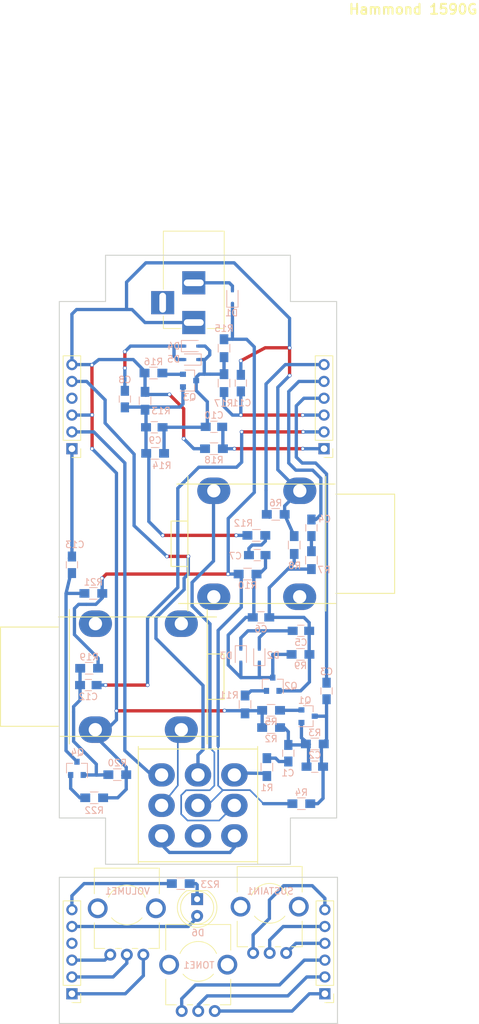
<source format=kicad_pcb>
(kicad_pcb (version 4) (host pcbnew 4.0.6)

  (general
    (links 96)
    (no_connects 0)
    (area 44.936999 65.5512 117.247571 219.975501)
    (thickness 1.6)
    (drawings 19)
    (tracks 487)
    (zones 0)
    (modules 57)
    (nets 54)
  )

  (page A4 portrait)
  (layers
    (0 F.Cu signal)
    (31 B.Cu signal)
    (32 B.Adhes user)
    (33 F.Adhes user)
    (34 B.Paste user)
    (35 F.Paste user)
    (36 B.SilkS user)
    (37 F.SilkS user)
    (38 B.Mask user hide)
    (39 F.Mask user hide)
    (40 Dwgs.User user hide)
    (41 Cmts.User user hide)
    (42 Eco1.User user hide)
    (43 Eco2.User user hide)
    (44 Edge.Cuts user)
    (45 Margin user hide)
    (46 B.CrtYd user hide)
    (47 F.CrtYd user hide)
    (48 B.Fab user hide)
    (49 F.Fab user hide)
  )

  (setup
    (last_trace_width 0.25)
    (user_trace_width 0.5)
    (user_trace_width 0.75)
    (user_trace_width 1)
    (trace_clearance 0.2)
    (zone_clearance 0.508)
    (zone_45_only no)
    (trace_min 0.0254)
    (segment_width 0.2)
    (edge_width 0.15)
    (via_size 0.6)
    (via_drill 0.4)
    (via_min_size 0.4)
    (via_min_drill 0.3)
    (user_via 2 1)
    (uvia_size 0.3)
    (uvia_drill 0.1)
    (uvias_allowed no)
    (uvia_min_size 0.2)
    (uvia_min_drill 0.1)
    (pcb_text_width 0.3)
    (pcb_text_size 1.5 1.5)
    (mod_edge_width 0.15)
    (mod_text_size 1 1)
    (mod_text_width 0.15)
    (pad_size 1.8 1.8)
    (pad_drill 0.9)
    (pad_to_mask_clearance 0.2)
    (aux_axis_origin 0 0)
    (visible_elements 7FFEFFFF)
    (pcbplotparams
      (layerselection 0x000d0_80000001)
      (usegerberextensions false)
      (excludeedgelayer false)
      (linewidth 0.100000)
      (plotframeref false)
      (viasonmask false)
      (mode 1)
      (useauxorigin false)
      (hpglpennumber 1)
      (hpglpenspeed 20)
      (hpglpendiameter 15)
      (hpglpenoverlay 2)
      (psnegative false)
      (psa4output false)
      (plotreference true)
      (plotvalue true)
      (plotinvisibletext false)
      (padsonsilk false)
      (subtractmaskfromsilk true)
      (outputformat 1)
      (mirror false)
      (drillshape 0)
      (scaleselection 1)
      (outputdirectory GERBERS/))
  )

  (net 0 "")
  (net 1 "Net-(C1-Pad1)")
  (net 2 "Net-(C1-Pad2)")
  (net 3 "Net-(C2-Pad1)")
  (net 4 "Net-(C5-Pad2)")
  (net 5 "Net-(C6-Pad1)")
  (net 6 /GND)
  (net 7 "Net-(C12-Pad1)")
  (net 8 "Net-(D6-Pad2)")
  (net 9 /+9V)
  (net 10 "Net-(J1-Pad3)")
  (net 11 "Net-(J_IN1-Pad2)")
  (net 12 "Net-(J_IN1-Pad1)")
  (net 13 "Net-(J_IN1-Pad3)")
  (net 14 "Net-(J_OUT1-Pad2)")
  (net 15 "Net-(J_OUT1-Pad1)")
  (net 16 "Net-(J_OUT1-Pad3)")
  (net 17 "Net-(Q1-Pad2)")
  (net 18 "Net-(Q2-Pad2)")
  (net 19 "Net-(Q3-Pad2)")
  (net 20 "Net-(Q4-Pad2)")
  (net 21 /VOL_P1)
  (net 22 /TONE_P2)
  (net 23 /SUS_P3)
  (net 24 /SUS_P2)
  (net 25 /TONE_P1)
  (net 26 /TONE_P3)
  (net 27 /LED_AN)
  (net 28 /VOL_P2)
  (net 29 /SUS_P1)
  (net 30 "Net-(C4-Pad2)")
  (net 31 "Net-(C5-Pad1)")
  (net 32 "Net-(C7-Pad2)")
  (net 33 "Net-(C8-Pad1)")
  (net 34 "Net-(C8-Pad2)")
  (net 35 "Net-(C10-Pad2)")
  (net 36 "Net-(C13-Pad1)")
  (net 37 "Net-(D1-Pad2)")
  (net 38 "Net-(D6-Pad1)")
  (net 39 "Net-(R1-Pad2)")
  (net 40 "Net-(SW_EN1-Pad3)")
  (net 41 "Net-(J_AUX2MAIN_1-Pad1)")
  (net 42 "Net-(J_AUX2MAIN_1-Pad2)")
  (net 43 "Net-(J_AUX2MAIN_1-Pad3)")
  (net 44 "Net-(J_AUX2MAIN_1-Pad4)")
  (net 45 "Net-(J_AUX2MAIN_1-Pad5)")
  (net 46 "Net-(J_AUX2MAIN_1-Pad6)")
  (net 47 "Net-(J_AUX2MAIN_2-Pad1)")
  (net 48 "Net-(J_AUX2MAIN_2-Pad2)")
  (net 49 "Net-(J_AUX2MAIN_2-Pad3)")
  (net 50 "Net-(J_AUX2MAIN_2-Pad4)")
  (net 51 "Net-(J_AUX2MAIN_2-Pad6)")
  (net 52 "Net-(J_MAIN2AUX_2-Pad4)")
  (net 53 "Net-(SW_EN1-Pad6)")

  (net_class Default "This is the default net class."
    (clearance 0.2)
    (trace_width 0.25)
    (via_dia 0.6)
    (via_drill 0.4)
    (uvia_dia 0.3)
    (uvia_drill 0.1)
    (add_net /+9V)
    (add_net /GND)
    (add_net /LED_AN)
    (add_net /SUS_P1)
    (add_net /SUS_P2)
    (add_net /SUS_P3)
    (add_net /TONE_P1)
    (add_net /TONE_P2)
    (add_net /TONE_P3)
    (add_net /VOL_P1)
    (add_net /VOL_P2)
    (add_net "Net-(C1-Pad1)")
    (add_net "Net-(C1-Pad2)")
    (add_net "Net-(C10-Pad2)")
    (add_net "Net-(C12-Pad1)")
    (add_net "Net-(C13-Pad1)")
    (add_net "Net-(C2-Pad1)")
    (add_net "Net-(C4-Pad2)")
    (add_net "Net-(C5-Pad1)")
    (add_net "Net-(C5-Pad2)")
    (add_net "Net-(C6-Pad1)")
    (add_net "Net-(C7-Pad2)")
    (add_net "Net-(C8-Pad1)")
    (add_net "Net-(C8-Pad2)")
    (add_net "Net-(D1-Pad2)")
    (add_net "Net-(D6-Pad1)")
    (add_net "Net-(D6-Pad2)")
    (add_net "Net-(J1-Pad3)")
    (add_net "Net-(J_AUX2MAIN_1-Pad1)")
    (add_net "Net-(J_AUX2MAIN_1-Pad2)")
    (add_net "Net-(J_AUX2MAIN_1-Pad3)")
    (add_net "Net-(J_AUX2MAIN_1-Pad4)")
    (add_net "Net-(J_AUX2MAIN_1-Pad5)")
    (add_net "Net-(J_AUX2MAIN_1-Pad6)")
    (add_net "Net-(J_AUX2MAIN_2-Pad1)")
    (add_net "Net-(J_AUX2MAIN_2-Pad2)")
    (add_net "Net-(J_AUX2MAIN_2-Pad3)")
    (add_net "Net-(J_AUX2MAIN_2-Pad4)")
    (add_net "Net-(J_AUX2MAIN_2-Pad6)")
    (add_net "Net-(J_IN1-Pad1)")
    (add_net "Net-(J_IN1-Pad2)")
    (add_net "Net-(J_IN1-Pad3)")
    (add_net "Net-(J_MAIN2AUX_2-Pad4)")
    (add_net "Net-(J_OUT1-Pad1)")
    (add_net "Net-(J_OUT1-Pad2)")
    (add_net "Net-(J_OUT1-Pad3)")
    (add_net "Net-(Q1-Pad2)")
    (add_net "Net-(Q2-Pad2)")
    (add_net "Net-(Q3-Pad2)")
    (add_net "Net-(Q4-Pad2)")
    (add_net "Net-(R1-Pad2)")
    (add_net "Net-(SW_EN1-Pad3)")
    (add_net "Net-(SW_EN1-Pad6)")
  )

  (module TO_SOT_Packages_SMD:SOT-23 (layer B.Cu) (tedit 5A52AD82) (tstamp 5A2D53FF)
    (at 56.769 181.356 90)
    (descr "SOT-23, Standard")
    (tags SOT-23)
    (path /5A2E814E)
    (attr smd)
    (fp_text reference Q4 (at 2.413 0.0635 180) (layer B.SilkS)
      (effects (font (size 1 1) (thickness 0.15)) (justify mirror))
    )
    (fp_text value MMBT3904 (at 0 -2.5 90) (layer B.Fab)
      (effects (font (size 1 1) (thickness 0.15)) (justify mirror))
    )
    (fp_text user %R (at 0 0 360) (layer B.Fab)
      (effects (font (size 0.5 0.5) (thickness 0.075)) (justify mirror))
    )
    (fp_line (start -0.7 0.95) (end -0.7 -1.5) (layer B.Fab) (width 0.1))
    (fp_line (start -0.15 1.52) (end 0.7 1.52) (layer B.Fab) (width 0.1))
    (fp_line (start -0.7 0.95) (end -0.15 1.52) (layer B.Fab) (width 0.1))
    (fp_line (start 0.7 1.52) (end 0.7 -1.52) (layer B.Fab) (width 0.1))
    (fp_line (start -0.7 -1.52) (end 0.7 -1.52) (layer B.Fab) (width 0.1))
    (fp_line (start 0.76 -1.58) (end 0.76 -0.65) (layer B.SilkS) (width 0.12))
    (fp_line (start 0.76 1.58) (end 0.76 0.65) (layer B.SilkS) (width 0.12))
    (fp_line (start -1.7 1.75) (end 1.7 1.75) (layer B.CrtYd) (width 0.05))
    (fp_line (start 1.7 1.75) (end 1.7 -1.75) (layer B.CrtYd) (width 0.05))
    (fp_line (start 1.7 -1.75) (end -1.7 -1.75) (layer B.CrtYd) (width 0.05))
    (fp_line (start -1.7 -1.75) (end -1.7 1.75) (layer B.CrtYd) (width 0.05))
    (fp_line (start 0.76 1.58) (end -1.4 1.58) (layer B.SilkS) (width 0.12))
    (fp_line (start 0.76 -1.58) (end -0.7 -1.58) (layer B.SilkS) (width 0.12))
    (pad 1 smd rect (at -1 0.95 90) (size 0.9 0.8) (layers B.Cu B.Paste B.Mask)
      (net 7 "Net-(C12-Pad1)"))
    (pad 2 smd rect (at -1 -0.95 90) (size 0.9 0.8) (layers B.Cu B.Paste B.Mask)
      (net 20 "Net-(Q4-Pad2)"))
    (pad 3 smd rect (at 1 0 90) (size 0.9 0.8) (layers B.Cu B.Paste B.Mask)
      (net 36 "Net-(C13-Pad1)"))
    (model ${KISYS3DMOD}/TO_SOT_Packages_SMD.3dshapes/SOT-23.wrl
      (at (xyz 0 0 0))
      (scale (xyz 1 1 1))
      (rotate (xyz 0 0 0))
    )
  )

  (module Connectors:BARREL_JACK (layer F.Cu) (tedit 5A52B69E) (tstamp 5A2D2665)
    (at 74.422 114.046 270)
    (descr "DC Barrel Jack")
    (tags "Power Jack")
    (path /5A2DF800)
    (fp_text reference J1 (at -8.45 5.75 270) (layer F.SilkS) hide
      (effects (font (size 1 1) (thickness 0.15)))
    )
    (fp_text value BARREL_JACK (at -6.2 -5.5 270) (layer F.Fab)
      (effects (font (size 1 1) (thickness 0.15)))
    )
    (fp_line (start 1 -4.5) (end 1 -4.75) (layer F.CrtYd) (width 0.05))
    (fp_line (start 1 -4.75) (end -14 -4.75) (layer F.CrtYd) (width 0.05))
    (fp_line (start 1 -4.5) (end 1 -2) (layer F.CrtYd) (width 0.05))
    (fp_line (start 1 -2) (end 2 -2) (layer F.CrtYd) (width 0.05))
    (fp_line (start 2 -2) (end 2 2) (layer F.CrtYd) (width 0.05))
    (fp_line (start 2 2) (end 1 2) (layer F.CrtYd) (width 0.05))
    (fp_line (start 1 2) (end 1 4.75) (layer F.CrtYd) (width 0.05))
    (fp_line (start 1 4.75) (end -1 4.75) (layer F.CrtYd) (width 0.05))
    (fp_line (start -1 4.75) (end -1 6.75) (layer F.CrtYd) (width 0.05))
    (fp_line (start -1 6.75) (end -5 6.75) (layer F.CrtYd) (width 0.05))
    (fp_line (start -5 6.75) (end -5 4.75) (layer F.CrtYd) (width 0.05))
    (fp_line (start -5 4.75) (end -14 4.75) (layer F.CrtYd) (width 0.05))
    (fp_line (start -14 4.75) (end -14 -4.75) (layer F.CrtYd) (width 0.05))
    (fp_line (start -5 4.6) (end -13.8 4.6) (layer F.SilkS) (width 0.12))
    (fp_line (start -13.8 4.6) (end -13.8 -4.6) (layer F.SilkS) (width 0.12))
    (fp_line (start 0.9 1.9) (end 0.9 4.6) (layer F.SilkS) (width 0.12))
    (fp_line (start 0.9 4.6) (end -1 4.6) (layer F.SilkS) (width 0.12))
    (fp_line (start -13.8 -4.6) (end 0.9 -4.6) (layer F.SilkS) (width 0.12))
    (fp_line (start 0.9 -4.6) (end 0.9 -2) (layer F.SilkS) (width 0.12))
    (fp_line (start -10.2 -4.5) (end -10.2 4.5) (layer F.Fab) (width 0.1))
    (fp_line (start -13.7 -4.5) (end -13.7 4.5) (layer F.Fab) (width 0.1))
    (fp_line (start -13.7 4.5) (end 0.8 4.5) (layer F.Fab) (width 0.1))
    (fp_line (start 0.8 4.5) (end 0.8 -4.5) (layer F.Fab) (width 0.1))
    (fp_line (start 0.8 -4.5) (end -13.7 -4.5) (layer F.Fab) (width 0.1))
    (pad 1 thru_hole rect (at 0 0 270) (size 3.5 3.5) (drill oval 1 3) (layers *.Cu *.Mask)
      (net 6 /GND))
    (pad 2 thru_hole rect (at -6 0 270) (size 3.5 3.5) (drill oval 1 3) (layers *.Cu *.Mask)
      (net 37 "Net-(D1-Pad2)"))
    (pad 3 thru_hole rect (at -3 4.7 270) (size 3.5 3.5) (drill oval 3 1) (layers *.Cu *.Mask)
      (net 10 "Net-(J1-Pad3)"))
  )

  (module custom_sockets:JackSocket_Mono_PCB locked (layer F.Cu) (tedit 5A52B6B1) (tstamp 5A2D266D)
    (at 83.947 147.447 90)
    (path /5A2E0A2D)
    (fp_text reference J_IN1 (at 0.0635 16.9545 180) (layer F.SilkS) hide
      (effects (font (size 1 1) (thickness 0.15)))
    )
    (fp_text value JACK__MONO_2P_NC (at 0.0635 13.2715 90) (layer F.Fab) hide
      (effects (font (size 1 1) (thickness 0.15)))
    )
    (fp_line (start 0 -12.954) (end -3.429 -12.954) (layer F.SilkS) (width 0.15))
    (fp_line (start -3.429 -12.954) (end -3.429 -10.414) (layer F.SilkS) (width 0.15))
    (fp_line (start 0 -12.954) (end 3.429 -12.954) (layer F.SilkS) (width 0.15))
    (fp_line (start 3.429 -12.954) (end 3.429 -10.414) (layer F.SilkS) (width 0.15))
    (fp_line (start -10.16 10.414) (end 10.16 10.414) (layer F.SilkS) (width 0.15))
    (fp_line (start -10.16 -10.414) (end 10.16 -10.414) (layer F.SilkS) (width 0.15))
    (fp_line (start -7.493 11.938) (end -7.493 20.828) (layer F.SilkS) (width 0.15))
    (fp_line (start -7.493 20.828) (end 7.493 20.828) (layer F.SilkS) (width 0.15))
    (fp_line (start 7.493 20.828) (end 7.493 11.938) (layer F.SilkS) (width 0.15))
    (fp_line (start 9.017 -12.065) (end 9.017 11.811) (layer F.SilkS) (width 0.15))
    (fp_line (start -9.017 -11.811) (end -9.017 12.065) (layer F.SilkS) (width 0.15))
    (pad 2 thru_hole oval (at -8 -6.5 90) (size 4 5) (drill 2) (layers *.Cu *.Mask)
      (net 11 "Net-(J_IN1-Pad2)"))
    (pad 1 thru_hole oval (at 8 -6.5 90) (size 4 5) (drill 2) (layers *.Cu *.Mask)
      (net 12 "Net-(J_IN1-Pad1)"))
    (pad 4 thru_hole oval (at 8 6.5 90) (size 4 5) (drill 2) (layers *.Cu *.Mask)
      (net 6 /GND))
    (pad 3 thru_hole oval (at -8 6.477 90) (size 4 5) (drill 2) (layers *.Cu *.Mask)
      (net 13 "Net-(J_IN1-Pad3)"))
  )

  (module custom_sockets:JackSocket_Mono_PCB locked (layer F.Cu) (tedit 5A52B6C0) (tstamp 5A2D2675)
    (at 66.04 167.513 270)
    (path /5A2E0B11)
    (fp_text reference J_OUT1 (at 0.0635 16.9545 360) (layer F.SilkS) hide
      (effects (font (size 1 1) (thickness 0.15)))
    )
    (fp_text value JACK__MONO_2P_NC (at 0.0635 13.2715 270) (layer F.Fab) hide
      (effects (font (size 1 1) (thickness 0.15)))
    )
    (fp_line (start 0 -12.954) (end -3.429 -12.954) (layer F.SilkS) (width 0.15))
    (fp_line (start -3.429 -12.954) (end -3.429 -10.414) (layer F.SilkS) (width 0.15))
    (fp_line (start 0 -12.954) (end 3.429 -12.954) (layer F.SilkS) (width 0.15))
    (fp_line (start 3.429 -12.954) (end 3.429 -10.414) (layer F.SilkS) (width 0.15))
    (fp_line (start -10.16 10.414) (end 10.16 10.414) (layer F.SilkS) (width 0.15))
    (fp_line (start -10.16 -10.414) (end 10.16 -10.414) (layer F.SilkS) (width 0.15))
    (fp_line (start -7.493 11.938) (end -7.493 20.828) (layer F.SilkS) (width 0.15))
    (fp_line (start -7.493 20.828) (end 7.493 20.828) (layer F.SilkS) (width 0.15))
    (fp_line (start 7.493 20.828) (end 7.493 11.938) (layer F.SilkS) (width 0.15))
    (fp_line (start 9.017 -12.065) (end 9.017 11.811) (layer F.SilkS) (width 0.15))
    (fp_line (start -9.017 -11.811) (end -9.017 12.065) (layer F.SilkS) (width 0.15))
    (pad 2 thru_hole oval (at -8 -6.5 270) (size 4 5) (drill 2) (layers *.Cu *.Mask)
      (net 14 "Net-(J_OUT1-Pad2)"))
    (pad 1 thru_hole oval (at 8 -6.5 270) (size 4 5) (drill 2) (layers *.Cu *.Mask)
      (net 15 "Net-(J_OUT1-Pad1)"))
    (pad 4 thru_hole oval (at 8 6.5 270) (size 4 5) (drill 2) (layers *.Cu *.Mask)
      (net 6 /GND))
    (pad 3 thru_hole oval (at -8 6.477 270) (size 4 5) (drill 2) (layers *.Cu *.Mask)
      (net 16 "Net-(J_OUT1-Pad3)"))
  )

  (module TO_SOT_Packages_SMD:SOT-23 (layer B.Cu) (tedit 5A450DF8) (tstamp 5A2D53ED)
    (at 91.694 173.482)
    (descr "SOT-23, Standard")
    (tags SOT-23)
    (path /5A2E86AF)
    (attr smd)
    (fp_text reference Q1 (at -0.508 -2.3876) (layer B.SilkS)
      (effects (font (size 1 1) (thickness 0.15)) (justify mirror))
    )
    (fp_text value MMBT3904 (at 0 -2.5) (layer B.Fab)
      (effects (font (size 1 1) (thickness 0.15)) (justify mirror))
    )
    (fp_text user %R (at 0 0) (layer B.Fab)
      (effects (font (size 0.5 0.5) (thickness 0.075)) (justify mirror))
    )
    (fp_line (start -0.7 0.95) (end -0.7 -1.5) (layer B.Fab) (width 0.1))
    (fp_line (start -0.15 1.52) (end 0.7 1.52) (layer B.Fab) (width 0.1))
    (fp_line (start -0.7 0.95) (end -0.15 1.52) (layer B.Fab) (width 0.1))
    (fp_line (start 0.7 1.52) (end 0.7 -1.52) (layer B.Fab) (width 0.1))
    (fp_line (start -0.7 -1.52) (end 0.7 -1.52) (layer B.Fab) (width 0.1))
    (fp_line (start 0.76 -1.58) (end 0.76 -0.65) (layer B.SilkS) (width 0.12))
    (fp_line (start 0.76 1.58) (end 0.76 0.65) (layer B.SilkS) (width 0.12))
    (fp_line (start -1.7 1.75) (end 1.7 1.75) (layer B.CrtYd) (width 0.05))
    (fp_line (start 1.7 1.75) (end 1.7 -1.75) (layer B.CrtYd) (width 0.05))
    (fp_line (start 1.7 -1.75) (end -1.7 -1.75) (layer B.CrtYd) (width 0.05))
    (fp_line (start -1.7 -1.75) (end -1.7 1.75) (layer B.CrtYd) (width 0.05))
    (fp_line (start 0.76 1.58) (end -1.4 1.58) (layer B.SilkS) (width 0.12))
    (fp_line (start 0.76 -1.58) (end -0.7 -1.58) (layer B.SilkS) (width 0.12))
    (pad 1 smd rect (at -1 0.95) (size 0.9 0.8) (layers B.Cu B.Paste B.Mask)
      (net 1 "Net-(C1-Pad1)"))
    (pad 2 smd rect (at -1 -0.95) (size 0.9 0.8) (layers B.Cu B.Paste B.Mask)
      (net 17 "Net-(Q1-Pad2)"))
    (pad 3 smd rect (at 1 0) (size 0.9 0.8) (layers B.Cu B.Paste B.Mask)
      (net 3 "Net-(C2-Pad1)"))
    (model ${KISYS3DMOD}/TO_SOT_Packages_SMD.3dshapes/SOT-23.wrl
      (at (xyz 0 0 0))
      (scale (xyz 1 1 1))
      (rotate (xyz 0 0 0))
    )
  )

  (module TO_SOT_Packages_SMD:SOT-23 (layer B.Cu) (tedit 5A52AD06) (tstamp 5A2D53F3)
    (at 86.36 168.656 90)
    (descr "SOT-23, Standard")
    (tags SOT-23)
    (path /5A2E7C7F)
    (attr smd)
    (fp_text reference Q2 (at -0.254 2.7305 360) (layer B.SilkS)
      (effects (font (size 1 1) (thickness 0.15)) (justify mirror))
    )
    (fp_text value MMBT3904 (at 0 -2.5 90) (layer B.Fab)
      (effects (font (size 1 1) (thickness 0.15)) (justify mirror))
    )
    (fp_text user %R (at 0 0 180) (layer B.Fab)
      (effects (font (size 0.5 0.5) (thickness 0.075)) (justify mirror))
    )
    (fp_line (start -0.7 0.95) (end -0.7 -1.5) (layer B.Fab) (width 0.1))
    (fp_line (start -0.15 1.52) (end 0.7 1.52) (layer B.Fab) (width 0.1))
    (fp_line (start -0.7 0.95) (end -0.15 1.52) (layer B.Fab) (width 0.1))
    (fp_line (start 0.7 1.52) (end 0.7 -1.52) (layer B.Fab) (width 0.1))
    (fp_line (start -0.7 -1.52) (end 0.7 -1.52) (layer B.Fab) (width 0.1))
    (fp_line (start 0.76 -1.58) (end 0.76 -0.65) (layer B.SilkS) (width 0.12))
    (fp_line (start 0.76 1.58) (end 0.76 0.65) (layer B.SilkS) (width 0.12))
    (fp_line (start -1.7 1.75) (end 1.7 1.75) (layer B.CrtYd) (width 0.05))
    (fp_line (start 1.7 1.75) (end 1.7 -1.75) (layer B.CrtYd) (width 0.05))
    (fp_line (start 1.7 -1.75) (end -1.7 -1.75) (layer B.CrtYd) (width 0.05))
    (fp_line (start -1.7 -1.75) (end -1.7 1.75) (layer B.CrtYd) (width 0.05))
    (fp_line (start 0.76 1.58) (end -1.4 1.58) (layer B.SilkS) (width 0.12))
    (fp_line (start 0.76 -1.58) (end -0.7 -1.58) (layer B.SilkS) (width 0.12))
    (pad 1 smd rect (at -1 0.95 90) (size 0.9 0.8) (layers B.Cu B.Paste B.Mask)
      (net 4 "Net-(C5-Pad2)"))
    (pad 2 smd rect (at -1 -0.95 90) (size 0.9 0.8) (layers B.Cu B.Paste B.Mask)
      (net 18 "Net-(Q2-Pad2)"))
    (pad 3 smd rect (at 1 0 90) (size 0.9 0.8) (layers B.Cu B.Paste B.Mask)
      (net 5 "Net-(C6-Pad1)"))
    (model ${KISYS3DMOD}/TO_SOT_Packages_SMD.3dshapes/SOT-23.wrl
      (at (xyz 0 0 0))
      (scale (xyz 1 1 1))
      (rotate (xyz 0 0 0))
    )
  )

  (module TO_SOT_Packages_SMD:SOT-23 (layer B.Cu) (tedit 58CE4E7E) (tstamp 5A2D53F9)
    (at 73.787 122.809)
    (descr "SOT-23, Standard")
    (tags SOT-23)
    (path /5A2E8074)
    (attr smd)
    (fp_text reference Q3 (at 0 2.5) (layer B.SilkS)
      (effects (font (size 1 1) (thickness 0.15)) (justify mirror))
    )
    (fp_text value MMBT3904 (at 0 -2.5) (layer B.Fab)
      (effects (font (size 1 1) (thickness 0.15)) (justify mirror))
    )
    (fp_text user %R (at 0 0 270) (layer B.Fab)
      (effects (font (size 0.5 0.5) (thickness 0.075)) (justify mirror))
    )
    (fp_line (start -0.7 0.95) (end -0.7 -1.5) (layer B.Fab) (width 0.1))
    (fp_line (start -0.15 1.52) (end 0.7 1.52) (layer B.Fab) (width 0.1))
    (fp_line (start -0.7 0.95) (end -0.15 1.52) (layer B.Fab) (width 0.1))
    (fp_line (start 0.7 1.52) (end 0.7 -1.52) (layer B.Fab) (width 0.1))
    (fp_line (start -0.7 -1.52) (end 0.7 -1.52) (layer B.Fab) (width 0.1))
    (fp_line (start 0.76 -1.58) (end 0.76 -0.65) (layer B.SilkS) (width 0.12))
    (fp_line (start 0.76 1.58) (end 0.76 0.65) (layer B.SilkS) (width 0.12))
    (fp_line (start -1.7 1.75) (end 1.7 1.75) (layer B.CrtYd) (width 0.05))
    (fp_line (start 1.7 1.75) (end 1.7 -1.75) (layer B.CrtYd) (width 0.05))
    (fp_line (start 1.7 -1.75) (end -1.7 -1.75) (layer B.CrtYd) (width 0.05))
    (fp_line (start -1.7 -1.75) (end -1.7 1.75) (layer B.CrtYd) (width 0.05))
    (fp_line (start 0.76 1.58) (end -1.4 1.58) (layer B.SilkS) (width 0.12))
    (fp_line (start 0.76 -1.58) (end -0.7 -1.58) (layer B.SilkS) (width 0.12))
    (pad 1 smd rect (at -1 0.95) (size 0.9 0.8) (layers B.Cu B.Paste B.Mask)
      (net 34 "Net-(C8-Pad2)"))
    (pad 2 smd rect (at -1 -0.95) (size 0.9 0.8) (layers B.Cu B.Paste B.Mask)
      (net 19 "Net-(Q3-Pad2)"))
    (pad 3 smd rect (at 1 0) (size 0.9 0.8) (layers B.Cu B.Paste B.Mask)
      (net 35 "Net-(C10-Pad2)"))
    (model ${KISYS3DMOD}/TO_SOT_Packages_SMD.3dshapes/SOT-23.wrl
      (at (xyz 0 0 0))
      (scale (xyz 1 1 1))
      (rotate (xyz 0 0 0))
    )
  )

  (module custom_sw:SW_3PDT_W18MM_L17.3MM_P5.3MM_D2MM_SolderLugs (layer F.Cu) (tedit 5A52B6E1) (tstamp 5A321BDF)
    (at 75.057 186.944)
    (path /5A2E01EA)
    (fp_text reference SW_EN1 (at 31.115 9.652) (layer F.SilkS) hide
      (effects (font (size 1 1) (thickness 0.15)))
    )
    (fp_text value SW_3PDT_on_on (at 0.254 14.478) (layer F.Fab)
      (effects (font (size 1 1) (thickness 0.15)))
    )
    (fp_line (start -8.89 -8.509) (end 7.62 -8.509) (layer F.SilkS) (width 0.15))
    (fp_line (start 7.62 -8.509) (end 8.89 -8.509) (layer F.SilkS) (width 0.15))
    (fp_line (start 9.017 -8.89) (end 9.017 8.89) (layer F.SilkS) (width 0.15))
    (fp_line (start 8.89 8.509) (end -8.89 8.509) (layer F.SilkS) (width 0.15))
    (fp_line (start -9.017 8.89) (end -9.017 -8.89) (layer F.SilkS) (width 0.15))
    (pad 1 thru_hole oval (at -5.5 -4.6) (size 4 3.5) (drill 2) (layers *.Cu *.Mask)
      (net 28 /VOL_P2))
    (pad 4 thru_hole oval (at 0 -4.6) (size 4 3.5) (drill 2) (layers *.Cu *.Mask)
      (net 27 /LED_AN))
    (pad 7 thru_hole oval (at 5.5 -4.6) (size 4 3.5) (drill 2) (layers *.Cu *.Mask)
      (net 39 "Net-(R1-Pad2)"))
    (pad 2 thru_hole oval (at -5.5 0) (size 4 3.5) (drill 2) (layers *.Cu *.Mask)
      (net 15 "Net-(J_OUT1-Pad1)"))
    (pad 5 thru_hole oval (at 0 0) (size 4 3.5) (drill 2) (layers *.Cu *.Mask)
      (net 9 /+9V))
    (pad 8 thru_hole oval (at 5.5 0) (size 4 3.5) (drill 2) (layers *.Cu *.Mask)
      (net 12 "Net-(J_IN1-Pad1)"))
    (pad 3 thru_hole oval (at -5.5 4.6) (size 4 3.5) (drill 2) (layers *.Cu *.Mask)
      (net 40 "Net-(SW_EN1-Pad3)"))
    (pad 6 thru_hole oval (at 0 4.6) (size 4 3.5) (drill 2) (layers *.Cu *.Mask)
      (net 53 "Net-(SW_EN1-Pad6)"))
    (pad 9 thru_hole oval (at 5.5 4.6) (size 4 3.5) (drill 2) (layers *.Cu *.Mask)
      (net 40 "Net-(SW_EN1-Pad3)"))
  )

  (module Potentiometers:Potentiometer_Bourns_PTV09A-1_Horizontal (layer F.Cu) (tedit 5A52B7D1) (tstamp 5A340A91)
    (at 88.392 209.2325 90)
    (descr "Potentiometer, horizontally mounted, Omeg PC16PU, Omeg PC16PU, Omeg PC16PU, Vishay/Spectrol 248GJ/249GJ Single, Vishay/Spectrol 248GJ/249GJ Single, Vishay/Spectrol 248GJ/249GJ Single, Vishay/Spectrol 248GH/249GH Single, Vishay/Spectrol 148/149 Single, Vishay/Spectrol 148/149 Single, Vishay/Spectrol 148/149 Single, Vishay/Spectrol 148A/149A Single with mounting plates, Vishay/Spectrol 148/149 Double, Vishay/Spectrol 148A/149A Double with mounting plates, Piher PC-16 Single, Piher PC-16 Single, Piher PC-16 Single, Piher PC-16SV Single, Piher PC-16 Double, Piher PC-16 Triple, Piher T16H Single, Piher T16L Single, Piher T16H Double, Alps RK163 Single, Alps RK163 Double, Alps RK097 Single, Alps RK097 Double, Bourns PTV09A-2 Single with mounting sleve Single, Bourns PTV09A-1 with mounting sleve Single, http://www.bourns.com/docs/Product-Datasheets/ptv09.pdf")
    (tags "Potentiometer horizontal  Omeg PC16PU  Omeg PC16PU  Omeg PC16PU  Vishay/Spectrol 248GJ/249GJ Single  Vishay/Spectrol 248GJ/249GJ Single  Vishay/Spectrol 248GJ/249GJ Single  Vishay/Spectrol 248GH/249GH Single  Vishay/Spectrol 148/149 Single  Vishay/Spectrol 148/149 Single  Vishay/Spectrol 148/149 Single  Vishay/Spectrol 148A/149A Single with mounting plates  Vishay/Spectrol 148/149 Double  Vishay/Spectrol 148A/149A Double with mounting plates  Piher PC-16 Single  Piher PC-16 Single  Piher PC-16 Single  Piher PC-16SV Single  Piher PC-16 Double  Piher PC-16 Triple  Piher T16H Single  Piher T16L Single  Piher T16H Double  Alps RK163 Single  Alps RK163 Double  Alps RK097 Single  Alps RK097 Double  Bourns PTV09A-2 Single with mounting sleve Single  Bourns PTV09A-1 with mounting sleve Single")
    (path /5A34007A)
    (fp_text reference SUSTAIN1 (at 9.3345 -2.413 180) (layer B.SilkS)
      (effects (font (size 1 1) (thickness 0.15)) (justify mirror))
    )
    (fp_text value 100K (at 6.05 5.15 90) (layer F.Fab)
      (effects (font (size 1 1) (thickness 0.15)))
    )
    (fp_arc (start 7.5 -2.5) (end 8.673 0.262) (angle -134) (layer F.SilkS) (width 0.12))
    (fp_arc (start 7.5 -2.5) (end 5.572 -4.798) (angle -100) (layer F.SilkS) (width 0.12))
    (fp_circle (center 7.5 -2.5) (end 10.9 -2.5) (layer F.Fab) (width 0.1))
    (fp_circle (center 7.5 -2.5) (end 10.5 -2.5) (layer F.Fab) (width 0.1))
    (fp_line (start 1 -7.35) (end 1 2.35) (layer F.Fab) (width 0.1))
    (fp_line (start 1 2.35) (end 13 2.35) (layer F.Fab) (width 0.1))
    (fp_line (start 13 2.35) (end 13 -7.35) (layer F.Fab) (width 0.1))
    (fp_line (start 13 -7.35) (end 1 -7.35) (layer F.Fab) (width 0.1))
    (fp_line (start 0.94 -7.41) (end 4.806 -7.41) (layer F.SilkS) (width 0.12))
    (fp_line (start 9.195 -7.41) (end 13.06 -7.41) (layer F.SilkS) (width 0.12))
    (fp_line (start 0.94 2.41) (end 4.806 2.41) (layer F.SilkS) (width 0.12))
    (fp_line (start 9.195 2.41) (end 13.06 2.41) (layer F.SilkS) (width 0.12))
    (fp_line (start 0.94 -7.41) (end 0.94 -5.825) (layer F.SilkS) (width 0.12))
    (fp_line (start 0.94 -4.175) (end 0.94 -3.325) (layer F.SilkS) (width 0.12))
    (fp_line (start 0.94 -1.675) (end 0.94 -0.825) (layer F.SilkS) (width 0.12))
    (fp_line (start 0.94 0.825) (end 0.94 2.41) (layer F.SilkS) (width 0.12))
    (fp_line (start 13.06 -7.41) (end 13.06 2.41) (layer F.SilkS) (width 0.12))
    (fp_line (start -1.15 -9.15) (end -1.15 4.15) (layer F.CrtYd) (width 0.05))
    (fp_line (start -1.15 4.15) (end 13.25 4.15) (layer F.CrtYd) (width 0.05))
    (fp_line (start 13.25 4.15) (end 13.25 -9.15) (layer F.CrtYd) (width 0.05))
    (fp_line (start 13.25 -9.15) (end -1.15 -9.15) (layer F.CrtYd) (width 0.05))
    (pad 3 thru_hole circle (at 0 -5 90) (size 1.8 1.8) (drill 1) (layers *.Cu *.Mask)
      (net 46 "Net-(J_AUX2MAIN_1-Pad6)"))
    (pad 2 thru_hole circle (at 0 -2.5 90) (size 1.8 1.8) (drill 1) (layers *.Cu *.Mask)
      (net 45 "Net-(J_AUX2MAIN_1-Pad5)"))
    (pad 1 thru_hole circle (at 0 0 90) (size 1.8 1.8) (drill 1) (layers *.Cu *.Mask)
      (net 44 "Net-(J_AUX2MAIN_1-Pad4)"))
    (pad "" np_thru_hole circle (at 7 -6.9 90) (size 3 3) (drill 2) (layers *.Cu *.Mask))
    (pad "" np_thru_hole circle (at 7 1.9 90) (size 3 3) (drill 2) (layers *.Cu *.Mask))
    (model Potentiometers.3dshapes/Potentiometer_Bourns_PTV09A-1_Horizontal.wrl
      (at (xyz 0 0 0))
      (scale (xyz 0.393701 0.393701 0.393701))
      (rotate (xyz 0 0 0))
    )
  )

  (module Potentiometers:Potentiometer_Bourns_PTV09A-1_Horizontal (layer F.Cu) (tedit 5A52B7C4) (tstamp 5A340A9A)
    (at 77.597 217.9955 90)
    (descr "Potentiometer, horizontally mounted, Omeg PC16PU, Omeg PC16PU, Omeg PC16PU, Vishay/Spectrol 248GJ/249GJ Single, Vishay/Spectrol 248GJ/249GJ Single, Vishay/Spectrol 248GJ/249GJ Single, Vishay/Spectrol 248GH/249GH Single, Vishay/Spectrol 148/149 Single, Vishay/Spectrol 148/149 Single, Vishay/Spectrol 148/149 Single, Vishay/Spectrol 148A/149A Single with mounting plates, Vishay/Spectrol 148/149 Double, Vishay/Spectrol 148A/149A Double with mounting plates, Piher PC-16 Single, Piher PC-16 Single, Piher PC-16 Single, Piher PC-16SV Single, Piher PC-16 Double, Piher PC-16 Triple, Piher T16H Single, Piher T16L Single, Piher T16H Double, Alps RK163 Single, Alps RK163 Double, Alps RK097 Single, Alps RK097 Double, Bourns PTV09A-2 Single with mounting sleve Single, Bourns PTV09A-1 with mounting sleve Single, http://www.bourns.com/docs/Product-Datasheets/ptv09.pdf")
    (tags "Potentiometer horizontal  Omeg PC16PU  Omeg PC16PU  Omeg PC16PU  Vishay/Spectrol 248GJ/249GJ Single  Vishay/Spectrol 248GJ/249GJ Single  Vishay/Spectrol 248GJ/249GJ Single  Vishay/Spectrol 248GH/249GH Single  Vishay/Spectrol 148/149 Single  Vishay/Spectrol 148/149 Single  Vishay/Spectrol 148/149 Single  Vishay/Spectrol 148A/149A Single with mounting plates  Vishay/Spectrol 148/149 Double  Vishay/Spectrol 148A/149A Double with mounting plates  Piher PC-16 Single  Piher PC-16 Single  Piher PC-16 Single  Piher PC-16SV Single  Piher PC-16 Double  Piher PC-16 Triple  Piher T16H Single  Piher T16L Single  Piher T16H Double  Alps RK163 Single  Alps RK163 Double  Alps RK097 Single  Alps RK097 Double  Bourns PTV09A-2 Single with mounting sleve Single  Bourns PTV09A-1 with mounting sleve Single")
    (path /5A3434FD)
    (fp_text reference TONE1 (at 6.9215 -2.413 180) (layer B.SilkS)
      (effects (font (size 1 1) (thickness 0.15)) (justify mirror))
    )
    (fp_text value 100K (at 6.05 5.15 90) (layer F.Fab)
      (effects (font (size 1 1) (thickness 0.15)))
    )
    (fp_arc (start 7.5 -2.5) (end 8.673 0.262) (angle -134) (layer F.SilkS) (width 0.12))
    (fp_arc (start 7.5 -2.5) (end 5.572 -4.798) (angle -100) (layer F.SilkS) (width 0.12))
    (fp_circle (center 7.5 -2.5) (end 10.9 -2.5) (layer F.Fab) (width 0.1))
    (fp_circle (center 7.5 -2.5) (end 10.5 -2.5) (layer F.Fab) (width 0.1))
    (fp_line (start 1 -7.35) (end 1 2.35) (layer F.Fab) (width 0.1))
    (fp_line (start 1 2.35) (end 13 2.35) (layer F.Fab) (width 0.1))
    (fp_line (start 13 2.35) (end 13 -7.35) (layer F.Fab) (width 0.1))
    (fp_line (start 13 -7.35) (end 1 -7.35) (layer F.Fab) (width 0.1))
    (fp_line (start 0.94 -7.41) (end 4.806 -7.41) (layer F.SilkS) (width 0.12))
    (fp_line (start 9.195 -7.41) (end 13.06 -7.41) (layer F.SilkS) (width 0.12))
    (fp_line (start 0.94 2.41) (end 4.806 2.41) (layer F.SilkS) (width 0.12))
    (fp_line (start 9.195 2.41) (end 13.06 2.41) (layer F.SilkS) (width 0.12))
    (fp_line (start 0.94 -7.41) (end 0.94 -5.825) (layer F.SilkS) (width 0.12))
    (fp_line (start 0.94 -4.175) (end 0.94 -3.325) (layer F.SilkS) (width 0.12))
    (fp_line (start 0.94 -1.675) (end 0.94 -0.825) (layer F.SilkS) (width 0.12))
    (fp_line (start 0.94 0.825) (end 0.94 2.41) (layer F.SilkS) (width 0.12))
    (fp_line (start 13.06 -7.41) (end 13.06 2.41) (layer F.SilkS) (width 0.12))
    (fp_line (start -1.15 -9.15) (end -1.15 4.15) (layer F.CrtYd) (width 0.05))
    (fp_line (start -1.15 4.15) (end 13.25 4.15) (layer F.CrtYd) (width 0.05))
    (fp_line (start 13.25 4.15) (end 13.25 -9.15) (layer F.CrtYd) (width 0.05))
    (fp_line (start 13.25 -9.15) (end -1.15 -9.15) (layer F.CrtYd) (width 0.05))
    (pad 3 thru_hole circle (at 0 -5 90) (size 1.8 1.8) (drill 1) (layers *.Cu *.Mask)
      (net 43 "Net-(J_AUX2MAIN_1-Pad3)"))
    (pad 2 thru_hole circle (at 0 -2.5 90) (size 1.8 1.8) (drill 1) (layers *.Cu *.Mask)
      (net 42 "Net-(J_AUX2MAIN_1-Pad2)"))
    (pad 1 thru_hole circle (at 0 0 90) (size 1.8 1.8) (drill 1) (layers *.Cu *.Mask)
      (net 41 "Net-(J_AUX2MAIN_1-Pad1)"))
    (pad "" np_thru_hole circle (at 7 -6.9 90) (size 3 3) (drill 2) (layers *.Cu *.Mask))
    (pad "" np_thru_hole circle (at 7 1.9 90) (size 3 3) (drill 2) (layers *.Cu *.Mask))
    (model Potentiometers.3dshapes/Potentiometer_Bourns_PTV09A-1_Horizontal.wrl
      (at (xyz 0 0 0))
      (scale (xyz 0.393701 0.393701 0.393701))
      (rotate (xyz 0 0 0))
    )
  )

  (module Potentiometers:Potentiometer_Bourns_PTV09A-1_Horizontal (layer F.Cu) (tedit 5A52B7B4) (tstamp 5A340AA3)
    (at 66.802 209.4865 90)
    (descr "Potentiometer, horizontally mounted, Omeg PC16PU, Omeg PC16PU, Omeg PC16PU, Vishay/Spectrol 248GJ/249GJ Single, Vishay/Spectrol 248GJ/249GJ Single, Vishay/Spectrol 248GJ/249GJ Single, Vishay/Spectrol 248GH/249GH Single, Vishay/Spectrol 148/149 Single, Vishay/Spectrol 148/149 Single, Vishay/Spectrol 148/149 Single, Vishay/Spectrol 148A/149A Single with mounting plates, Vishay/Spectrol 148/149 Double, Vishay/Spectrol 148A/149A Double with mounting plates, Piher PC-16 Single, Piher PC-16 Single, Piher PC-16 Single, Piher PC-16SV Single, Piher PC-16 Double, Piher PC-16 Triple, Piher T16H Single, Piher T16L Single, Piher T16H Double, Alps RK163 Single, Alps RK163 Double, Alps RK097 Single, Alps RK097 Double, Bourns PTV09A-2 Single with mounting sleve Single, Bourns PTV09A-1 with mounting sleve Single, http://www.bourns.com/docs/Product-Datasheets/ptv09.pdf")
    (tags "Potentiometer horizontal  Omeg PC16PU  Omeg PC16PU  Omeg PC16PU  Vishay/Spectrol 248GJ/249GJ Single  Vishay/Spectrol 248GJ/249GJ Single  Vishay/Spectrol 248GJ/249GJ Single  Vishay/Spectrol 248GH/249GH Single  Vishay/Spectrol 148/149 Single  Vishay/Spectrol 148/149 Single  Vishay/Spectrol 148/149 Single  Vishay/Spectrol 148A/149A Single with mounting plates  Vishay/Spectrol 148/149 Double  Vishay/Spectrol 148A/149A Double with mounting plates  Piher PC-16 Single  Piher PC-16 Single  Piher PC-16 Single  Piher PC-16SV Single  Piher PC-16 Double  Piher PC-16 Triple  Piher T16H Single  Piher T16L Single  Piher T16H Double  Alps RK163 Single  Alps RK163 Double  Alps RK097 Single  Alps RK097 Double  Bourns PTV09A-2 Single with mounting sleve Single  Bourns PTV09A-1 with mounting sleve Single")
    (path /5A346136)
    (fp_text reference VOLUME1 (at 9.5885 -2.413 180) (layer B.SilkS)
      (effects (font (size 1 1) (thickness 0.15)) (justify mirror))
    )
    (fp_text value 100K (at 6.05 5.15 90) (layer F.Fab)
      (effects (font (size 1 1) (thickness 0.15)))
    )
    (fp_arc (start 7.5 -2.5) (end 8.673 0.262) (angle -134) (layer F.SilkS) (width 0.12))
    (fp_arc (start 7.5 -2.5) (end 5.572 -4.798) (angle -100) (layer F.SilkS) (width 0.12))
    (fp_circle (center 7.5 -2.5) (end 10.9 -2.5) (layer F.Fab) (width 0.1))
    (fp_circle (center 7.5 -2.5) (end 10.5 -2.5) (layer F.Fab) (width 0.1))
    (fp_line (start 1 -7.35) (end 1 2.35) (layer F.Fab) (width 0.1))
    (fp_line (start 1 2.35) (end 13 2.35) (layer F.Fab) (width 0.1))
    (fp_line (start 13 2.35) (end 13 -7.35) (layer F.Fab) (width 0.1))
    (fp_line (start 13 -7.35) (end 1 -7.35) (layer F.Fab) (width 0.1))
    (fp_line (start 0.94 -7.41) (end 4.806 -7.41) (layer F.SilkS) (width 0.12))
    (fp_line (start 9.195 -7.41) (end 13.06 -7.41) (layer F.SilkS) (width 0.12))
    (fp_line (start 0.94 2.41) (end 4.806 2.41) (layer F.SilkS) (width 0.12))
    (fp_line (start 9.195 2.41) (end 13.06 2.41) (layer F.SilkS) (width 0.12))
    (fp_line (start 0.94 -7.41) (end 0.94 -5.825) (layer F.SilkS) (width 0.12))
    (fp_line (start 0.94 -4.175) (end 0.94 -3.325) (layer F.SilkS) (width 0.12))
    (fp_line (start 0.94 -1.675) (end 0.94 -0.825) (layer F.SilkS) (width 0.12))
    (fp_line (start 0.94 0.825) (end 0.94 2.41) (layer F.SilkS) (width 0.12))
    (fp_line (start 13.06 -7.41) (end 13.06 2.41) (layer F.SilkS) (width 0.12))
    (fp_line (start -1.15 -9.15) (end -1.15 4.15) (layer F.CrtYd) (width 0.05))
    (fp_line (start -1.15 4.15) (end 13.25 4.15) (layer F.CrtYd) (width 0.05))
    (fp_line (start 13.25 4.15) (end 13.25 -9.15) (layer F.CrtYd) (width 0.05))
    (fp_line (start 13.25 -9.15) (end -1.15 -9.15) (layer F.CrtYd) (width 0.05))
    (pad 3 thru_hole circle (at 0 -5 90) (size 1.8 1.8) (drill 1) (layers *.Cu *.Mask)
      (net 49 "Net-(J_AUX2MAIN_2-Pad3)"))
    (pad 2 thru_hole circle (at 0 -2.5 90) (size 1.8 1.8) (drill 1) (layers *.Cu *.Mask)
      (net 48 "Net-(J_AUX2MAIN_2-Pad2)"))
    (pad 1 thru_hole circle (at 0 0 90) (size 1.8 1.8) (drill 1) (layers *.Cu *.Mask)
      (net 47 "Net-(J_AUX2MAIN_2-Pad1)"))
    (pad "" np_thru_hole circle (at 7 -6.9 90) (size 3 3) (drill 2) (layers *.Cu *.Mask))
    (pad "" np_thru_hole circle (at 7 1.9 90) (size 3 3) (drill 2) (layers *.Cu *.Mask))
    (model Potentiometers.3dshapes/Potentiometer_Bourns_PTV09A-1_Horizontal.wrl
      (at (xyz 0 0 0))
      (scale (xyz 0.393701 0.393701 0.393701))
      (rotate (xyz 0 0 0))
    )
  )

  (module LEDs:LED_D5.0mm (layer F.Cu) (tedit 5A52B839) (tstamp 5A343047)
    (at 74.93 201.1045 270)
    (descr "LED, diameter 5.0mm, 2 pins, http://cdn-reichelt.de/documents/datenblatt/A500/LL-504BC2E-009.pdf")
    (tags "LED diameter 5.0mm 2 pins")
    (path /5A2E0726)
    (fp_text reference D6 (at 5.08 -0.127 360) (layer B.SilkS)
      (effects (font (size 1 1) (thickness 0.15)) (justify mirror))
    )
    (fp_text value LED (at 1.27 3.96 270) (layer F.Fab)
      (effects (font (size 1 1) (thickness 0.15)))
    )
    (fp_arc (start 1.27 0) (end -1.23 -1.469694) (angle 299.1) (layer F.Fab) (width 0.1))
    (fp_arc (start 1.27 0) (end -1.29 -1.54483) (angle 148.9) (layer F.SilkS) (width 0.12))
    (fp_arc (start 1.27 0) (end -1.29 1.54483) (angle -148.9) (layer F.SilkS) (width 0.12))
    (fp_circle (center 1.27 0) (end 3.77 0) (layer F.Fab) (width 0.1))
    (fp_circle (center 1.27 0) (end 3.77 0) (layer F.SilkS) (width 0.12))
    (fp_line (start -1.23 -1.469694) (end -1.23 1.469694) (layer F.Fab) (width 0.1))
    (fp_line (start -1.29 -1.545) (end -1.29 1.545) (layer F.SilkS) (width 0.12))
    (fp_line (start -1.95 -3.25) (end -1.95 3.25) (layer F.CrtYd) (width 0.05))
    (fp_line (start -1.95 3.25) (end 4.5 3.25) (layer F.CrtYd) (width 0.05))
    (fp_line (start 4.5 3.25) (end 4.5 -3.25) (layer F.CrtYd) (width 0.05))
    (fp_line (start 4.5 -3.25) (end -1.95 -3.25) (layer F.CrtYd) (width 0.05))
    (fp_text user %R (at 1.25 0 270) (layer F.Fab)
      (effects (font (size 0.8 0.8) (thickness 0.2)))
    )
    (pad 1 thru_hole rect (at 0 0 270) (size 1.8 1.8) (drill 0.9) (layers *.Cu *.Mask)
      (net 38 "Net-(D6-Pad1)"))
    (pad 2 thru_hole circle (at 2.54 0 270) (size 1.8 1.8) (drill 0.9) (layers *.Cu *.Mask)
      (net 8 "Net-(D6-Pad2)"))
    (model ${KISYS3DMOD}/LEDs.3dshapes/LED_D5.0mm.wrl
      (at (xyz 0 0 0))
      (scale (xyz 0.393701 0.393701 0.393701))
      (rotate (xyz 0 0 0))
    )
  )

  (module Pin_Headers:Pin_Header_Straight_1x06_Pitch2.54mm (layer F.Cu) (tedit 5A450B34) (tstamp 5A3EEEFD)
    (at 94.234 215.392 180)
    (descr "Through hole straight pin header, 1x06, 2.54mm pitch, single row")
    (tags "Through hole pin header THT 1x06 2.54mm single row")
    (path /5A3F0090)
    (fp_text reference J_AUX2MAIN_1 (at 0 -2.33 180) (layer F.SilkS) hide
      (effects (font (size 1 1) (thickness 0.15)))
    )
    (fp_text value CONN_01X06 (at 0 15.03 180) (layer F.Fab)
      (effects (font (size 1 1) (thickness 0.15)))
    )
    (fp_line (start -0.635 -1.27) (end 1.27 -1.27) (layer F.Fab) (width 0.1))
    (fp_line (start 1.27 -1.27) (end 1.27 13.97) (layer F.Fab) (width 0.1))
    (fp_line (start 1.27 13.97) (end -1.27 13.97) (layer F.Fab) (width 0.1))
    (fp_line (start -1.27 13.97) (end -1.27 -0.635) (layer F.Fab) (width 0.1))
    (fp_line (start -1.27 -0.635) (end -0.635 -1.27) (layer F.Fab) (width 0.1))
    (fp_line (start -1.33 14.03) (end 1.33 14.03) (layer F.SilkS) (width 0.12))
    (fp_line (start -1.33 1.27) (end -1.33 14.03) (layer F.SilkS) (width 0.12))
    (fp_line (start 1.33 1.27) (end 1.33 14.03) (layer F.SilkS) (width 0.12))
    (fp_line (start -1.33 1.27) (end 1.33 1.27) (layer F.SilkS) (width 0.12))
    (fp_line (start -1.33 0) (end -1.33 -1.33) (layer F.SilkS) (width 0.12))
    (fp_line (start -1.33 -1.33) (end 0 -1.33) (layer F.SilkS) (width 0.12))
    (fp_line (start -1.8 -1.8) (end -1.8 14.5) (layer F.CrtYd) (width 0.05))
    (fp_line (start -1.8 14.5) (end 1.8 14.5) (layer F.CrtYd) (width 0.05))
    (fp_line (start 1.8 14.5) (end 1.8 -1.8) (layer F.CrtYd) (width 0.05))
    (fp_line (start 1.8 -1.8) (end -1.8 -1.8) (layer F.CrtYd) (width 0.05))
    (fp_text user %R (at 0 6.35 270) (layer F.Fab)
      (effects (font (size 1 1) (thickness 0.15)))
    )
    (pad 1 thru_hole rect (at 0 0 180) (size 1.7 1.7) (drill 1) (layers *.Cu *.Mask)
      (net 41 "Net-(J_AUX2MAIN_1-Pad1)"))
    (pad 2 thru_hole oval (at 0 2.54 180) (size 1.7 1.7) (drill 1) (layers *.Cu *.Mask)
      (net 42 "Net-(J_AUX2MAIN_1-Pad2)"))
    (pad 3 thru_hole oval (at 0 5.08 180) (size 1.7 1.7) (drill 1) (layers *.Cu *.Mask)
      (net 43 "Net-(J_AUX2MAIN_1-Pad3)"))
    (pad 4 thru_hole oval (at 0 7.62 180) (size 1.7 1.7) (drill 1) (layers *.Cu *.Mask)
      (net 44 "Net-(J_AUX2MAIN_1-Pad4)"))
    (pad 5 thru_hole oval (at 0 10.16 180) (size 1.7 1.7) (drill 1) (layers *.Cu *.Mask)
      (net 45 "Net-(J_AUX2MAIN_1-Pad5)"))
    (pad 6 thru_hole oval (at 0 12.7 180) (size 1.7 1.7) (drill 1) (layers *.Cu *.Mask)
      (net 46 "Net-(J_AUX2MAIN_1-Pad6)"))
    (model ${KISYS3DMOD}/Pin_Headers.3dshapes/Pin_Header_Straight_1x06_Pitch2.54mm.wrl
      (at (xyz 0 0 0))
      (scale (xyz 1 1 1))
      (rotate (xyz 0 0 0))
    )
  )

  (module Pin_Headers:Pin_Header_Straight_1x06_Pitch2.54mm (layer F.Cu) (tedit 5A450B32) (tstamp 5A3EEF07)
    (at 56.007 215.392 180)
    (descr "Through hole straight pin header, 1x06, 2.54mm pitch, single row")
    (tags "Through hole pin header THT 1x06 2.54mm single row")
    (path /5A3F0164)
    (fp_text reference J_AUX2MAIN_2 (at 0 -2.33 180) (layer F.SilkS) hide
      (effects (font (size 1 1) (thickness 0.15)))
    )
    (fp_text value CONN_01X06 (at 0 15.03 180) (layer F.Fab)
      (effects (font (size 1 1) (thickness 0.15)))
    )
    (fp_line (start -0.635 -1.27) (end 1.27 -1.27) (layer F.Fab) (width 0.1))
    (fp_line (start 1.27 -1.27) (end 1.27 13.97) (layer F.Fab) (width 0.1))
    (fp_line (start 1.27 13.97) (end -1.27 13.97) (layer F.Fab) (width 0.1))
    (fp_line (start -1.27 13.97) (end -1.27 -0.635) (layer F.Fab) (width 0.1))
    (fp_line (start -1.27 -0.635) (end -0.635 -1.27) (layer F.Fab) (width 0.1))
    (fp_line (start -1.33 14.03) (end 1.33 14.03) (layer F.SilkS) (width 0.12))
    (fp_line (start -1.33 1.27) (end -1.33 14.03) (layer F.SilkS) (width 0.12))
    (fp_line (start 1.33 1.27) (end 1.33 14.03) (layer F.SilkS) (width 0.12))
    (fp_line (start -1.33 1.27) (end 1.33 1.27) (layer F.SilkS) (width 0.12))
    (fp_line (start -1.33 0) (end -1.33 -1.33) (layer F.SilkS) (width 0.12))
    (fp_line (start -1.33 -1.33) (end 0 -1.33) (layer F.SilkS) (width 0.12))
    (fp_line (start -1.8 -1.8) (end -1.8 14.5) (layer F.CrtYd) (width 0.05))
    (fp_line (start -1.8 14.5) (end 1.8 14.5) (layer F.CrtYd) (width 0.05))
    (fp_line (start 1.8 14.5) (end 1.8 -1.8) (layer F.CrtYd) (width 0.05))
    (fp_line (start 1.8 -1.8) (end -1.8 -1.8) (layer F.CrtYd) (width 0.05))
    (fp_text user %R (at 0 6.35 270) (layer F.Fab)
      (effects (font (size 1 1) (thickness 0.15)))
    )
    (pad 1 thru_hole rect (at 0 0 180) (size 1.7 1.7) (drill 1) (layers *.Cu *.Mask)
      (net 47 "Net-(J_AUX2MAIN_2-Pad1)"))
    (pad 2 thru_hole oval (at 0 2.54 180) (size 1.7 1.7) (drill 1) (layers *.Cu *.Mask)
      (net 48 "Net-(J_AUX2MAIN_2-Pad2)"))
    (pad 3 thru_hole oval (at 0 5.08 180) (size 1.7 1.7) (drill 1) (layers *.Cu *.Mask)
      (net 49 "Net-(J_AUX2MAIN_2-Pad3)"))
    (pad 4 thru_hole oval (at 0 7.62 180) (size 1.7 1.7) (drill 1) (layers *.Cu *.Mask)
      (net 50 "Net-(J_AUX2MAIN_2-Pad4)"))
    (pad 5 thru_hole oval (at 0 10.16 180) (size 1.7 1.7) (drill 1) (layers *.Cu *.Mask)
      (net 8 "Net-(D6-Pad2)"))
    (pad 6 thru_hole oval (at 0 12.7 180) (size 1.7 1.7) (drill 1) (layers *.Cu *.Mask)
      (net 51 "Net-(J_AUX2MAIN_2-Pad6)"))
    (model ${KISYS3DMOD}/Pin_Headers.3dshapes/Pin_Header_Straight_1x06_Pitch2.54mm.wrl
      (at (xyz 0 0 0))
      (scale (xyz 1 1 1))
      (rotate (xyz 0 0 0))
    )
  )

  (module Pin_Headers:Pin_Header_Straight_1x06_Pitch2.54mm (layer F.Cu) (tedit 5A450D3B) (tstamp 5A3EEF11)
    (at 94.107 133.096 180)
    (descr "Through hole straight pin header, 1x06, 2.54mm pitch, single row")
    (tags "Through hole pin header THT 1x06 2.54mm single row")
    (path /5A3EEED2)
    (fp_text reference J_MAIN2AUX_1 (at 0 -2.33 180) (layer F.SilkS) hide
      (effects (font (size 1 1) (thickness 0.15)))
    )
    (fp_text value CONN_01X06 (at 0 15.03 180) (layer F.Fab)
      (effects (font (size 1 1) (thickness 0.15)))
    )
    (fp_line (start -0.635 -1.27) (end 1.27 -1.27) (layer F.Fab) (width 0.1))
    (fp_line (start 1.27 -1.27) (end 1.27 13.97) (layer F.Fab) (width 0.1))
    (fp_line (start 1.27 13.97) (end -1.27 13.97) (layer F.Fab) (width 0.1))
    (fp_line (start -1.27 13.97) (end -1.27 -0.635) (layer F.Fab) (width 0.1))
    (fp_line (start -1.27 -0.635) (end -0.635 -1.27) (layer F.Fab) (width 0.1))
    (fp_line (start -1.33 14.03) (end 1.33 14.03) (layer F.SilkS) (width 0.12))
    (fp_line (start -1.33 1.27) (end -1.33 14.03) (layer F.SilkS) (width 0.12))
    (fp_line (start 1.33 1.27) (end 1.33 14.03) (layer F.SilkS) (width 0.12))
    (fp_line (start -1.33 1.27) (end 1.33 1.27) (layer F.SilkS) (width 0.12))
    (fp_line (start -1.33 0) (end -1.33 -1.33) (layer F.SilkS) (width 0.12))
    (fp_line (start -1.33 -1.33) (end 0 -1.33) (layer F.SilkS) (width 0.12))
    (fp_line (start -1.8 -1.8) (end -1.8 14.5) (layer F.CrtYd) (width 0.05))
    (fp_line (start -1.8 14.5) (end 1.8 14.5) (layer F.CrtYd) (width 0.05))
    (fp_line (start 1.8 14.5) (end 1.8 -1.8) (layer F.CrtYd) (width 0.05))
    (fp_line (start 1.8 -1.8) (end -1.8 -1.8) (layer F.CrtYd) (width 0.05))
    (fp_text user %R (at 0 6.35 270) (layer F.Fab)
      (effects (font (size 1 1) (thickness 0.15)))
    )
    (pad 1 thru_hole rect (at 0 0 180) (size 1.7 1.7) (drill 1) (layers *.Cu *.Mask)
      (net 26 /TONE_P3))
    (pad 2 thru_hole oval (at 0 2.54 180) (size 1.7 1.7) (drill 1) (layers *.Cu *.Mask)
      (net 22 /TONE_P2))
    (pad 3 thru_hole oval (at 0 5.08 180) (size 1.7 1.7) (drill 1) (layers *.Cu *.Mask)
      (net 25 /TONE_P1))
    (pad 4 thru_hole oval (at 0 7.62 180) (size 1.7 1.7) (drill 1) (layers *.Cu *.Mask)
      (net 23 /SUS_P3))
    (pad 5 thru_hole oval (at 0 10.16 180) (size 1.7 1.7) (drill 1) (layers *.Cu *.Mask)
      (net 24 /SUS_P2))
    (pad 6 thru_hole oval (at 0 12.7 180) (size 1.7 1.7) (drill 1) (layers *.Cu *.Mask)
      (net 29 /SUS_P1))
    (model ${KISYS3DMOD}/Pin_Headers.3dshapes/Pin_Header_Straight_1x06_Pitch2.54mm.wrl
      (at (xyz 0 0 0))
      (scale (xyz 1 1 1))
      (rotate (xyz 0 0 0))
    )
  )

  (module Pin_Headers:Pin_Header_Straight_1x06_Pitch2.54mm (layer F.Cu) (tedit 5A450D37) (tstamp 5A3EEF1B)
    (at 56.007 133.096 180)
    (descr "Through hole straight pin header, 1x06, 2.54mm pitch, single row")
    (tags "Through hole pin header THT 1x06 2.54mm single row")
    (path /5A3EEFA8)
    (fp_text reference J_MAIN2AUX_2 (at 0 -2.33 180) (layer F.SilkS) hide
      (effects (font (size 1 1) (thickness 0.15)))
    )
    (fp_text value CONN_01X06 (at 0 15.03 180) (layer F.Fab)
      (effects (font (size 1 1) (thickness 0.15)))
    )
    (fp_line (start -0.635 -1.27) (end 1.27 -1.27) (layer F.Fab) (width 0.1))
    (fp_line (start 1.27 -1.27) (end 1.27 13.97) (layer F.Fab) (width 0.1))
    (fp_line (start 1.27 13.97) (end -1.27 13.97) (layer F.Fab) (width 0.1))
    (fp_line (start -1.27 13.97) (end -1.27 -0.635) (layer F.Fab) (width 0.1))
    (fp_line (start -1.27 -0.635) (end -0.635 -1.27) (layer F.Fab) (width 0.1))
    (fp_line (start -1.33 14.03) (end 1.33 14.03) (layer F.SilkS) (width 0.12))
    (fp_line (start -1.33 1.27) (end -1.33 14.03) (layer F.SilkS) (width 0.12))
    (fp_line (start 1.33 1.27) (end 1.33 14.03) (layer F.SilkS) (width 0.12))
    (fp_line (start -1.33 1.27) (end 1.33 1.27) (layer F.SilkS) (width 0.12))
    (fp_line (start -1.33 0) (end -1.33 -1.33) (layer F.SilkS) (width 0.12))
    (fp_line (start -1.33 -1.33) (end 0 -1.33) (layer F.SilkS) (width 0.12))
    (fp_line (start -1.8 -1.8) (end -1.8 14.5) (layer F.CrtYd) (width 0.05))
    (fp_line (start -1.8 14.5) (end 1.8 14.5) (layer F.CrtYd) (width 0.05))
    (fp_line (start 1.8 14.5) (end 1.8 -1.8) (layer F.CrtYd) (width 0.05))
    (fp_line (start 1.8 -1.8) (end -1.8 -1.8) (layer F.CrtYd) (width 0.05))
    (fp_text user %R (at 0 6.35 270) (layer F.Fab)
      (effects (font (size 1 1) (thickness 0.15)))
    )
    (pad 1 thru_hole rect (at 0 0 180) (size 1.7 1.7) (drill 1) (layers *.Cu *.Mask)
      (net 21 /VOL_P1))
    (pad 2 thru_hole oval (at 0 2.54 180) (size 1.7 1.7) (drill 1) (layers *.Cu *.Mask)
      (net 28 /VOL_P2))
    (pad 3 thru_hole oval (at 0 5.08 180) (size 1.7 1.7) (drill 1) (layers *.Cu *.Mask)
      (net 6 /GND))
    (pad 4 thru_hole oval (at 0 7.62 180) (size 1.7 1.7) (drill 1) (layers *.Cu *.Mask)
      (net 52 "Net-(J_MAIN2AUX_2-Pad4)"))
    (pad 5 thru_hole oval (at 0 10.16 180) (size 1.7 1.7) (drill 1) (layers *.Cu *.Mask)
      (net 27 /LED_AN))
    (pad 6 thru_hole oval (at 0 12.7 180) (size 1.7 1.7) (drill 1) (layers *.Cu *.Mask)
      (net 6 /GND))
    (model ${KISYS3DMOD}/Pin_Headers.3dshapes/Pin_Header_Straight_1x06_Pitch2.54mm.wrl
      (at (xyz 0 0 0))
      (scale (xyz 1 1 1))
      (rotate (xyz 0 0 0))
    )
  )

  (module Diodes_SMD:D_SOD-323 (layer B.Cu) (tedit 5A52B7F5) (tstamp 5A52A3E5)
    (at 80.264 110.236 90)
    (descr SOD-323)
    (tags SOD-323)
    (path /5A2DF8DA)
    (attr smd)
    (fp_text reference D1 (at -2.3495 -0.127 180) (layer B.SilkS)
      (effects (font (size 1 1) (thickness 0.15)) (justify mirror))
    )
    (fp_text value D_Schottky (at 0.1 -1.9 90) (layer B.Fab)
      (effects (font (size 1 1) (thickness 0.15)) (justify mirror))
    )
    (fp_text user %R (at 0 1.85 90) (layer B.Fab)
      (effects (font (size 1 1) (thickness 0.15)) (justify mirror))
    )
    (fp_line (start -1.5 0.85) (end -1.5 -0.85) (layer B.SilkS) (width 0.12))
    (fp_line (start 0.2 0) (end 0.45 0) (layer B.Fab) (width 0.1))
    (fp_line (start 0.2 -0.35) (end -0.3 0) (layer B.Fab) (width 0.1))
    (fp_line (start 0.2 0.35) (end 0.2 -0.35) (layer B.Fab) (width 0.1))
    (fp_line (start -0.3 0) (end 0.2 0.35) (layer B.Fab) (width 0.1))
    (fp_line (start -0.3 0) (end -0.5 0) (layer B.Fab) (width 0.1))
    (fp_line (start -0.3 0.35) (end -0.3 -0.35) (layer B.Fab) (width 0.1))
    (fp_line (start -0.9 -0.7) (end -0.9 0.7) (layer B.Fab) (width 0.1))
    (fp_line (start 0.9 -0.7) (end -0.9 -0.7) (layer B.Fab) (width 0.1))
    (fp_line (start 0.9 0.7) (end 0.9 -0.7) (layer B.Fab) (width 0.1))
    (fp_line (start -0.9 0.7) (end 0.9 0.7) (layer B.Fab) (width 0.1))
    (fp_line (start -1.6 0.95) (end 1.6 0.95) (layer B.CrtYd) (width 0.05))
    (fp_line (start 1.6 0.95) (end 1.6 -0.95) (layer B.CrtYd) (width 0.05))
    (fp_line (start -1.6 -0.95) (end 1.6 -0.95) (layer B.CrtYd) (width 0.05))
    (fp_line (start -1.6 0.95) (end -1.6 -0.95) (layer B.CrtYd) (width 0.05))
    (fp_line (start -1.5 -0.85) (end 1.05 -0.85) (layer B.SilkS) (width 0.12))
    (fp_line (start -1.5 0.85) (end 1.05 0.85) (layer B.SilkS) (width 0.12))
    (pad 1 smd rect (at -1.05 0 90) (size 0.6 0.45) (layers B.Cu B.Paste B.Mask)
      (net 9 /+9V))
    (pad 2 smd rect (at 1.05 0 90) (size 0.6 0.45) (layers B.Cu B.Paste B.Mask)
      (net 37 "Net-(D1-Pad2)"))
    (model ${KISYS3DMOD}/Diodes_SMD.3dshapes/D_SOD-323.wrl
      (at (xyz 0 0 0))
      (scale (xyz 1 1 1))
      (rotate (xyz 0 0 0))
    )
  )

  (module Diodes_SMD:D_SOD-323 (layer B.Cu) (tedit 5A52ACFD) (tstamp 5A52A3EA)
    (at 84.328 164.338 90)
    (descr SOD-323)
    (tags SOD-323)
    (path /5A2D39B5)
    (attr smd)
    (fp_text reference D2 (at 0.0635 2.0955 180) (layer B.SilkS)
      (effects (font (size 1 1) (thickness 0.15)) (justify mirror))
    )
    (fp_text value 1N914 (at 0.1 -1.9 90) (layer B.Fab)
      (effects (font (size 1 1) (thickness 0.15)) (justify mirror))
    )
    (fp_text user %R (at 0 1.85 90) (layer B.Fab)
      (effects (font (size 1 1) (thickness 0.15)) (justify mirror))
    )
    (fp_line (start -1.5 0.85) (end -1.5 -0.85) (layer B.SilkS) (width 0.12))
    (fp_line (start 0.2 0) (end 0.45 0) (layer B.Fab) (width 0.1))
    (fp_line (start 0.2 -0.35) (end -0.3 0) (layer B.Fab) (width 0.1))
    (fp_line (start 0.2 0.35) (end 0.2 -0.35) (layer B.Fab) (width 0.1))
    (fp_line (start -0.3 0) (end 0.2 0.35) (layer B.Fab) (width 0.1))
    (fp_line (start -0.3 0) (end -0.5 0) (layer B.Fab) (width 0.1))
    (fp_line (start -0.3 0.35) (end -0.3 -0.35) (layer B.Fab) (width 0.1))
    (fp_line (start -0.9 -0.7) (end -0.9 0.7) (layer B.Fab) (width 0.1))
    (fp_line (start 0.9 -0.7) (end -0.9 -0.7) (layer B.Fab) (width 0.1))
    (fp_line (start 0.9 0.7) (end 0.9 -0.7) (layer B.Fab) (width 0.1))
    (fp_line (start -0.9 0.7) (end 0.9 0.7) (layer B.Fab) (width 0.1))
    (fp_line (start -1.6 0.95) (end 1.6 0.95) (layer B.CrtYd) (width 0.05))
    (fp_line (start 1.6 0.95) (end 1.6 -0.95) (layer B.CrtYd) (width 0.05))
    (fp_line (start -1.6 -0.95) (end 1.6 -0.95) (layer B.CrtYd) (width 0.05))
    (fp_line (start -1.6 0.95) (end -1.6 -0.95) (layer B.CrtYd) (width 0.05))
    (fp_line (start -1.5 -0.85) (end 1.05 -0.85) (layer B.SilkS) (width 0.12))
    (fp_line (start -1.5 0.85) (end 1.05 0.85) (layer B.SilkS) (width 0.12))
    (pad 1 smd rect (at -1.05 0 90) (size 0.6 0.45) (layers B.Cu B.Paste B.Mask)
      (net 5 "Net-(C6-Pad1)"))
    (pad 2 smd rect (at 1.05 0 90) (size 0.6 0.45) (layers B.Cu B.Paste B.Mask)
      (net 31 "Net-(C5-Pad1)"))
    (model ${KISYS3DMOD}/Diodes_SMD.3dshapes/D_SOD-323.wrl
      (at (xyz 0 0 0))
      (scale (xyz 1 1 1))
      (rotate (xyz 0 0 0))
    )
  )

  (module Diodes_SMD:D_SOD-323 (layer B.Cu) (tedit 5A52AD01) (tstamp 5A52A3EF)
    (at 81.534 164.338 270)
    (descr SOD-323)
    (tags SOD-323)
    (path /5A2D392F)
    (attr smd)
    (fp_text reference D3 (at 0 2.2225 360) (layer B.SilkS)
      (effects (font (size 1 1) (thickness 0.15)) (justify mirror))
    )
    (fp_text value 1N914 (at 0.1 -1.9 270) (layer B.Fab)
      (effects (font (size 1 1) (thickness 0.15)) (justify mirror))
    )
    (fp_text user %R (at 0 1.85 270) (layer B.Fab)
      (effects (font (size 1 1) (thickness 0.15)) (justify mirror))
    )
    (fp_line (start -1.5 0.85) (end -1.5 -0.85) (layer B.SilkS) (width 0.12))
    (fp_line (start 0.2 0) (end 0.45 0) (layer B.Fab) (width 0.1))
    (fp_line (start 0.2 -0.35) (end -0.3 0) (layer B.Fab) (width 0.1))
    (fp_line (start 0.2 0.35) (end 0.2 -0.35) (layer B.Fab) (width 0.1))
    (fp_line (start -0.3 0) (end 0.2 0.35) (layer B.Fab) (width 0.1))
    (fp_line (start -0.3 0) (end -0.5 0) (layer B.Fab) (width 0.1))
    (fp_line (start -0.3 0.35) (end -0.3 -0.35) (layer B.Fab) (width 0.1))
    (fp_line (start -0.9 -0.7) (end -0.9 0.7) (layer B.Fab) (width 0.1))
    (fp_line (start 0.9 -0.7) (end -0.9 -0.7) (layer B.Fab) (width 0.1))
    (fp_line (start 0.9 0.7) (end 0.9 -0.7) (layer B.Fab) (width 0.1))
    (fp_line (start -0.9 0.7) (end 0.9 0.7) (layer B.Fab) (width 0.1))
    (fp_line (start -1.6 0.95) (end 1.6 0.95) (layer B.CrtYd) (width 0.05))
    (fp_line (start 1.6 0.95) (end 1.6 -0.95) (layer B.CrtYd) (width 0.05))
    (fp_line (start -1.6 -0.95) (end 1.6 -0.95) (layer B.CrtYd) (width 0.05))
    (fp_line (start -1.6 0.95) (end -1.6 -0.95) (layer B.CrtYd) (width 0.05))
    (fp_line (start -1.5 -0.85) (end 1.05 -0.85) (layer B.SilkS) (width 0.12))
    (fp_line (start -1.5 0.85) (end 1.05 0.85) (layer B.SilkS) (width 0.12))
    (pad 1 smd rect (at -1.05 0 270) (size 0.6 0.45) (layers B.Cu B.Paste B.Mask)
      (net 31 "Net-(C5-Pad1)"))
    (pad 2 smd rect (at 1.05 0 270) (size 0.6 0.45) (layers B.Cu B.Paste B.Mask)
      (net 5 "Net-(C6-Pad1)"))
    (model ${KISYS3DMOD}/Diodes_SMD.3dshapes/D_SOD-323.wrl
      (at (xyz 0 0 0))
      (scale (xyz 1 1 1))
      (rotate (xyz 0 0 0))
    )
  )

  (module Diodes_SMD:D_SOD-323 (layer B.Cu) (tedit 5A52AC4B) (tstamp 5A52A3F4)
    (at 74.041 119.634 180)
    (descr SOD-323)
    (tags SOD-323)
    (path /5A2D8B64)
    (attr smd)
    (fp_text reference D4 (at 2.667 2.032 180) (layer B.SilkS)
      (effects (font (size 1 1) (thickness 0.15)) (justify mirror))
    )
    (fp_text value 1N914 (at 0.1 -1.9 180) (layer B.Fab)
      (effects (font (size 1 1) (thickness 0.15)) (justify mirror))
    )
    (fp_text user %R (at 0 1.85 180) (layer B.Fab)
      (effects (font (size 1 1) (thickness 0.15)) (justify mirror))
    )
    (fp_line (start -1.5 0.85) (end -1.5 -0.85) (layer B.SilkS) (width 0.12))
    (fp_line (start 0.2 0) (end 0.45 0) (layer B.Fab) (width 0.1))
    (fp_line (start 0.2 -0.35) (end -0.3 0) (layer B.Fab) (width 0.1))
    (fp_line (start 0.2 0.35) (end 0.2 -0.35) (layer B.Fab) (width 0.1))
    (fp_line (start -0.3 0) (end 0.2 0.35) (layer B.Fab) (width 0.1))
    (fp_line (start -0.3 0) (end -0.5 0) (layer B.Fab) (width 0.1))
    (fp_line (start -0.3 0.35) (end -0.3 -0.35) (layer B.Fab) (width 0.1))
    (fp_line (start -0.9 -0.7) (end -0.9 0.7) (layer B.Fab) (width 0.1))
    (fp_line (start 0.9 -0.7) (end -0.9 -0.7) (layer B.Fab) (width 0.1))
    (fp_line (start 0.9 0.7) (end 0.9 -0.7) (layer B.Fab) (width 0.1))
    (fp_line (start -0.9 0.7) (end 0.9 0.7) (layer B.Fab) (width 0.1))
    (fp_line (start -1.6 0.95) (end 1.6 0.95) (layer B.CrtYd) (width 0.05))
    (fp_line (start 1.6 0.95) (end 1.6 -0.95) (layer B.CrtYd) (width 0.05))
    (fp_line (start -1.6 -0.95) (end 1.6 -0.95) (layer B.CrtYd) (width 0.05))
    (fp_line (start -1.6 0.95) (end -1.6 -0.95) (layer B.CrtYd) (width 0.05))
    (fp_line (start -1.5 -0.85) (end 1.05 -0.85) (layer B.SilkS) (width 0.12))
    (fp_line (start -1.5 0.85) (end 1.05 0.85) (layer B.SilkS) (width 0.12))
    (pad 1 smd rect (at -1.05 0 180) (size 0.6 0.45) (layers B.Cu B.Paste B.Mask)
      (net 35 "Net-(C10-Pad2)"))
    (pad 2 smd rect (at 1.05 0 180) (size 0.6 0.45) (layers B.Cu B.Paste B.Mask)
      (net 33 "Net-(C8-Pad1)"))
    (model ${KISYS3DMOD}/Diodes_SMD.3dshapes/D_SOD-323.wrl
      (at (xyz 0 0 0))
      (scale (xyz 1 1 1))
      (rotate (xyz 0 0 0))
    )
  )

  (module Diodes_SMD:D_SOD-323 (layer B.Cu) (tedit 5A52AC48) (tstamp 5A52A3F9)
    (at 74.041 117.602)
    (descr SOD-323)
    (tags SOD-323)
    (path /5A2D8B5E)
    (attr smd)
    (fp_text reference D5 (at -2.667 1.9685) (layer B.SilkS)
      (effects (font (size 1 1) (thickness 0.15)) (justify mirror))
    )
    (fp_text value 1N914 (at 0.1 -1.9) (layer B.Fab)
      (effects (font (size 1 1) (thickness 0.15)) (justify mirror))
    )
    (fp_text user %R (at 0 1.85) (layer B.Fab)
      (effects (font (size 1 1) (thickness 0.15)) (justify mirror))
    )
    (fp_line (start -1.5 0.85) (end -1.5 -0.85) (layer B.SilkS) (width 0.12))
    (fp_line (start 0.2 0) (end 0.45 0) (layer B.Fab) (width 0.1))
    (fp_line (start 0.2 -0.35) (end -0.3 0) (layer B.Fab) (width 0.1))
    (fp_line (start 0.2 0.35) (end 0.2 -0.35) (layer B.Fab) (width 0.1))
    (fp_line (start -0.3 0) (end 0.2 0.35) (layer B.Fab) (width 0.1))
    (fp_line (start -0.3 0) (end -0.5 0) (layer B.Fab) (width 0.1))
    (fp_line (start -0.3 0.35) (end -0.3 -0.35) (layer B.Fab) (width 0.1))
    (fp_line (start -0.9 -0.7) (end -0.9 0.7) (layer B.Fab) (width 0.1))
    (fp_line (start 0.9 -0.7) (end -0.9 -0.7) (layer B.Fab) (width 0.1))
    (fp_line (start 0.9 0.7) (end 0.9 -0.7) (layer B.Fab) (width 0.1))
    (fp_line (start -0.9 0.7) (end 0.9 0.7) (layer B.Fab) (width 0.1))
    (fp_line (start -1.6 0.95) (end 1.6 0.95) (layer B.CrtYd) (width 0.05))
    (fp_line (start 1.6 0.95) (end 1.6 -0.95) (layer B.CrtYd) (width 0.05))
    (fp_line (start -1.6 -0.95) (end 1.6 -0.95) (layer B.CrtYd) (width 0.05))
    (fp_line (start -1.6 0.95) (end -1.6 -0.95) (layer B.CrtYd) (width 0.05))
    (fp_line (start -1.5 -0.85) (end 1.05 -0.85) (layer B.SilkS) (width 0.12))
    (fp_line (start -1.5 0.85) (end 1.05 0.85) (layer B.SilkS) (width 0.12))
    (pad 1 smd rect (at -1.05 0) (size 0.6 0.45) (layers B.Cu B.Paste B.Mask)
      (net 33 "Net-(C8-Pad1)"))
    (pad 2 smd rect (at 1.05 0) (size 0.6 0.45) (layers B.Cu B.Paste B.Mask)
      (net 35 "Net-(C10-Pad2)"))
    (model ${KISYS3DMOD}/Diodes_SMD.3dshapes/D_SOD-323.wrl
      (at (xyz 0 0 0))
      (scale (xyz 1 1 1))
      (rotate (xyz 0 0 0))
    )
  )

  (module Capacitors_SMD:C_0805_HandSoldering (layer B.Cu) (tedit 5A52AD22) (tstamp 5A52A5CB)
    (at 88.7095 179.07 270)
    (descr "Capacitor SMD 0805, hand soldering")
    (tags "capacitor 0805")
    (path /5A2D05C6)
    (attr smd)
    (fp_text reference C1 (at 2.9845 0.0635 360) (layer B.SilkS)
      (effects (font (size 1 1) (thickness 0.15)) (justify mirror))
    )
    (fp_text value 100nF (at 0 -1.75 270) (layer B.Fab)
      (effects (font (size 1 1) (thickness 0.15)) (justify mirror))
    )
    (fp_text user %R (at 0 1.75 270) (layer B.Fab)
      (effects (font (size 1 1) (thickness 0.15)) (justify mirror))
    )
    (fp_line (start -1 -0.62) (end -1 0.62) (layer B.Fab) (width 0.1))
    (fp_line (start 1 -0.62) (end -1 -0.62) (layer B.Fab) (width 0.1))
    (fp_line (start 1 0.62) (end 1 -0.62) (layer B.Fab) (width 0.1))
    (fp_line (start -1 0.62) (end 1 0.62) (layer B.Fab) (width 0.1))
    (fp_line (start 0.5 0.85) (end -0.5 0.85) (layer B.SilkS) (width 0.12))
    (fp_line (start -0.5 -0.85) (end 0.5 -0.85) (layer B.SilkS) (width 0.12))
    (fp_line (start -2.25 0.88) (end 2.25 0.88) (layer B.CrtYd) (width 0.05))
    (fp_line (start -2.25 0.88) (end -2.25 -0.87) (layer B.CrtYd) (width 0.05))
    (fp_line (start 2.25 -0.87) (end 2.25 0.88) (layer B.CrtYd) (width 0.05))
    (fp_line (start 2.25 -0.87) (end -2.25 -0.87) (layer B.CrtYd) (width 0.05))
    (pad 1 smd rect (at -1.25 0 270) (size 1.5 1.25) (layers B.Cu B.Paste B.Mask)
      (net 1 "Net-(C1-Pad1)"))
    (pad 2 smd rect (at 1.25 0 270) (size 1.5 1.25) (layers B.Cu B.Paste B.Mask)
      (net 2 "Net-(C1-Pad2)"))
    (model Capacitors_SMD.3dshapes/C_0805.wrl
      (at (xyz 0 0 0))
      (scale (xyz 1 1 1))
      (rotate (xyz 0 0 0))
    )
  )

  (module Capacitors_SMD:C_0805_HandSoldering (layer B.Cu) (tedit 58AA84A8) (tstamp 5A52A5D0)
    (at 92.71 181.102 180)
    (descr "Capacitor SMD 0805, hand soldering")
    (tags "capacitor 0805")
    (path /5A2D0919)
    (attr smd)
    (fp_text reference C2 (at 0 1.75 180) (layer B.SilkS)
      (effects (font (size 1 1) (thickness 0.15)) (justify mirror))
    )
    (fp_text value 470pF (at 0 -1.75 180) (layer B.Fab)
      (effects (font (size 1 1) (thickness 0.15)) (justify mirror))
    )
    (fp_text user %R (at 0 1.75 180) (layer B.Fab)
      (effects (font (size 1 1) (thickness 0.15)) (justify mirror))
    )
    (fp_line (start -1 -0.62) (end -1 0.62) (layer B.Fab) (width 0.1))
    (fp_line (start 1 -0.62) (end -1 -0.62) (layer B.Fab) (width 0.1))
    (fp_line (start 1 0.62) (end 1 -0.62) (layer B.Fab) (width 0.1))
    (fp_line (start -1 0.62) (end 1 0.62) (layer B.Fab) (width 0.1))
    (fp_line (start 0.5 0.85) (end -0.5 0.85) (layer B.SilkS) (width 0.12))
    (fp_line (start -0.5 -0.85) (end 0.5 -0.85) (layer B.SilkS) (width 0.12))
    (fp_line (start -2.25 0.88) (end 2.25 0.88) (layer B.CrtYd) (width 0.05))
    (fp_line (start -2.25 0.88) (end -2.25 -0.87) (layer B.CrtYd) (width 0.05))
    (fp_line (start 2.25 -0.87) (end 2.25 0.88) (layer B.CrtYd) (width 0.05))
    (fp_line (start 2.25 -0.87) (end -2.25 -0.87) (layer B.CrtYd) (width 0.05))
    (pad 1 smd rect (at -1.25 0 180) (size 1.5 1.25) (layers B.Cu B.Paste B.Mask)
      (net 3 "Net-(C2-Pad1)"))
    (pad 2 smd rect (at 1.25 0 180) (size 1.5 1.25) (layers B.Cu B.Paste B.Mask)
      (net 1 "Net-(C1-Pad1)"))
    (model Capacitors_SMD.3dshapes/C_0805.wrl
      (at (xyz 0 0 0))
      (scale (xyz 1 1 1))
      (rotate (xyz 0 0 0))
    )
  )

  (module Capacitors_SMD:C_0805_HandSoldering (layer B.Cu) (tedit 5A52AD17) (tstamp 5A52A5D5)
    (at 94.488 169.672 270)
    (descr "Capacitor SMD 0805, hand soldering")
    (tags "capacitor 0805")
    (path /5A2D1275)
    (attr smd)
    (fp_text reference C3 (at -2.921 0 360) (layer B.SilkS)
      (effects (font (size 1 1) (thickness 0.15)) (justify mirror))
    )
    (fp_text value 100nF (at 0 -1.75 270) (layer B.Fab)
      (effects (font (size 1 1) (thickness 0.15)) (justify mirror))
    )
    (fp_text user %R (at 0 1.75 270) (layer B.Fab)
      (effects (font (size 1 1) (thickness 0.15)) (justify mirror))
    )
    (fp_line (start -1 -0.62) (end -1 0.62) (layer B.Fab) (width 0.1))
    (fp_line (start 1 -0.62) (end -1 -0.62) (layer B.Fab) (width 0.1))
    (fp_line (start 1 0.62) (end 1 -0.62) (layer B.Fab) (width 0.1))
    (fp_line (start -1 0.62) (end 1 0.62) (layer B.Fab) (width 0.1))
    (fp_line (start 0.5 0.85) (end -0.5 0.85) (layer B.SilkS) (width 0.12))
    (fp_line (start -0.5 -0.85) (end 0.5 -0.85) (layer B.SilkS) (width 0.12))
    (fp_line (start -2.25 0.88) (end 2.25 0.88) (layer B.CrtYd) (width 0.05))
    (fp_line (start -2.25 0.88) (end -2.25 -0.87) (layer B.CrtYd) (width 0.05))
    (fp_line (start 2.25 -0.87) (end 2.25 0.88) (layer B.CrtYd) (width 0.05))
    (fp_line (start 2.25 -0.87) (end -2.25 -0.87) (layer B.CrtYd) (width 0.05))
    (pad 1 smd rect (at -1.25 0 270) (size 1.5 1.25) (layers B.Cu B.Paste B.Mask)
      (net 23 /SUS_P3))
    (pad 2 smd rect (at 1.25 0 270) (size 1.5 1.25) (layers B.Cu B.Paste B.Mask)
      (net 3 "Net-(C2-Pad1)"))
    (model Capacitors_SMD.3dshapes/C_0805.wrl
      (at (xyz 0 0 0))
      (scale (xyz 1 1 1))
      (rotate (xyz 0 0 0))
    )
  )

  (module Capacitors_SMD:C_0805_HandSoldering (layer B.Cu) (tedit 5A52ACAE) (tstamp 5A52A5DA)
    (at 92.202 145.034 270)
    (descr "Capacitor SMD 0805, hand soldering")
    (tags "capacitor 0805")
    (path /5A2D1EB5)
    (attr smd)
    (fp_text reference C4 (at -1.3335 -1.9685 360) (layer B.SilkS)
      (effects (font (size 1 1) (thickness 0.15)) (justify mirror))
    )
    (fp_text value 100nF (at 0 -1.75 270) (layer B.Fab)
      (effects (font (size 1 1) (thickness 0.15)) (justify mirror))
    )
    (fp_text user %R (at 0 1.75 270) (layer B.Fab)
      (effects (font (size 1 1) (thickness 0.15)) (justify mirror))
    )
    (fp_line (start -1 -0.62) (end -1 0.62) (layer B.Fab) (width 0.1))
    (fp_line (start 1 -0.62) (end -1 -0.62) (layer B.Fab) (width 0.1))
    (fp_line (start 1 0.62) (end 1 -0.62) (layer B.Fab) (width 0.1))
    (fp_line (start -1 0.62) (end 1 0.62) (layer B.Fab) (width 0.1))
    (fp_line (start 0.5 0.85) (end -0.5 0.85) (layer B.SilkS) (width 0.12))
    (fp_line (start -0.5 -0.85) (end 0.5 -0.85) (layer B.SilkS) (width 0.12))
    (fp_line (start -2.25 0.88) (end 2.25 0.88) (layer B.CrtYd) (width 0.05))
    (fp_line (start -2.25 0.88) (end -2.25 -0.87) (layer B.CrtYd) (width 0.05))
    (fp_line (start 2.25 -0.87) (end 2.25 0.88) (layer B.CrtYd) (width 0.05))
    (fp_line (start 2.25 -0.87) (end -2.25 -0.87) (layer B.CrtYd) (width 0.05))
    (pad 1 smd rect (at -1.25 0 270) (size 1.5 1.25) (layers B.Cu B.Paste B.Mask)
      (net 24 /SUS_P2))
    (pad 2 smd rect (at 1.25 0 270) (size 1.5 1.25) (layers B.Cu B.Paste B.Mask)
      (net 30 "Net-(C4-Pad2)"))
    (model Capacitors_SMD.3dshapes/C_0805.wrl
      (at (xyz 0 0 0))
      (scale (xyz 1 1 1))
      (rotate (xyz 0 0 0))
    )
  )

  (module Capacitors_SMD:C_0805_HandSoldering (layer B.Cu) (tedit 58AA84A8) (tstamp 5A52A5DF)
    (at 90.6145 160.5915)
    (descr "Capacitor SMD 0805, hand soldering")
    (tags "capacitor 0805")
    (path /5A2D3A72)
    (attr smd)
    (fp_text reference C5 (at 0 1.75) (layer B.SilkS)
      (effects (font (size 1 1) (thickness 0.15)) (justify mirror))
    )
    (fp_text value 47nF (at 0 -1.75) (layer B.Fab)
      (effects (font (size 1 1) (thickness 0.15)) (justify mirror))
    )
    (fp_text user %R (at 0 1.75) (layer B.Fab)
      (effects (font (size 1 1) (thickness 0.15)) (justify mirror))
    )
    (fp_line (start -1 -0.62) (end -1 0.62) (layer B.Fab) (width 0.1))
    (fp_line (start 1 -0.62) (end -1 -0.62) (layer B.Fab) (width 0.1))
    (fp_line (start 1 0.62) (end 1 -0.62) (layer B.Fab) (width 0.1))
    (fp_line (start -1 0.62) (end 1 0.62) (layer B.Fab) (width 0.1))
    (fp_line (start 0.5 0.85) (end -0.5 0.85) (layer B.SilkS) (width 0.12))
    (fp_line (start -0.5 -0.85) (end 0.5 -0.85) (layer B.SilkS) (width 0.12))
    (fp_line (start -2.25 0.88) (end 2.25 0.88) (layer B.CrtYd) (width 0.05))
    (fp_line (start -2.25 0.88) (end -2.25 -0.87) (layer B.CrtYd) (width 0.05))
    (fp_line (start 2.25 -0.87) (end 2.25 0.88) (layer B.CrtYd) (width 0.05))
    (fp_line (start 2.25 -0.87) (end -2.25 -0.87) (layer B.CrtYd) (width 0.05))
    (pad 1 smd rect (at -1.25 0) (size 1.5 1.25) (layers B.Cu B.Paste B.Mask)
      (net 31 "Net-(C5-Pad1)"))
    (pad 2 smd rect (at 1.25 0) (size 1.5 1.25) (layers B.Cu B.Paste B.Mask)
      (net 4 "Net-(C5-Pad2)"))
    (model Capacitors_SMD.3dshapes/C_0805.wrl
      (at (xyz 0 0 0))
      (scale (xyz 1 1 1))
      (rotate (xyz 0 0 0))
    )
  )

  (module Capacitors_SMD:C_0805_HandSoldering (layer B.Cu) (tedit 58AA84A8) (tstamp 5A52A6B0)
    (at 84.582 158.5595)
    (descr "Capacitor SMD 0805, hand soldering")
    (tags "capacitor 0805")
    (path /5A2D205E)
    (attr smd)
    (fp_text reference C6 (at 0 1.75) (layer B.SilkS)
      (effects (font (size 1 1) (thickness 0.15)) (justify mirror))
    )
    (fp_text value 470pF (at 0 -1.75) (layer B.Fab)
      (effects (font (size 1 1) (thickness 0.15)) (justify mirror))
    )
    (fp_text user %R (at 0 1.75) (layer B.Fab)
      (effects (font (size 1 1) (thickness 0.15)) (justify mirror))
    )
    (fp_line (start -1 -0.62) (end -1 0.62) (layer B.Fab) (width 0.1))
    (fp_line (start 1 -0.62) (end -1 -0.62) (layer B.Fab) (width 0.1))
    (fp_line (start 1 0.62) (end 1 -0.62) (layer B.Fab) (width 0.1))
    (fp_line (start -1 0.62) (end 1 0.62) (layer B.Fab) (width 0.1))
    (fp_line (start 0.5 0.85) (end -0.5 0.85) (layer B.SilkS) (width 0.12))
    (fp_line (start -0.5 -0.85) (end 0.5 -0.85) (layer B.SilkS) (width 0.12))
    (fp_line (start -2.25 0.88) (end 2.25 0.88) (layer B.CrtYd) (width 0.05))
    (fp_line (start -2.25 0.88) (end -2.25 -0.87) (layer B.CrtYd) (width 0.05))
    (fp_line (start 2.25 -0.87) (end 2.25 0.88) (layer B.CrtYd) (width 0.05))
    (fp_line (start 2.25 -0.87) (end -2.25 -0.87) (layer B.CrtYd) (width 0.05))
    (pad 1 smd rect (at -1.25 0) (size 1.5 1.25) (layers B.Cu B.Paste B.Mask)
      (net 5 "Net-(C6-Pad1)"))
    (pad 2 smd rect (at 1.25 0) (size 1.5 1.25) (layers B.Cu B.Paste B.Mask)
      (net 4 "Net-(C5-Pad2)"))
    (model Capacitors_SMD.3dshapes/C_0805.wrl
      (at (xyz 0 0 0))
      (scale (xyz 1 1 1))
      (rotate (xyz 0 0 0))
    )
  )

  (module Capacitors_SMD:C_0805_HandSoldering (layer B.Cu) (tedit 5A52AC88) (tstamp 5A52A6B5)
    (at 84.0105 149.1615 180)
    (descr "Capacitor SMD 0805, hand soldering")
    (tags "capacitor 0805")
    (path /5A2D556D)
    (attr smd)
    (fp_text reference C7 (at 3.302 -0.127 180) (layer B.SilkS)
      (effects (font (size 1 1) (thickness 0.15)) (justify mirror))
    )
    (fp_text value 100nF (at 0 -1.75 180) (layer B.Fab)
      (effects (font (size 1 1) (thickness 0.15)) (justify mirror))
    )
    (fp_text user %R (at 0 1.75 180) (layer B.Fab)
      (effects (font (size 1 1) (thickness 0.15)) (justify mirror))
    )
    (fp_line (start -1 -0.62) (end -1 0.62) (layer B.Fab) (width 0.1))
    (fp_line (start 1 -0.62) (end -1 -0.62) (layer B.Fab) (width 0.1))
    (fp_line (start 1 0.62) (end 1 -0.62) (layer B.Fab) (width 0.1))
    (fp_line (start -1 0.62) (end 1 0.62) (layer B.Fab) (width 0.1))
    (fp_line (start 0.5 0.85) (end -0.5 0.85) (layer B.SilkS) (width 0.12))
    (fp_line (start -0.5 -0.85) (end 0.5 -0.85) (layer B.SilkS) (width 0.12))
    (fp_line (start -2.25 0.88) (end 2.25 0.88) (layer B.CrtYd) (width 0.05))
    (fp_line (start -2.25 0.88) (end -2.25 -0.87) (layer B.CrtYd) (width 0.05))
    (fp_line (start 2.25 -0.87) (end 2.25 0.88) (layer B.CrtYd) (width 0.05))
    (fp_line (start 2.25 -0.87) (end -2.25 -0.87) (layer B.CrtYd) (width 0.05))
    (pad 1 smd rect (at -1.25 0 180) (size 1.5 1.25) (layers B.Cu B.Paste B.Mask)
      (net 5 "Net-(C6-Pad1)"))
    (pad 2 smd rect (at 1.25 0 180) (size 1.5 1.25) (layers B.Cu B.Paste B.Mask)
      (net 32 "Net-(C7-Pad2)"))
    (model Capacitors_SMD.3dshapes/C_0805.wrl
      (at (xyz 0 0 0))
      (scale (xyz 1 1 1))
      (rotate (xyz 0 0 0))
    )
  )

  (module Capacitors_SMD:C_0805_HandSoldering (layer B.Cu) (tedit 5A52AD98) (tstamp 5A52A6BA)
    (at 64.008 125.603 270)
    (descr "Capacitor SMD 0805, hand soldering")
    (tags "capacitor 0805")
    (path /5A2D8B6A)
    (attr smd)
    (fp_text reference C8 (at -2.921 0 360) (layer B.SilkS)
      (effects (font (size 1 1) (thickness 0.15)) (justify mirror))
    )
    (fp_text value 47nF (at 0 -1.75 270) (layer B.Fab)
      (effects (font (size 1 1) (thickness 0.15)) (justify mirror))
    )
    (fp_text user %R (at 0 1.75 270) (layer B.Fab)
      (effects (font (size 1 1) (thickness 0.15)) (justify mirror))
    )
    (fp_line (start -1 -0.62) (end -1 0.62) (layer B.Fab) (width 0.1))
    (fp_line (start 1 -0.62) (end -1 -0.62) (layer B.Fab) (width 0.1))
    (fp_line (start 1 0.62) (end 1 -0.62) (layer B.Fab) (width 0.1))
    (fp_line (start -1 0.62) (end 1 0.62) (layer B.Fab) (width 0.1))
    (fp_line (start 0.5 0.85) (end -0.5 0.85) (layer B.SilkS) (width 0.12))
    (fp_line (start -0.5 -0.85) (end 0.5 -0.85) (layer B.SilkS) (width 0.12))
    (fp_line (start -2.25 0.88) (end 2.25 0.88) (layer B.CrtYd) (width 0.05))
    (fp_line (start -2.25 0.88) (end -2.25 -0.87) (layer B.CrtYd) (width 0.05))
    (fp_line (start 2.25 -0.87) (end 2.25 0.88) (layer B.CrtYd) (width 0.05))
    (fp_line (start 2.25 -0.87) (end -2.25 -0.87) (layer B.CrtYd) (width 0.05))
    (pad 1 smd rect (at -1.25 0 270) (size 1.5 1.25) (layers B.Cu B.Paste B.Mask)
      (net 33 "Net-(C8-Pad1)"))
    (pad 2 smd rect (at 1.25 0 270) (size 1.5 1.25) (layers B.Cu B.Paste B.Mask)
      (net 34 "Net-(C8-Pad2)"))
    (model Capacitors_SMD.3dshapes/C_0805.wrl
      (at (xyz 0 0 0))
      (scale (xyz 1 1 1))
      (rotate (xyz 0 0 0))
    )
  )

  (module Capacitors_SMD:C_0805_HandSoldering (layer B.Cu) (tedit 5A52ABFE) (tstamp 5A52A6BF)
    (at 68.453 129.8575 180)
    (descr "Capacitor SMD 0805, hand soldering")
    (tags "capacitor 0805")
    (path /5A2D6801)
    (attr smd)
    (fp_text reference C9 (at -0.127 -1.9685 180) (layer B.SilkS)
      (effects (font (size 1 1) (thickness 0.15)) (justify mirror))
    )
    (fp_text value 470pF (at 0 -1.75 180) (layer B.Fab)
      (effects (font (size 1 1) (thickness 0.15)) (justify mirror))
    )
    (fp_text user %R (at -0.127 -1.9685 180) (layer B.Fab)
      (effects (font (size 1 1) (thickness 0.15)) (justify mirror))
    )
    (fp_line (start -1 -0.62) (end -1 0.62) (layer B.Fab) (width 0.1))
    (fp_line (start 1 -0.62) (end -1 -0.62) (layer B.Fab) (width 0.1))
    (fp_line (start 1 0.62) (end 1 -0.62) (layer B.Fab) (width 0.1))
    (fp_line (start -1 0.62) (end 1 0.62) (layer B.Fab) (width 0.1))
    (fp_line (start 0.5 0.85) (end -0.5 0.85) (layer B.SilkS) (width 0.12))
    (fp_line (start -0.5 -0.85) (end 0.5 -0.85) (layer B.SilkS) (width 0.12))
    (fp_line (start -2.25 0.88) (end 2.25 0.88) (layer B.CrtYd) (width 0.05))
    (fp_line (start -2.25 0.88) (end -2.25 -0.87) (layer B.CrtYd) (width 0.05))
    (fp_line (start 2.25 -0.87) (end 2.25 0.88) (layer B.CrtYd) (width 0.05))
    (fp_line (start 2.25 -0.87) (end -2.25 -0.87) (layer B.CrtYd) (width 0.05))
    (pad 1 smd rect (at -1.25 0 180) (size 1.5 1.25) (layers B.Cu B.Paste B.Mask)
      (net 35 "Net-(C10-Pad2)"))
    (pad 2 smd rect (at 1.25 0 180) (size 1.5 1.25) (layers B.Cu B.Paste B.Mask)
      (net 34 "Net-(C8-Pad2)"))
    (model Capacitors_SMD.3dshapes/C_0805.wrl
      (at (xyz 0 0 0))
      (scale (xyz 1 1 1))
      (rotate (xyz 0 0 0))
    )
  )

  (module Capacitors_SMD:C_0805_HandSoldering (layer B.Cu) (tedit 58AA84A8) (tstamp 5A52A6C4)
    (at 77.47 129.794 180)
    (descr "Capacitor SMD 0805, hand soldering")
    (tags "capacitor 0805")
    (path /5A2D9969)
    (attr smd)
    (fp_text reference C10 (at 0 1.75 180) (layer B.SilkS)
      (effects (font (size 1 1) (thickness 0.15)) (justify mirror))
    )
    (fp_text value 3.9nF (at 0 -1.75 180) (layer B.Fab)
      (effects (font (size 1 1) (thickness 0.15)) (justify mirror))
    )
    (fp_text user %R (at 0 1.75 180) (layer B.Fab)
      (effects (font (size 1 1) (thickness 0.15)) (justify mirror))
    )
    (fp_line (start -1 -0.62) (end -1 0.62) (layer B.Fab) (width 0.1))
    (fp_line (start 1 -0.62) (end -1 -0.62) (layer B.Fab) (width 0.1))
    (fp_line (start 1 0.62) (end 1 -0.62) (layer B.Fab) (width 0.1))
    (fp_line (start -1 0.62) (end 1 0.62) (layer B.Fab) (width 0.1))
    (fp_line (start 0.5 0.85) (end -0.5 0.85) (layer B.SilkS) (width 0.12))
    (fp_line (start -0.5 -0.85) (end 0.5 -0.85) (layer B.SilkS) (width 0.12))
    (fp_line (start -2.25 0.88) (end 2.25 0.88) (layer B.CrtYd) (width 0.05))
    (fp_line (start -2.25 0.88) (end -2.25 -0.87) (layer B.CrtYd) (width 0.05))
    (fp_line (start 2.25 -0.87) (end 2.25 0.88) (layer B.CrtYd) (width 0.05))
    (fp_line (start 2.25 -0.87) (end -2.25 -0.87) (layer B.CrtYd) (width 0.05))
    (pad 1 smd rect (at -1.25 0 180) (size 1.5 1.25) (layers B.Cu B.Paste B.Mask)
      (net 26 /TONE_P3))
    (pad 2 smd rect (at 1.25 0 180) (size 1.5 1.25) (layers B.Cu B.Paste B.Mask)
      (net 35 "Net-(C10-Pad2)"))
    (model Capacitors_SMD.3dshapes/C_0805.wrl
      (at (xyz 0 0 0))
      (scale (xyz 1 1 1))
      (rotate (xyz 0 0 0))
    )
  )

  (module Capacitors_SMD:C_0805_HandSoldering (layer B.Cu) (tedit 5A52ADD3) (tstamp 5A52A6C9)
    (at 81.534 123.19 90)
    (descr "Capacitor SMD 0805, hand soldering")
    (tags "capacitor 0805")
    (path /5A2D9F14)
    (attr smd)
    (fp_text reference C11 (at -2.9845 0.127 180) (layer B.SilkS)
      (effects (font (size 1 1) (thickness 0.15)) (justify mirror))
    )
    (fp_text value 10nF (at 0 -1.75 90) (layer B.Fab)
      (effects (font (size 1 1) (thickness 0.15)) (justify mirror))
    )
    (fp_text user %R (at 0 1.75 90) (layer B.Fab)
      (effects (font (size 1 1) (thickness 0.15)) (justify mirror))
    )
    (fp_line (start -1 -0.62) (end -1 0.62) (layer B.Fab) (width 0.1))
    (fp_line (start 1 -0.62) (end -1 -0.62) (layer B.Fab) (width 0.1))
    (fp_line (start 1 0.62) (end 1 -0.62) (layer B.Fab) (width 0.1))
    (fp_line (start -1 0.62) (end 1 0.62) (layer B.Fab) (width 0.1))
    (fp_line (start 0.5 0.85) (end -0.5 0.85) (layer B.SilkS) (width 0.12))
    (fp_line (start -0.5 -0.85) (end 0.5 -0.85) (layer B.SilkS) (width 0.12))
    (fp_line (start -2.25 0.88) (end 2.25 0.88) (layer B.CrtYd) (width 0.05))
    (fp_line (start -2.25 0.88) (end -2.25 -0.87) (layer B.CrtYd) (width 0.05))
    (fp_line (start 2.25 -0.87) (end 2.25 0.88) (layer B.CrtYd) (width 0.05))
    (fp_line (start 2.25 -0.87) (end -2.25 -0.87) (layer B.CrtYd) (width 0.05))
    (pad 1 smd rect (at -1.25 0 90) (size 1.5 1.25) (layers B.Cu B.Paste B.Mask)
      (net 25 /TONE_P1))
    (pad 2 smd rect (at 1.25 0 90) (size 1.5 1.25) (layers B.Cu B.Paste B.Mask)
      (net 6 /GND))
    (model Capacitors_SMD.3dshapes/C_0805.wrl
      (at (xyz 0 0 0))
      (scale (xyz 1 1 1))
      (rotate (xyz 0 0 0))
    )
  )

  (module Capacitors_SMD:C_0805_HandSoldering (layer B.Cu) (tedit 58AA84A8) (tstamp 5A52A6CE)
    (at 58.4835 168.783)
    (descr "Capacitor SMD 0805, hand soldering")
    (tags "capacitor 0805")
    (path /5A2DA2AA)
    (attr smd)
    (fp_text reference C12 (at 0 1.75) (layer B.SilkS)
      (effects (font (size 1 1) (thickness 0.15)) (justify mirror))
    )
    (fp_text value 100nF (at 0 -1.75) (layer B.Fab)
      (effects (font (size 1 1) (thickness 0.15)) (justify mirror))
    )
    (fp_text user %R (at 0 1.75) (layer B.Fab)
      (effects (font (size 1 1) (thickness 0.15)) (justify mirror))
    )
    (fp_line (start -1 -0.62) (end -1 0.62) (layer B.Fab) (width 0.1))
    (fp_line (start 1 -0.62) (end -1 -0.62) (layer B.Fab) (width 0.1))
    (fp_line (start 1 0.62) (end 1 -0.62) (layer B.Fab) (width 0.1))
    (fp_line (start -1 0.62) (end 1 0.62) (layer B.Fab) (width 0.1))
    (fp_line (start 0.5 0.85) (end -0.5 0.85) (layer B.SilkS) (width 0.12))
    (fp_line (start -0.5 -0.85) (end 0.5 -0.85) (layer B.SilkS) (width 0.12))
    (fp_line (start -2.25 0.88) (end 2.25 0.88) (layer B.CrtYd) (width 0.05))
    (fp_line (start -2.25 0.88) (end -2.25 -0.87) (layer B.CrtYd) (width 0.05))
    (fp_line (start 2.25 -0.87) (end 2.25 0.88) (layer B.CrtYd) (width 0.05))
    (fp_line (start 2.25 -0.87) (end -2.25 -0.87) (layer B.CrtYd) (width 0.05))
    (pad 1 smd rect (at -1.25 0) (size 1.5 1.25) (layers B.Cu B.Paste B.Mask)
      (net 7 "Net-(C12-Pad1)"))
    (pad 2 smd rect (at 1.25 0) (size 1.5 1.25) (layers B.Cu B.Paste B.Mask)
      (net 22 /TONE_P2))
    (model Capacitors_SMD.3dshapes/C_0805.wrl
      (at (xyz 0 0 0))
      (scale (xyz 1 1 1))
      (rotate (xyz 0 0 0))
    )
  )

  (module Capacitors_SMD:C_0805_HandSoldering (layer B.Cu) (tedit 5A52AD8C) (tstamp 5A52A6D3)
    (at 56.007 150.622 90)
    (descr "Capacitor SMD 0805, hand soldering")
    (tags "capacitor 0805")
    (path /5A2DDC98)
    (attr smd)
    (fp_text reference C13 (at 3.048 0.4445 180) (layer B.SilkS)
      (effects (font (size 1 1) (thickness 0.15)) (justify mirror))
    )
    (fp_text value 100nF (at 0 -1.75 90) (layer B.Fab)
      (effects (font (size 1 1) (thickness 0.15)) (justify mirror))
    )
    (fp_text user %R (at 0 1.75 90) (layer B.Fab)
      (effects (font (size 1 1) (thickness 0.15)) (justify mirror))
    )
    (fp_line (start -1 -0.62) (end -1 0.62) (layer B.Fab) (width 0.1))
    (fp_line (start 1 -0.62) (end -1 -0.62) (layer B.Fab) (width 0.1))
    (fp_line (start 1 0.62) (end 1 -0.62) (layer B.Fab) (width 0.1))
    (fp_line (start -1 0.62) (end 1 0.62) (layer B.Fab) (width 0.1))
    (fp_line (start 0.5 0.85) (end -0.5 0.85) (layer B.SilkS) (width 0.12))
    (fp_line (start -0.5 -0.85) (end 0.5 -0.85) (layer B.SilkS) (width 0.12))
    (fp_line (start -2.25 0.88) (end 2.25 0.88) (layer B.CrtYd) (width 0.05))
    (fp_line (start -2.25 0.88) (end -2.25 -0.87) (layer B.CrtYd) (width 0.05))
    (fp_line (start 2.25 -0.87) (end 2.25 0.88) (layer B.CrtYd) (width 0.05))
    (fp_line (start 2.25 -0.87) (end -2.25 -0.87) (layer B.CrtYd) (width 0.05))
    (pad 1 smd rect (at -1.25 0 90) (size 1.5 1.25) (layers B.Cu B.Paste B.Mask)
      (net 36 "Net-(C13-Pad1)"))
    (pad 2 smd rect (at 1.25 0 90) (size 1.5 1.25) (layers B.Cu B.Paste B.Mask)
      (net 21 /VOL_P1))
    (model Capacitors_SMD.3dshapes/C_0805.wrl
      (at (xyz 0 0 0))
      (scale (xyz 1 1 1))
      (rotate (xyz 0 0 0))
    )
  )

  (module Resistors_SMD:R_0805_HandSoldering (layer B.Cu) (tedit 5A52AD1F) (tstamp 5A52A8E9)
    (at 85.471 181.1655 270)
    (descr "Resistor SMD 0805, hand soldering")
    (tags "resistor 0805")
    (path /5A2D0558)
    (attr smd)
    (fp_text reference R1 (at 3.1115 0 360) (layer B.SilkS)
      (effects (font (size 1 1) (thickness 0.15)) (justify mirror))
    )
    (fp_text value 39K (at 0 -1.75 270) (layer B.Fab)
      (effects (font (size 1 1) (thickness 0.15)) (justify mirror))
    )
    (fp_text user %R (at 0 0 270) (layer B.Fab)
      (effects (font (size 0.5 0.5) (thickness 0.075)) (justify mirror))
    )
    (fp_line (start -1 -0.62) (end -1 0.62) (layer B.Fab) (width 0.1))
    (fp_line (start 1 -0.62) (end -1 -0.62) (layer B.Fab) (width 0.1))
    (fp_line (start 1 0.62) (end 1 -0.62) (layer B.Fab) (width 0.1))
    (fp_line (start -1 0.62) (end 1 0.62) (layer B.Fab) (width 0.1))
    (fp_line (start 0.6 -0.88) (end -0.6 -0.88) (layer B.SilkS) (width 0.12))
    (fp_line (start -0.6 0.88) (end 0.6 0.88) (layer B.SilkS) (width 0.12))
    (fp_line (start -2.35 0.9) (end 2.35 0.9) (layer B.CrtYd) (width 0.05))
    (fp_line (start -2.35 0.9) (end -2.35 -0.9) (layer B.CrtYd) (width 0.05))
    (fp_line (start 2.35 -0.9) (end 2.35 0.9) (layer B.CrtYd) (width 0.05))
    (fp_line (start 2.35 -0.9) (end -2.35 -0.9) (layer B.CrtYd) (width 0.05))
    (pad 1 smd rect (at -1.35 0 270) (size 1.5 1.3) (layers B.Cu B.Paste B.Mask)
      (net 2 "Net-(C1-Pad2)"))
    (pad 2 smd rect (at 1.35 0 270) (size 1.5 1.3) (layers B.Cu B.Paste B.Mask)
      (net 39 "Net-(R1-Pad2)"))
    (model ${KISYS3DMOD}/Resistors_SMD.3dshapes/R_0805.wrl
      (at (xyz 0 0 0))
      (scale (xyz 1 1 1))
      (rotate (xyz 0 0 0))
    )
  )

  (module Resistors_SMD:R_0805_HandSoldering (layer B.Cu) (tedit 58E0A804) (tstamp 5A52A8EE)
    (at 86.106 175.1965)
    (descr "Resistor SMD 0805, hand soldering")
    (tags "resistor 0805")
    (path /5A2D07E5)
    (attr smd)
    (fp_text reference R2 (at 0 1.7) (layer B.SilkS)
      (effects (font (size 1 1) (thickness 0.15)) (justify mirror))
    )
    (fp_text value 100K (at 0 -1.75) (layer B.Fab)
      (effects (font (size 1 1) (thickness 0.15)) (justify mirror))
    )
    (fp_text user %R (at 0 0) (layer B.Fab)
      (effects (font (size 0.5 0.5) (thickness 0.075)) (justify mirror))
    )
    (fp_line (start -1 -0.62) (end -1 0.62) (layer B.Fab) (width 0.1))
    (fp_line (start 1 -0.62) (end -1 -0.62) (layer B.Fab) (width 0.1))
    (fp_line (start 1 0.62) (end 1 -0.62) (layer B.Fab) (width 0.1))
    (fp_line (start -1 0.62) (end 1 0.62) (layer B.Fab) (width 0.1))
    (fp_line (start 0.6 -0.88) (end -0.6 -0.88) (layer B.SilkS) (width 0.12))
    (fp_line (start -0.6 0.88) (end 0.6 0.88) (layer B.SilkS) (width 0.12))
    (fp_line (start -2.35 0.9) (end 2.35 0.9) (layer B.CrtYd) (width 0.05))
    (fp_line (start -2.35 0.9) (end -2.35 -0.9) (layer B.CrtYd) (width 0.05))
    (fp_line (start 2.35 -0.9) (end 2.35 0.9) (layer B.CrtYd) (width 0.05))
    (fp_line (start 2.35 -0.9) (end -2.35 -0.9) (layer B.CrtYd) (width 0.05))
    (pad 1 smd rect (at -1.35 0) (size 1.5 1.3) (layers B.Cu B.Paste B.Mask)
      (net 6 /GND))
    (pad 2 smd rect (at 1.35 0) (size 1.5 1.3) (layers B.Cu B.Paste B.Mask)
      (net 1 "Net-(C1-Pad1)"))
    (model ${KISYS3DMOD}/Resistors_SMD.3dshapes/R_0805.wrl
      (at (xyz 0 0 0))
      (scale (xyz 1 1 1))
      (rotate (xyz 0 0 0))
    )
  )

  (module Resistors_SMD:R_0805_HandSoldering (layer B.Cu) (tedit 58E0A804) (tstamp 5A52A8F3)
    (at 92.71 177.673 180)
    (descr "Resistor SMD 0805, hand soldering")
    (tags "resistor 0805")
    (path /5A2D078F)
    (attr smd)
    (fp_text reference R3 (at 0 1.7 180) (layer B.SilkS)
      (effects (font (size 1 1) (thickness 0.15)) (justify mirror))
    )
    (fp_text value 470K (at 0 -1.75 180) (layer B.Fab)
      (effects (font (size 1 1) (thickness 0.15)) (justify mirror))
    )
    (fp_text user %R (at 0 0 180) (layer B.Fab)
      (effects (font (size 0.5 0.5) (thickness 0.075)) (justify mirror))
    )
    (fp_line (start -1 -0.62) (end -1 0.62) (layer B.Fab) (width 0.1))
    (fp_line (start 1 -0.62) (end -1 -0.62) (layer B.Fab) (width 0.1))
    (fp_line (start 1 0.62) (end 1 -0.62) (layer B.Fab) (width 0.1))
    (fp_line (start -1 0.62) (end 1 0.62) (layer B.Fab) (width 0.1))
    (fp_line (start 0.6 -0.88) (end -0.6 -0.88) (layer B.SilkS) (width 0.12))
    (fp_line (start -0.6 0.88) (end 0.6 0.88) (layer B.SilkS) (width 0.12))
    (fp_line (start -2.35 0.9) (end 2.35 0.9) (layer B.CrtYd) (width 0.05))
    (fp_line (start -2.35 0.9) (end -2.35 -0.9) (layer B.CrtYd) (width 0.05))
    (fp_line (start 2.35 -0.9) (end 2.35 0.9) (layer B.CrtYd) (width 0.05))
    (fp_line (start 2.35 -0.9) (end -2.35 -0.9) (layer B.CrtYd) (width 0.05))
    (pad 1 smd rect (at -1.35 0 180) (size 1.5 1.3) (layers B.Cu B.Paste B.Mask)
      (net 3 "Net-(C2-Pad1)"))
    (pad 2 smd rect (at 1.35 0 180) (size 1.5 1.3) (layers B.Cu B.Paste B.Mask)
      (net 1 "Net-(C1-Pad1)"))
    (model ${KISYS3DMOD}/Resistors_SMD.3dshapes/R_0805.wrl
      (at (xyz 0 0 0))
      (scale (xyz 1 1 1))
      (rotate (xyz 0 0 0))
    )
  )

  (module Resistors_SMD:R_0805_HandSoldering (layer B.Cu) (tedit 58E0A804) (tstamp 5A52A8F8)
    (at 90.678 186.69 180)
    (descr "Resistor SMD 0805, hand soldering")
    (tags "resistor 0805")
    (path /5A2D0857)
    (attr smd)
    (fp_text reference R4 (at 0 1.7 180) (layer B.SilkS)
      (effects (font (size 1 1) (thickness 0.15)) (justify mirror))
    )
    (fp_text value 10K (at 0 -1.75 180) (layer B.Fab)
      (effects (font (size 1 1) (thickness 0.15)) (justify mirror))
    )
    (fp_text user %R (at 0 0 180) (layer B.Fab)
      (effects (font (size 0.5 0.5) (thickness 0.075)) (justify mirror))
    )
    (fp_line (start -1 -0.62) (end -1 0.62) (layer B.Fab) (width 0.1))
    (fp_line (start 1 -0.62) (end -1 -0.62) (layer B.Fab) (width 0.1))
    (fp_line (start 1 0.62) (end 1 -0.62) (layer B.Fab) (width 0.1))
    (fp_line (start -1 0.62) (end 1 0.62) (layer B.Fab) (width 0.1))
    (fp_line (start 0.6 -0.88) (end -0.6 -0.88) (layer B.SilkS) (width 0.12))
    (fp_line (start -0.6 0.88) (end 0.6 0.88) (layer B.SilkS) (width 0.12))
    (fp_line (start -2.35 0.9) (end 2.35 0.9) (layer B.CrtYd) (width 0.05))
    (fp_line (start -2.35 0.9) (end -2.35 -0.9) (layer B.CrtYd) (width 0.05))
    (fp_line (start 2.35 -0.9) (end 2.35 0.9) (layer B.CrtYd) (width 0.05))
    (fp_line (start 2.35 -0.9) (end -2.35 -0.9) (layer B.CrtYd) (width 0.05))
    (pad 1 smd rect (at -1.35 0 180) (size 1.5 1.3) (layers B.Cu B.Paste B.Mask)
      (net 3 "Net-(C2-Pad1)"))
    (pad 2 smd rect (at 1.35 0 180) (size 1.5 1.3) (layers B.Cu B.Paste B.Mask)
      (net 9 /+9V))
    (model ${KISYS3DMOD}/Resistors_SMD.3dshapes/R_0805.wrl
      (at (xyz 0 0 0))
      (scale (xyz 1 1 1))
      (rotate (xyz 0 0 0))
    )
  )

  (module Resistors_SMD:R_0805_HandSoldering (layer B.Cu) (tedit 58E0A804) (tstamp 5A52A8FD)
    (at 86.106 172.593)
    (descr "Resistor SMD 0805, hand soldering")
    (tags "resistor 0805")
    (path /5A2D0899)
    (attr smd)
    (fp_text reference R5 (at 0 1.7) (layer B.SilkS)
      (effects (font (size 1 1) (thickness 0.15)) (justify mirror))
    )
    (fp_text value 120R (at 0 -1.75) (layer B.Fab)
      (effects (font (size 1 1) (thickness 0.15)) (justify mirror))
    )
    (fp_text user %R (at 0 0) (layer B.Fab)
      (effects (font (size 0.5 0.5) (thickness 0.075)) (justify mirror))
    )
    (fp_line (start -1 -0.62) (end -1 0.62) (layer B.Fab) (width 0.1))
    (fp_line (start 1 -0.62) (end -1 -0.62) (layer B.Fab) (width 0.1))
    (fp_line (start 1 0.62) (end 1 -0.62) (layer B.Fab) (width 0.1))
    (fp_line (start -1 0.62) (end 1 0.62) (layer B.Fab) (width 0.1))
    (fp_line (start 0.6 -0.88) (end -0.6 -0.88) (layer B.SilkS) (width 0.12))
    (fp_line (start -0.6 0.88) (end 0.6 0.88) (layer B.SilkS) (width 0.12))
    (fp_line (start -2.35 0.9) (end 2.35 0.9) (layer B.CrtYd) (width 0.05))
    (fp_line (start -2.35 0.9) (end -2.35 -0.9) (layer B.CrtYd) (width 0.05))
    (fp_line (start 2.35 -0.9) (end 2.35 0.9) (layer B.CrtYd) (width 0.05))
    (fp_line (start 2.35 -0.9) (end -2.35 -0.9) (layer B.CrtYd) (width 0.05))
    (pad 1 smd rect (at -1.35 0) (size 1.5 1.3) (layers B.Cu B.Paste B.Mask)
      (net 6 /GND))
    (pad 2 smd rect (at 1.35 0) (size 1.5 1.3) (layers B.Cu B.Paste B.Mask)
      (net 17 "Net-(Q1-Pad2)"))
    (model ${KISYS3DMOD}/Resistors_SMD.3dshapes/R_0805.wrl
      (at (xyz 0 0 0))
      (scale (xyz 1 1 1))
      (rotate (xyz 0 0 0))
    )
  )

  (module Resistors_SMD:R_0805_HandSoldering (layer B.Cu) (tedit 5A52ACC1) (tstamp 5A52A902)
    (at 86.8045 143.002)
    (descr "Resistor SMD 0805, hand soldering")
    (tags "resistor 0805")
    (path /5A2D17C1)
    (attr smd)
    (fp_text reference R6 (at 0 -1.7145) (layer B.SilkS)
      (effects (font (size 1 1) (thickness 0.15)) (justify mirror))
    )
    (fp_text value 1K (at 0 -1.75) (layer B.Fab)
      (effects (font (size 1 1) (thickness 0.15)) (justify mirror))
    )
    (fp_text user %R (at 0 0) (layer B.Fab)
      (effects (font (size 0.5 0.5) (thickness 0.075)) (justify mirror))
    )
    (fp_line (start -1 -0.62) (end -1 0.62) (layer B.Fab) (width 0.1))
    (fp_line (start 1 -0.62) (end -1 -0.62) (layer B.Fab) (width 0.1))
    (fp_line (start 1 0.62) (end 1 -0.62) (layer B.Fab) (width 0.1))
    (fp_line (start -1 0.62) (end 1 0.62) (layer B.Fab) (width 0.1))
    (fp_line (start 0.6 -0.88) (end -0.6 -0.88) (layer B.SilkS) (width 0.12))
    (fp_line (start -0.6 0.88) (end 0.6 0.88) (layer B.SilkS) (width 0.12))
    (fp_line (start -2.35 0.9) (end 2.35 0.9) (layer B.CrtYd) (width 0.05))
    (fp_line (start -2.35 0.9) (end -2.35 -0.9) (layer B.CrtYd) (width 0.05))
    (fp_line (start 2.35 -0.9) (end 2.35 0.9) (layer B.CrtYd) (width 0.05))
    (fp_line (start 2.35 -0.9) (end -2.35 -0.9) (layer B.CrtYd) (width 0.05))
    (pad 1 smd rect (at -1.35 0) (size 1.5 1.3) (layers B.Cu B.Paste B.Mask)
      (net 29 /SUS_P1))
    (pad 2 smd rect (at 1.35 0) (size 1.5 1.3) (layers B.Cu B.Paste B.Mask)
      (net 6 /GND))
    (model ${KISYS3DMOD}/Resistors_SMD.3dshapes/R_0805.wrl
      (at (xyz 0 0 0))
      (scale (xyz 1 1 1))
      (rotate (xyz 0 0 0))
    )
  )

  (module Resistors_SMD:R_0805_HandSoldering (layer B.Cu) (tedit 5A52ACAA) (tstamp 5A52A907)
    (at 92.202 149.9235 270)
    (descr "Resistor SMD 0805, hand soldering")
    (tags "resistor 0805")
    (path /5A2D2AEF)
    (attr smd)
    (fp_text reference R7 (at 1.4605 -1.905 360) (layer B.SilkS)
      (effects (font (size 1 1) (thickness 0.15)) (justify mirror))
    )
    (fp_text value 10K (at 0 -1.75 270) (layer B.Fab)
      (effects (font (size 1 1) (thickness 0.15)) (justify mirror))
    )
    (fp_text user %R (at 0 0 270) (layer B.Fab)
      (effects (font (size 0.5 0.5) (thickness 0.075)) (justify mirror))
    )
    (fp_line (start -1 -0.62) (end -1 0.62) (layer B.Fab) (width 0.1))
    (fp_line (start 1 -0.62) (end -1 -0.62) (layer B.Fab) (width 0.1))
    (fp_line (start 1 0.62) (end 1 -0.62) (layer B.Fab) (width 0.1))
    (fp_line (start -1 0.62) (end 1 0.62) (layer B.Fab) (width 0.1))
    (fp_line (start 0.6 -0.88) (end -0.6 -0.88) (layer B.SilkS) (width 0.12))
    (fp_line (start -0.6 0.88) (end 0.6 0.88) (layer B.SilkS) (width 0.12))
    (fp_line (start -2.35 0.9) (end 2.35 0.9) (layer B.CrtYd) (width 0.05))
    (fp_line (start -2.35 0.9) (end -2.35 -0.9) (layer B.CrtYd) (width 0.05))
    (fp_line (start 2.35 -0.9) (end 2.35 0.9) (layer B.CrtYd) (width 0.05))
    (fp_line (start 2.35 -0.9) (end -2.35 -0.9) (layer B.CrtYd) (width 0.05))
    (pad 1 smd rect (at -1.35 0 270) (size 1.5 1.3) (layers B.Cu B.Paste B.Mask)
      (net 30 "Net-(C4-Pad2)"))
    (pad 2 smd rect (at 1.35 0 270) (size 1.5 1.3) (layers B.Cu B.Paste B.Mask)
      (net 4 "Net-(C5-Pad2)"))
    (model ${KISYS3DMOD}/Resistors_SMD.3dshapes/R_0805.wrl
      (at (xyz 0 0 0))
      (scale (xyz 1 1 1))
      (rotate (xyz 0 0 0))
    )
  )

  (module Resistors_SMD:R_0805_HandSoldering (layer B.Cu) (tedit 5A52ACB6) (tstamp 5A52A90C)
    (at 89.5985 147.6375 90)
    (descr "Resistor SMD 0805, hand soldering")
    (tags "resistor 0805")
    (path /5A2D2DB1)
    (attr smd)
    (fp_text reference R8 (at -3.1115 0.0635 180) (layer B.SilkS)
      (effects (font (size 1 1) (thickness 0.15)) (justify mirror))
    )
    (fp_text value 100K (at 0 -1.75 90) (layer B.Fab)
      (effects (font (size 1 1) (thickness 0.15)) (justify mirror))
    )
    (fp_text user %R (at 0 0 90) (layer B.Fab)
      (effects (font (size 0.5 0.5) (thickness 0.075)) (justify mirror))
    )
    (fp_line (start -1 -0.62) (end -1 0.62) (layer B.Fab) (width 0.1))
    (fp_line (start 1 -0.62) (end -1 -0.62) (layer B.Fab) (width 0.1))
    (fp_line (start 1 0.62) (end 1 -0.62) (layer B.Fab) (width 0.1))
    (fp_line (start -1 0.62) (end 1 0.62) (layer B.Fab) (width 0.1))
    (fp_line (start 0.6 -0.88) (end -0.6 -0.88) (layer B.SilkS) (width 0.12))
    (fp_line (start -0.6 0.88) (end 0.6 0.88) (layer B.SilkS) (width 0.12))
    (fp_line (start -2.35 0.9) (end 2.35 0.9) (layer B.CrtYd) (width 0.05))
    (fp_line (start -2.35 0.9) (end -2.35 -0.9) (layer B.CrtYd) (width 0.05))
    (fp_line (start 2.35 -0.9) (end 2.35 0.9) (layer B.CrtYd) (width 0.05))
    (fp_line (start 2.35 -0.9) (end -2.35 -0.9) (layer B.CrtYd) (width 0.05))
    (pad 1 smd rect (at -1.35 0 90) (size 1.5 1.3) (layers B.Cu B.Paste B.Mask)
      (net 4 "Net-(C5-Pad2)"))
    (pad 2 smd rect (at 1.35 0 90) (size 1.5 1.3) (layers B.Cu B.Paste B.Mask)
      (net 6 /GND))
    (model ${KISYS3DMOD}/Resistors_SMD.3dshapes/R_0805.wrl
      (at (xyz 0 0 0))
      (scale (xyz 1 1 1))
      (rotate (xyz 0 0 0))
    )
  )

  (module Resistors_SMD:R_0805_HandSoldering (layer B.Cu) (tedit 58E0A804) (tstamp 5A52A911)
    (at 90.551 164.1475)
    (descr "Resistor SMD 0805, hand soldering")
    (tags "resistor 0805")
    (path /5A2D3267)
    (attr smd)
    (fp_text reference R9 (at 0 1.7) (layer B.SilkS)
      (effects (font (size 1 1) (thickness 0.15)) (justify mirror))
    )
    (fp_text value 470K (at 0 -1.75) (layer B.Fab)
      (effects (font (size 1 1) (thickness 0.15)) (justify mirror))
    )
    (fp_text user %R (at 0 0) (layer B.Fab)
      (effects (font (size 0.5 0.5) (thickness 0.075)) (justify mirror))
    )
    (fp_line (start -1 -0.62) (end -1 0.62) (layer B.Fab) (width 0.1))
    (fp_line (start 1 -0.62) (end -1 -0.62) (layer B.Fab) (width 0.1))
    (fp_line (start 1 0.62) (end 1 -0.62) (layer B.Fab) (width 0.1))
    (fp_line (start -1 0.62) (end 1 0.62) (layer B.Fab) (width 0.1))
    (fp_line (start 0.6 -0.88) (end -0.6 -0.88) (layer B.SilkS) (width 0.12))
    (fp_line (start -0.6 0.88) (end 0.6 0.88) (layer B.SilkS) (width 0.12))
    (fp_line (start -2.35 0.9) (end 2.35 0.9) (layer B.CrtYd) (width 0.05))
    (fp_line (start -2.35 0.9) (end -2.35 -0.9) (layer B.CrtYd) (width 0.05))
    (fp_line (start 2.35 -0.9) (end 2.35 0.9) (layer B.CrtYd) (width 0.05))
    (fp_line (start 2.35 -0.9) (end -2.35 -0.9) (layer B.CrtYd) (width 0.05))
    (pad 1 smd rect (at -1.35 0) (size 1.5 1.3) (layers B.Cu B.Paste B.Mask)
      (net 5 "Net-(C6-Pad1)"))
    (pad 2 smd rect (at 1.35 0) (size 1.5 1.3) (layers B.Cu B.Paste B.Mask)
      (net 4 "Net-(C5-Pad2)"))
    (model ${KISYS3DMOD}/Resistors_SMD.3dshapes/R_0805.wrl
      (at (xyz 0 0 0))
      (scale (xyz 1 1 1))
      (rotate (xyz 0 0 0))
    )
  )

  (module Resistors_SMD:R_0805_HandSoldering (layer B.Cu) (tedit 58E0A804) (tstamp 5A52A916)
    (at 82.55 152.019)
    (descr "Resistor SMD 0805, hand soldering")
    (tags "resistor 0805")
    (path /5A2D412B)
    (attr smd)
    (fp_text reference R10 (at 0 1.7) (layer B.SilkS)
      (effects (font (size 1 1) (thickness 0.15)) (justify mirror))
    )
    (fp_text value 10K (at 0 -1.75) (layer B.Fab)
      (effects (font (size 1 1) (thickness 0.15)) (justify mirror))
    )
    (fp_text user %R (at 0 0) (layer B.Fab)
      (effects (font (size 0.5 0.5) (thickness 0.075)) (justify mirror))
    )
    (fp_line (start -1 -0.62) (end -1 0.62) (layer B.Fab) (width 0.1))
    (fp_line (start 1 -0.62) (end -1 -0.62) (layer B.Fab) (width 0.1))
    (fp_line (start 1 0.62) (end 1 -0.62) (layer B.Fab) (width 0.1))
    (fp_line (start -1 0.62) (end 1 0.62) (layer B.Fab) (width 0.1))
    (fp_line (start 0.6 -0.88) (end -0.6 -0.88) (layer B.SilkS) (width 0.12))
    (fp_line (start -0.6 0.88) (end 0.6 0.88) (layer B.SilkS) (width 0.12))
    (fp_line (start -2.35 0.9) (end 2.35 0.9) (layer B.CrtYd) (width 0.05))
    (fp_line (start -2.35 0.9) (end -2.35 -0.9) (layer B.CrtYd) (width 0.05))
    (fp_line (start 2.35 -0.9) (end 2.35 0.9) (layer B.CrtYd) (width 0.05))
    (fp_line (start 2.35 -0.9) (end -2.35 -0.9) (layer B.CrtYd) (width 0.05))
    (pad 1 smd rect (at -1.35 0) (size 1.5 1.3) (layers B.Cu B.Paste B.Mask)
      (net 9 /+9V))
    (pad 2 smd rect (at 1.35 0) (size 1.5 1.3) (layers B.Cu B.Paste B.Mask)
      (net 5 "Net-(C6-Pad1)"))
    (model ${KISYS3DMOD}/Resistors_SMD.3dshapes/R_0805.wrl
      (at (xyz 0 0 0))
      (scale (xyz 1 1 1))
      (rotate (xyz 0 0 0))
    )
  )

  (module Resistors_SMD:R_0805_HandSoldering (layer B.Cu) (tedit 5A52AD10) (tstamp 5A52A91B)
    (at 82.169 171.704 270)
    (descr "Resistor SMD 0805, hand soldering")
    (tags "resistor 0805")
    (path /5A2D30BB)
    (attr smd)
    (fp_text reference R11 (at -1.397 2.413 360) (layer B.SilkS)
      (effects (font (size 1 1) (thickness 0.15)) (justify mirror))
    )
    (fp_text value 150R (at 0 -1.75 270) (layer B.Fab)
      (effects (font (size 1 1) (thickness 0.15)) (justify mirror))
    )
    (fp_text user %R (at 0 0 270) (layer B.Fab)
      (effects (font (size 0.5 0.5) (thickness 0.075)) (justify mirror))
    )
    (fp_line (start -1 -0.62) (end -1 0.62) (layer B.Fab) (width 0.1))
    (fp_line (start 1 -0.62) (end -1 -0.62) (layer B.Fab) (width 0.1))
    (fp_line (start 1 0.62) (end 1 -0.62) (layer B.Fab) (width 0.1))
    (fp_line (start -1 0.62) (end 1 0.62) (layer B.Fab) (width 0.1))
    (fp_line (start 0.6 -0.88) (end -0.6 -0.88) (layer B.SilkS) (width 0.12))
    (fp_line (start -0.6 0.88) (end 0.6 0.88) (layer B.SilkS) (width 0.12))
    (fp_line (start -2.35 0.9) (end 2.35 0.9) (layer B.CrtYd) (width 0.05))
    (fp_line (start -2.35 0.9) (end -2.35 -0.9) (layer B.CrtYd) (width 0.05))
    (fp_line (start 2.35 -0.9) (end 2.35 0.9) (layer B.CrtYd) (width 0.05))
    (fp_line (start 2.35 -0.9) (end -2.35 -0.9) (layer B.CrtYd) (width 0.05))
    (pad 1 smd rect (at -1.35 0 270) (size 1.5 1.3) (layers B.Cu B.Paste B.Mask)
      (net 18 "Net-(Q2-Pad2)"))
    (pad 2 smd rect (at 1.35 0 270) (size 1.5 1.3) (layers B.Cu B.Paste B.Mask)
      (net 6 /GND))
    (model ${KISYS3DMOD}/Resistors_SMD.3dshapes/R_0805.wrl
      (at (xyz 0 0 0))
      (scale (xyz 1 1 1))
      (rotate (xyz 0 0 0))
    )
  )

  (module Resistors_SMD:R_0805_HandSoldering (layer B.Cu) (tedit 5A52ACEF) (tstamp 5A52A920)
    (at 83.8835 146.177 180)
    (descr "Resistor SMD 0805, hand soldering")
    (tags "resistor 0805")
    (path /5A2D63F6)
    (attr smd)
    (fp_text reference R12 (at 1.9685 1.8415 180) (layer B.SilkS)
      (effects (font (size 1 1) (thickness 0.15)) (justify mirror))
    )
    (fp_text value 10K (at 0 -1.75 180) (layer B.Fab)
      (effects (font (size 1 1) (thickness 0.15)) (justify mirror))
    )
    (fp_text user %R (at 0 0 180) (layer B.Fab)
      (effects (font (size 0.5 0.5) (thickness 0.075)) (justify mirror))
    )
    (fp_line (start -1 -0.62) (end -1 0.62) (layer B.Fab) (width 0.1))
    (fp_line (start 1 -0.62) (end -1 -0.62) (layer B.Fab) (width 0.1))
    (fp_line (start 1 0.62) (end 1 -0.62) (layer B.Fab) (width 0.1))
    (fp_line (start -1 0.62) (end 1 0.62) (layer B.Fab) (width 0.1))
    (fp_line (start 0.6 -0.88) (end -0.6 -0.88) (layer B.SilkS) (width 0.12))
    (fp_line (start -0.6 0.88) (end 0.6 0.88) (layer B.SilkS) (width 0.12))
    (fp_line (start -2.35 0.9) (end 2.35 0.9) (layer B.CrtYd) (width 0.05))
    (fp_line (start -2.35 0.9) (end -2.35 -0.9) (layer B.CrtYd) (width 0.05))
    (fp_line (start 2.35 -0.9) (end 2.35 0.9) (layer B.CrtYd) (width 0.05))
    (fp_line (start 2.35 -0.9) (end -2.35 -0.9) (layer B.CrtYd) (width 0.05))
    (pad 1 smd rect (at -1.35 0 180) (size 1.5 1.3) (layers B.Cu B.Paste B.Mask)
      (net 32 "Net-(C7-Pad2)"))
    (pad 2 smd rect (at 1.35 0 180) (size 1.5 1.3) (layers B.Cu B.Paste B.Mask)
      (net 34 "Net-(C8-Pad2)"))
    (model ${KISYS3DMOD}/Resistors_SMD.3dshapes/R_0805.wrl
      (at (xyz 0 0 0))
      (scale (xyz 1 1 1))
      (rotate (xyz 0 0 0))
    )
  )

  (module Resistors_SMD:R_0805_HandSoldering (layer B.Cu) (tedit 5A52AD9C) (tstamp 5A52A925)
    (at 67.056 125.857 90)
    (descr "Resistor SMD 0805, hand soldering")
    (tags "resistor 0805")
    (path /5A2D6A71)
    (attr smd)
    (fp_text reference R13 (at -1.524 2.413 180) (layer B.SilkS)
      (effects (font (size 1 1) (thickness 0.15)) (justify mirror))
    )
    (fp_text value 100K (at 0 -1.75 90) (layer B.Fab)
      (effects (font (size 1 1) (thickness 0.15)) (justify mirror))
    )
    (fp_text user %R (at 0 0 90) (layer B.Fab)
      (effects (font (size 0.5 0.5) (thickness 0.075)) (justify mirror))
    )
    (fp_line (start -1 -0.62) (end -1 0.62) (layer B.Fab) (width 0.1))
    (fp_line (start 1 -0.62) (end -1 -0.62) (layer B.Fab) (width 0.1))
    (fp_line (start 1 0.62) (end 1 -0.62) (layer B.Fab) (width 0.1))
    (fp_line (start -1 0.62) (end 1 0.62) (layer B.Fab) (width 0.1))
    (fp_line (start 0.6 -0.88) (end -0.6 -0.88) (layer B.SilkS) (width 0.12))
    (fp_line (start -0.6 0.88) (end 0.6 0.88) (layer B.SilkS) (width 0.12))
    (fp_line (start -2.35 0.9) (end 2.35 0.9) (layer B.CrtYd) (width 0.05))
    (fp_line (start -2.35 0.9) (end -2.35 -0.9) (layer B.CrtYd) (width 0.05))
    (fp_line (start 2.35 -0.9) (end 2.35 0.9) (layer B.CrtYd) (width 0.05))
    (fp_line (start 2.35 -0.9) (end -2.35 -0.9) (layer B.CrtYd) (width 0.05))
    (pad 1 smd rect (at -1.35 0 90) (size 1.5 1.3) (layers B.Cu B.Paste B.Mask)
      (net 34 "Net-(C8-Pad2)"))
    (pad 2 smd rect (at 1.35 0 90) (size 1.5 1.3) (layers B.Cu B.Paste B.Mask)
      (net 6 /GND))
    (model ${KISYS3DMOD}/Resistors_SMD.3dshapes/R_0805.wrl
      (at (xyz 0 0 0))
      (scale (xyz 1 1 1))
      (rotate (xyz 0 0 0))
    )
  )

  (module Resistors_SMD:R_0805_HandSoldering (layer B.Cu) (tedit 5A52ABEF) (tstamp 5A52A92A)
    (at 68.58 133.7945 180)
    (descr "Resistor SMD 0805, hand soldering")
    (tags "resistor 0805")
    (path /5A2D6639)
    (attr smd)
    (fp_text reference R14 (at -1.016 -1.8415 180) (layer B.SilkS)
      (effects (font (size 1 1) (thickness 0.15)) (justify mirror))
    )
    (fp_text value 470K (at 0 -1.75 180) (layer B.Fab)
      (effects (font (size 1 1) (thickness 0.15)) (justify mirror))
    )
    (fp_text user %R (at 0 0 180) (layer B.Fab)
      (effects (font (size 0.5 0.5) (thickness 0.075)) (justify mirror))
    )
    (fp_line (start -1 -0.62) (end -1 0.62) (layer B.Fab) (width 0.1))
    (fp_line (start 1 -0.62) (end -1 -0.62) (layer B.Fab) (width 0.1))
    (fp_line (start 1 0.62) (end 1 -0.62) (layer B.Fab) (width 0.1))
    (fp_line (start -1 0.62) (end 1 0.62) (layer B.Fab) (width 0.1))
    (fp_line (start 0.6 -0.88) (end -0.6 -0.88) (layer B.SilkS) (width 0.12))
    (fp_line (start -0.6 0.88) (end 0.6 0.88) (layer B.SilkS) (width 0.12))
    (fp_line (start -2.35 0.9) (end 2.35 0.9) (layer B.CrtYd) (width 0.05))
    (fp_line (start -2.35 0.9) (end -2.35 -0.9) (layer B.CrtYd) (width 0.05))
    (fp_line (start 2.35 -0.9) (end 2.35 0.9) (layer B.CrtYd) (width 0.05))
    (fp_line (start 2.35 -0.9) (end -2.35 -0.9) (layer B.CrtYd) (width 0.05))
    (pad 1 smd rect (at -1.35 0 180) (size 1.5 1.3) (layers B.Cu B.Paste B.Mask)
      (net 35 "Net-(C10-Pad2)"))
    (pad 2 smd rect (at 1.35 0 180) (size 1.5 1.3) (layers B.Cu B.Paste B.Mask)
      (net 34 "Net-(C8-Pad2)"))
    (model ${KISYS3DMOD}/Resistors_SMD.3dshapes/R_0805.wrl
      (at (xyz 0 0 0))
      (scale (xyz 1 1 1))
      (rotate (xyz 0 0 0))
    )
  )

  (module Resistors_SMD:R_0805_HandSoldering (layer B.Cu) (tedit 5A52ADDF) (tstamp 5A52A92F)
    (at 78.994 117.9195 270)
    (descr "Resistor SMD 0805, hand soldering")
    (tags "resistor 0805")
    (path /5A2D8B7E)
    (attr smd)
    (fp_text reference R15 (at -2.9845 0 360) (layer B.SilkS)
      (effects (font (size 1 1) (thickness 0.15)) (justify mirror))
    )
    (fp_text value 15K (at 0 -1.75 270) (layer B.Fab)
      (effects (font (size 1 1) (thickness 0.15)) (justify mirror))
    )
    (fp_text user %R (at 0 0 270) (layer B.Fab)
      (effects (font (size 0.5 0.5) (thickness 0.075)) (justify mirror))
    )
    (fp_line (start -1 -0.62) (end -1 0.62) (layer B.Fab) (width 0.1))
    (fp_line (start 1 -0.62) (end -1 -0.62) (layer B.Fab) (width 0.1))
    (fp_line (start 1 0.62) (end 1 -0.62) (layer B.Fab) (width 0.1))
    (fp_line (start -1 0.62) (end 1 0.62) (layer B.Fab) (width 0.1))
    (fp_line (start 0.6 -0.88) (end -0.6 -0.88) (layer B.SilkS) (width 0.12))
    (fp_line (start -0.6 0.88) (end 0.6 0.88) (layer B.SilkS) (width 0.12))
    (fp_line (start -2.35 0.9) (end 2.35 0.9) (layer B.CrtYd) (width 0.05))
    (fp_line (start -2.35 0.9) (end -2.35 -0.9) (layer B.CrtYd) (width 0.05))
    (fp_line (start 2.35 -0.9) (end 2.35 0.9) (layer B.CrtYd) (width 0.05))
    (fp_line (start 2.35 -0.9) (end -2.35 -0.9) (layer B.CrtYd) (width 0.05))
    (pad 1 smd rect (at -1.35 0 270) (size 1.5 1.3) (layers B.Cu B.Paste B.Mask)
      (net 9 /+9V))
    (pad 2 smd rect (at 1.35 0 270) (size 1.5 1.3) (layers B.Cu B.Paste B.Mask)
      (net 35 "Net-(C10-Pad2)"))
    (model ${KISYS3DMOD}/Resistors_SMD.3dshapes/R_0805.wrl
      (at (xyz 0 0 0))
      (scale (xyz 1 1 1))
      (rotate (xyz 0 0 0))
    )
  )

  (module Resistors_SMD:R_0805_HandSoldering (layer B.Cu) (tedit 58E0A804) (tstamp 5A52A934)
    (at 68.326 121.666 180)
    (descr "Resistor SMD 0805, hand soldering")
    (tags "resistor 0805")
    (path /5A2D69CB)
    (attr smd)
    (fp_text reference R16 (at 0 1.7 180) (layer B.SilkS)
      (effects (font (size 1 1) (thickness 0.15)) (justify mirror))
    )
    (fp_text value 150R (at 0 -1.75 180) (layer B.Fab)
      (effects (font (size 1 1) (thickness 0.15)) (justify mirror))
    )
    (fp_text user %R (at 0 0 180) (layer B.Fab)
      (effects (font (size 0.5 0.5) (thickness 0.075)) (justify mirror))
    )
    (fp_line (start -1 -0.62) (end -1 0.62) (layer B.Fab) (width 0.1))
    (fp_line (start 1 -0.62) (end -1 -0.62) (layer B.Fab) (width 0.1))
    (fp_line (start 1 0.62) (end 1 -0.62) (layer B.Fab) (width 0.1))
    (fp_line (start -1 0.62) (end 1 0.62) (layer B.Fab) (width 0.1))
    (fp_line (start 0.6 -0.88) (end -0.6 -0.88) (layer B.SilkS) (width 0.12))
    (fp_line (start -0.6 0.88) (end 0.6 0.88) (layer B.SilkS) (width 0.12))
    (fp_line (start -2.35 0.9) (end 2.35 0.9) (layer B.CrtYd) (width 0.05))
    (fp_line (start -2.35 0.9) (end -2.35 -0.9) (layer B.CrtYd) (width 0.05))
    (fp_line (start 2.35 -0.9) (end 2.35 0.9) (layer B.CrtYd) (width 0.05))
    (fp_line (start 2.35 -0.9) (end -2.35 -0.9) (layer B.CrtYd) (width 0.05))
    (pad 1 smd rect (at -1.35 0 180) (size 1.5 1.3) (layers B.Cu B.Paste B.Mask)
      (net 19 "Net-(Q3-Pad2)"))
    (pad 2 smd rect (at 1.35 0 180) (size 1.5 1.3) (layers B.Cu B.Paste B.Mask)
      (net 6 /GND))
    (model ${KISYS3DMOD}/Resistors_SMD.3dshapes/R_0805.wrl
      (at (xyz 0 0 0))
      (scale (xyz 1 1 1))
      (rotate (xyz 0 0 0))
    )
  )

  (module Resistors_SMD:R_0805_HandSoldering (layer B.Cu) (tedit 5A52ADCE) (tstamp 5A52A939)
    (at 78.994 123.19 90)
    (descr "Resistor SMD 0805, hand soldering")
    (tags "resistor 0805")
    (path /5A2D99FE)
    (attr smd)
    (fp_text reference R17 (at -3.048 -0.0635 180) (layer B.SilkS)
      (effects (font (size 1 1) (thickness 0.15)) (justify mirror))
    )
    (fp_text value 20K (at 0 -1.75 90) (layer B.Fab)
      (effects (font (size 1 1) (thickness 0.15)) (justify mirror))
    )
    (fp_text user %R (at 0 0 90) (layer B.Fab)
      (effects (font (size 0.5 0.5) (thickness 0.075)) (justify mirror))
    )
    (fp_line (start -1 -0.62) (end -1 0.62) (layer B.Fab) (width 0.1))
    (fp_line (start 1 -0.62) (end -1 -0.62) (layer B.Fab) (width 0.1))
    (fp_line (start 1 0.62) (end 1 -0.62) (layer B.Fab) (width 0.1))
    (fp_line (start -1 0.62) (end 1 0.62) (layer B.Fab) (width 0.1))
    (fp_line (start 0.6 -0.88) (end -0.6 -0.88) (layer B.SilkS) (width 0.12))
    (fp_line (start -0.6 0.88) (end 0.6 0.88) (layer B.SilkS) (width 0.12))
    (fp_line (start -2.35 0.9) (end 2.35 0.9) (layer B.CrtYd) (width 0.05))
    (fp_line (start -2.35 0.9) (end -2.35 -0.9) (layer B.CrtYd) (width 0.05))
    (fp_line (start 2.35 -0.9) (end 2.35 0.9) (layer B.CrtYd) (width 0.05))
    (fp_line (start 2.35 -0.9) (end -2.35 -0.9) (layer B.CrtYd) (width 0.05))
    (pad 1 smd rect (at -1.35 0 90) (size 1.5 1.3) (layers B.Cu B.Paste B.Mask)
      (net 25 /TONE_P1))
    (pad 2 smd rect (at 1.35 0 90) (size 1.5 1.3) (layers B.Cu B.Paste B.Mask)
      (net 35 "Net-(C10-Pad2)"))
    (model ${KISYS3DMOD}/Resistors_SMD.3dshapes/R_0805.wrl
      (at (xyz 0 0 0))
      (scale (xyz 1 1 1))
      (rotate (xyz 0 0 0))
    )
  )

  (module Resistors_SMD:R_0805_HandSoldering (layer B.Cu) (tedit 58E0A804) (tstamp 5A52A93E)
    (at 77.47 133.096)
    (descr "Resistor SMD 0805, hand soldering")
    (tags "resistor 0805")
    (path /5A2D9DDA)
    (attr smd)
    (fp_text reference R18 (at 0 1.7) (layer B.SilkS)
      (effects (font (size 1 1) (thickness 0.15)) (justify mirror))
    )
    (fp_text value 22K (at 0 -1.75) (layer B.Fab)
      (effects (font (size 1 1) (thickness 0.15)) (justify mirror))
    )
    (fp_text user %R (at 0 0) (layer B.Fab)
      (effects (font (size 0.5 0.5) (thickness 0.075)) (justify mirror))
    )
    (fp_line (start -1 -0.62) (end -1 0.62) (layer B.Fab) (width 0.1))
    (fp_line (start 1 -0.62) (end -1 -0.62) (layer B.Fab) (width 0.1))
    (fp_line (start 1 0.62) (end 1 -0.62) (layer B.Fab) (width 0.1))
    (fp_line (start -1 0.62) (end 1 0.62) (layer B.Fab) (width 0.1))
    (fp_line (start 0.6 -0.88) (end -0.6 -0.88) (layer B.SilkS) (width 0.12))
    (fp_line (start -0.6 0.88) (end 0.6 0.88) (layer B.SilkS) (width 0.12))
    (fp_line (start -2.35 0.9) (end 2.35 0.9) (layer B.CrtYd) (width 0.05))
    (fp_line (start -2.35 0.9) (end -2.35 -0.9) (layer B.CrtYd) (width 0.05))
    (fp_line (start 2.35 -0.9) (end 2.35 0.9) (layer B.CrtYd) (width 0.05))
    (fp_line (start 2.35 -0.9) (end -2.35 -0.9) (layer B.CrtYd) (width 0.05))
    (pad 1 smd rect (at -1.35 0) (size 1.5 1.3) (layers B.Cu B.Paste B.Mask)
      (net 6 /GND))
    (pad 2 smd rect (at 1.35 0) (size 1.5 1.3) (layers B.Cu B.Paste B.Mask)
      (net 26 /TONE_P3))
    (model ${KISYS3DMOD}/Resistors_SMD.3dshapes/R_0805.wrl
      (at (xyz 0 0 0))
      (scale (xyz 1 1 1))
      (rotate (xyz 0 0 0))
    )
  )

  (module Resistors_SMD:R_0805_HandSoldering (layer B.Cu) (tedit 58E0A804) (tstamp 5A52A943)
    (at 58.6105 166.243 180)
    (descr "Resistor SMD 0805, hand soldering")
    (tags "resistor 0805")
    (path /5A2DCE25)
    (attr smd)
    (fp_text reference R19 (at 0 1.7 180) (layer B.SilkS)
      (effects (font (size 1 1) (thickness 0.15)) (justify mirror))
    )
    (fp_text value 470K (at 0 -1.75 180) (layer B.Fab)
      (effects (font (size 1 1) (thickness 0.15)) (justify mirror))
    )
    (fp_text user %R (at 0 0 180) (layer B.Fab)
      (effects (font (size 0.5 0.5) (thickness 0.075)) (justify mirror))
    )
    (fp_line (start -1 -0.62) (end -1 0.62) (layer B.Fab) (width 0.1))
    (fp_line (start 1 -0.62) (end -1 -0.62) (layer B.Fab) (width 0.1))
    (fp_line (start 1 0.62) (end 1 -0.62) (layer B.Fab) (width 0.1))
    (fp_line (start -1 0.62) (end 1 0.62) (layer B.Fab) (width 0.1))
    (fp_line (start 0.6 -0.88) (end -0.6 -0.88) (layer B.SilkS) (width 0.12))
    (fp_line (start -0.6 0.88) (end 0.6 0.88) (layer B.SilkS) (width 0.12))
    (fp_line (start -2.35 0.9) (end 2.35 0.9) (layer B.CrtYd) (width 0.05))
    (fp_line (start -2.35 0.9) (end -2.35 -0.9) (layer B.CrtYd) (width 0.05))
    (fp_line (start 2.35 -0.9) (end 2.35 0.9) (layer B.CrtYd) (width 0.05))
    (fp_line (start 2.35 -0.9) (end -2.35 -0.9) (layer B.CrtYd) (width 0.05))
    (pad 1 smd rect (at -1.35 0 180) (size 1.5 1.3) (layers B.Cu B.Paste B.Mask)
      (net 9 /+9V))
    (pad 2 smd rect (at 1.35 0 180) (size 1.5 1.3) (layers B.Cu B.Paste B.Mask)
      (net 7 "Net-(C12-Pad1)"))
    (model ${KISYS3DMOD}/Resistors_SMD.3dshapes/R_0805.wrl
      (at (xyz 0 0 0))
      (scale (xyz 1 1 1))
      (rotate (xyz 0 0 0))
    )
  )

  (module Resistors_SMD:R_0805_HandSoldering (layer B.Cu) (tedit 5A52AD7B) (tstamp 5A52A948)
    (at 62.865 182.3085)
    (descr "Resistor SMD 0805, hand soldering")
    (tags "resistor 0805")
    (path /5A2DC1CC)
    (attr smd)
    (fp_text reference R20 (at 0 -1.778 180) (layer B.SilkS)
      (effects (font (size 1 1) (thickness 0.15)) (justify mirror))
    )
    (fp_text value 100K (at 0 -1.75) (layer B.Fab)
      (effects (font (size 1 1) (thickness 0.15)) (justify mirror))
    )
    (fp_text user %R (at 0 0) (layer B.Fab)
      (effects (font (size 0.5 0.5) (thickness 0.075)) (justify mirror))
    )
    (fp_line (start -1 -0.62) (end -1 0.62) (layer B.Fab) (width 0.1))
    (fp_line (start 1 -0.62) (end -1 -0.62) (layer B.Fab) (width 0.1))
    (fp_line (start 1 0.62) (end 1 -0.62) (layer B.Fab) (width 0.1))
    (fp_line (start -1 0.62) (end 1 0.62) (layer B.Fab) (width 0.1))
    (fp_line (start 0.6 -0.88) (end -0.6 -0.88) (layer B.SilkS) (width 0.12))
    (fp_line (start -0.6 0.88) (end 0.6 0.88) (layer B.SilkS) (width 0.12))
    (fp_line (start -2.35 0.9) (end 2.35 0.9) (layer B.CrtYd) (width 0.05))
    (fp_line (start -2.35 0.9) (end -2.35 -0.9) (layer B.CrtYd) (width 0.05))
    (fp_line (start 2.35 -0.9) (end 2.35 0.9) (layer B.CrtYd) (width 0.05))
    (fp_line (start 2.35 -0.9) (end -2.35 -0.9) (layer B.CrtYd) (width 0.05))
    (pad 1 smd rect (at -1.35 0) (size 1.5 1.3) (layers B.Cu B.Paste B.Mask)
      (net 7 "Net-(C12-Pad1)"))
    (pad 2 smd rect (at 1.35 0) (size 1.5 1.3) (layers B.Cu B.Paste B.Mask)
      (net 6 /GND))
    (model ${KISYS3DMOD}/Resistors_SMD.3dshapes/R_0805.wrl
      (at (xyz 0 0 0))
      (scale (xyz 1 1 1))
      (rotate (xyz 0 0 0))
    )
  )

  (module Resistors_SMD:R_0805_HandSoldering (layer B.Cu) (tedit 58E0A804) (tstamp 5A52A94D)
    (at 59.2455 154.94 180)
    (descr "Resistor SMD 0805, hand soldering")
    (tags "resistor 0805")
    (path /5A2DCF1D)
    (attr smd)
    (fp_text reference R21 (at 0 1.7 180) (layer B.SilkS)
      (effects (font (size 1 1) (thickness 0.15)) (justify mirror))
    )
    (fp_text value 15K (at 0 -1.75 180) (layer B.Fab)
      (effects (font (size 1 1) (thickness 0.15)) (justify mirror))
    )
    (fp_text user %R (at 0 0 180) (layer B.Fab)
      (effects (font (size 0.5 0.5) (thickness 0.075)) (justify mirror))
    )
    (fp_line (start -1 -0.62) (end -1 0.62) (layer B.Fab) (width 0.1))
    (fp_line (start 1 -0.62) (end -1 -0.62) (layer B.Fab) (width 0.1))
    (fp_line (start 1 0.62) (end 1 -0.62) (layer B.Fab) (width 0.1))
    (fp_line (start -1 0.62) (end 1 0.62) (layer B.Fab) (width 0.1))
    (fp_line (start 0.6 -0.88) (end -0.6 -0.88) (layer B.SilkS) (width 0.12))
    (fp_line (start -0.6 0.88) (end 0.6 0.88) (layer B.SilkS) (width 0.12))
    (fp_line (start -2.35 0.9) (end 2.35 0.9) (layer B.CrtYd) (width 0.05))
    (fp_line (start -2.35 0.9) (end -2.35 -0.9) (layer B.CrtYd) (width 0.05))
    (fp_line (start 2.35 -0.9) (end 2.35 0.9) (layer B.CrtYd) (width 0.05))
    (fp_line (start 2.35 -0.9) (end -2.35 -0.9) (layer B.CrtYd) (width 0.05))
    (pad 1 smd rect (at -1.35 0 180) (size 1.5 1.3) (layers B.Cu B.Paste B.Mask)
      (net 9 /+9V))
    (pad 2 smd rect (at 1.35 0 180) (size 1.5 1.3) (layers B.Cu B.Paste B.Mask)
      (net 36 "Net-(C13-Pad1)"))
    (model ${KISYS3DMOD}/Resistors_SMD.3dshapes/R_0805.wrl
      (at (xyz 0 0 0))
      (scale (xyz 1 1 1))
      (rotate (xyz 0 0 0))
    )
  )

  (module Resistors_SMD:R_0805_HandSoldering (layer B.Cu) (tedit 5A52AD7E) (tstamp 5A52A952)
    (at 59.3725 185.801)
    (descr "Resistor SMD 0805, hand soldering")
    (tags "resistor 0805")
    (path /5A2DC334)
    (attr smd)
    (fp_text reference R22 (at 0 1.905 180) (layer B.SilkS)
      (effects (font (size 1 1) (thickness 0.15)) (justify mirror))
    )
    (fp_text value 2K7 (at 0 -1.75) (layer B.Fab)
      (effects (font (size 1 1) (thickness 0.15)) (justify mirror))
    )
    (fp_text user %R (at 0 0) (layer B.Fab)
      (effects (font (size 0.5 0.5) (thickness 0.075)) (justify mirror))
    )
    (fp_line (start -1 -0.62) (end -1 0.62) (layer B.Fab) (width 0.1))
    (fp_line (start 1 -0.62) (end -1 -0.62) (layer B.Fab) (width 0.1))
    (fp_line (start 1 0.62) (end 1 -0.62) (layer B.Fab) (width 0.1))
    (fp_line (start -1 0.62) (end 1 0.62) (layer B.Fab) (width 0.1))
    (fp_line (start 0.6 -0.88) (end -0.6 -0.88) (layer B.SilkS) (width 0.12))
    (fp_line (start -0.6 0.88) (end 0.6 0.88) (layer B.SilkS) (width 0.12))
    (fp_line (start -2.35 0.9) (end 2.35 0.9) (layer B.CrtYd) (width 0.05))
    (fp_line (start -2.35 0.9) (end -2.35 -0.9) (layer B.CrtYd) (width 0.05))
    (fp_line (start 2.35 -0.9) (end 2.35 0.9) (layer B.CrtYd) (width 0.05))
    (fp_line (start 2.35 -0.9) (end -2.35 -0.9) (layer B.CrtYd) (width 0.05))
    (pad 1 smd rect (at -1.35 0) (size 1.5 1.3) (layers B.Cu B.Paste B.Mask)
      (net 20 "Net-(Q4-Pad2)"))
    (pad 2 smd rect (at 1.35 0) (size 1.5 1.3) (layers B.Cu B.Paste B.Mask)
      (net 6 /GND))
    (model ${KISYS3DMOD}/Resistors_SMD.3dshapes/R_0805.wrl
      (at (xyz 0 0 0))
      (scale (xyz 1 1 1))
      (rotate (xyz 0 0 0))
    )
  )

  (module Resistors_SMD:R_0805_HandSoldering (layer B.Cu) (tedit 5A52B801) (tstamp 5A52A957)
    (at 72.4535 198.755 180)
    (descr "Resistor SMD 0805, hand soldering")
    (tags "resistor 0805")
    (path /5A2E81A3)
    (attr smd)
    (fp_text reference R23 (at -4.445 -0.127 180) (layer B.SilkS)
      (effects (font (size 1 1) (thickness 0.15)) (justify mirror))
    )
    (fp_text value 1k (at 0 -1.75 180) (layer B.Fab)
      (effects (font (size 1 1) (thickness 0.15)) (justify mirror))
    )
    (fp_text user %R (at 0 0 180) (layer B.Fab)
      (effects (font (size 0.5 0.5) (thickness 0.075)) (justify mirror))
    )
    (fp_line (start -1 -0.62) (end -1 0.62) (layer B.Fab) (width 0.1))
    (fp_line (start 1 -0.62) (end -1 -0.62) (layer B.Fab) (width 0.1))
    (fp_line (start 1 0.62) (end 1 -0.62) (layer B.Fab) (width 0.1))
    (fp_line (start -1 0.62) (end 1 0.62) (layer B.Fab) (width 0.1))
    (fp_line (start 0.6 -0.88) (end -0.6 -0.88) (layer B.SilkS) (width 0.12))
    (fp_line (start -0.6 0.88) (end 0.6 0.88) (layer B.SilkS) (width 0.12))
    (fp_line (start -2.35 0.9) (end 2.35 0.9) (layer B.CrtYd) (width 0.05))
    (fp_line (start -2.35 0.9) (end -2.35 -0.9) (layer B.CrtYd) (width 0.05))
    (fp_line (start 2.35 -0.9) (end 2.35 0.9) (layer B.CrtYd) (width 0.05))
    (fp_line (start 2.35 -0.9) (end -2.35 -0.9) (layer B.CrtYd) (width 0.05))
    (pad 1 smd rect (at -1.35 0 180) (size 1.5 1.3) (layers B.Cu B.Paste B.Mask)
      (net 38 "Net-(D6-Pad1)"))
    (pad 2 smd rect (at 1.35 0 180) (size 1.5 1.3) (layers B.Cu B.Paste B.Mask)
      (net 51 "Net-(J_AUX2MAIN_2-Pad6)"))
    (model ${KISYS3DMOD}/Resistors_SMD.3dshapes/R_0805.wrl
      (at (xyz 0 0 0))
      (scale (xyz 1 1 1))
      (rotate (xyz 0 0 0))
    )
  )

  (gr_line (start 96.012 188.849) (end 96.012 110.871) (angle 90) (layer Edge.Cuts) (width 0.15))
  (gr_line (start 61.087 195.834) (end 89.027 195.834) (angle 90) (layer Edge.Cuts) (width 0.15))
  (gr_line (start 61.087 188.849) (end 54.102 188.849) (angle 90) (layer Edge.Cuts) (width 0.15))
  (gr_line (start 54.102 110.871) (end 54.102 188.849) (angle 90) (layer Edge.Cuts) (width 0.15))
  (gr_line (start 89.027 103.886) (end 61.087 103.886) (angle 90) (layer Edge.Cuts) (width 0.15))
  (gr_line (start 96.139 197.8025) (end 54.102 197.8025) (angle 90) (layer Edge.Cuts) (width 0.15))
  (gr_line (start 96.139 197.8025) (end 96.012 197.8025) (angle 90) (layer Edge.Cuts) (width 0.15))
  (gr_line (start 96.139 219.9005) (end 96.139 197.8025) (angle 90) (layer Edge.Cuts) (width 0.15))
  (gr_line (start 54.102 219.9005) (end 54.102 197.9295) (angle 90) (layer Edge.Cuts) (width 0.15))
  (gr_line (start 54.102 197.8025) (end 54.102 197.9295) (angle 90) (layer Edge.Cuts) (width 0.15))
  (gr_line (start 54.1782 219.8751) (end 96.1898 219.8751) (angle 90) (layer Edge.Cuts) (width 0.15))
  (gr_line (start 61.087 110.871) (end 54.102 110.871) (angle 90) (layer Edge.Cuts) (width 0.15))
  (gr_line (start 61.087 103.886) (end 61.087 110.871) (angle 90) (layer Edge.Cuts) (width 0.15))
  (gr_line (start 89.027 110.871) (end 96.012 110.871) (angle 90) (layer Edge.Cuts) (width 0.15))
  (gr_line (start 89.027 103.886) (end 89.027 110.871) (angle 90) (layer Edge.Cuts) (width 0.15))
  (gr_line (start 89.027 188.849) (end 89.027 195.834) (angle 90) (layer Edge.Cuts) (width 0.15))
  (gr_line (start 96.012 188.849) (end 89.027 188.849) (angle 90) (layer Edge.Cuts) (width 0.15))
  (gr_line (start 61.087 188.849) (end 61.087 195.834) (angle 90) (layer Edge.Cuts) (width 0.15))
  (gr_text "Hammond 1590G\n" (at 107.569 66.7512) (layer F.SilkS)
    (effects (font (size 1.5 1.5) (thickness 0.3)))
  )

  (segment (start 87.456 175.1965) (end 88.0745 175.1965) (width 0.5) (layer B.Cu) (net 1))
  (segment (start 88.0745 175.1965) (end 88.7095 175.8315) (width 0.5) (layer B.Cu) (net 1) (tstamp 5A52AC2B))
  (segment (start 88.7095 175.8315) (end 88.7095 177.82) (width 0.5) (layer B.Cu) (net 1) (tstamp 5A52AC2C))
  (segment (start 88.7095 177.82) (end 91.213 177.82) (width 0.5) (layer B.Cu) (net 1))
  (segment (start 91.213 177.82) (end 91.36 177.673) (width 0.5) (layer B.Cu) (net 1) (tstamp 5A52AC27))
  (segment (start 90.694 174.432) (end 90.694 176.7365) (width 0.5) (layer B.Cu) (net 1) (status 10))
  (segment (start 91.8845 177.7365) (end 91.76 177.673) (width 0.5) (layer B.Cu) (net 1) (tstamp 5A44CA2B) (status 30))
  (segment (start 90.694 176.7365) (end 91.8845 177.7365) (width 0.5) (layer B.Cu) (net 1) (tstamp 5A44CA2A) (status 20))
  (segment (start 91.644 181.036) (end 91.71 181.102) (width 0.5) (layer B.Cu) (net 1) (tstamp 5A44CA1C) (status 30))
  (segment (start 91.76 177.673) (end 91.76 181.052) (width 0.5) (layer B.Cu) (net 1) (status 10))
  (segment (start 91.76 181.052) (end 91.71 181.102) (width 0.5) (layer B.Cu) (net 1) (tstamp 5A44CA17) (status 30))
  (segment (start 88.6935 178.054) (end 88.7095 178.07) (width 0.5) (layer B.Cu) (net 1) (tstamp 5A3CD4BF) (status 30))
  (segment (start 91.506 180.898) (end 91.71 181.102) (width 0.5) (layer B.Cu) (net 1) (tstamp 5A3CCBDB) (status 30))
  (segment (start 91.583 177.496) (end 91.76 177.673) (width 0.5) (layer B.Cu) (net 1) (tstamp 5A3CCBD8) (status 30))
  (segment (start 91.8108 181.2028) (end 91.71 181.102) (width 0.5) (layer B.Cu) (net 1) (tstamp 5A3CC505) (status 30))
  (segment (start 85.471 179.8155) (end 86.788 179.8155) (width 0.5) (layer B.Cu) (net 2))
  (segment (start 87.2925 180.32) (end 88.7095 180.32) (width 0.5) (layer B.Cu) (net 2) (tstamp 5A52AC32))
  (segment (start 86.788 179.8155) (end 87.2925 180.32) (width 0.5) (layer B.Cu) (net 2) (tstamp 5A52AC31))
  (segment (start 88.5055 180.274) (end 88.7095 180.07) (width 0.5) (layer B.Cu) (net 2) (tstamp 5A3CCB94) (status 30))
  (segment (start 85.4202 180.1647) (end 85.471 180.2155) (width 0.5) (layer B.Cu) (net 2) (tstamp 5A3CC50B) (status 30))
  (segment (start 94.488 173.482) (end 94.488 177.0355) (width 0.5) (layer B.Cu) (net 3))
  (segment (start 94.488 177.0355) (end 93.66 177.673) (width 0.5) (layer B.Cu) (net 3) (tstamp 5A52A670) (status 20))
  (segment (start 94.488 170.922) (end 94.488 173.482) (width 0.5) (layer B.Cu) (net 3))
  (segment (start 94.4245 173.4185) (end 94.4245 173.482) (width 0.5) (layer B.Cu) (net 3) (tstamp 5A52A66D))
  (segment (start 94.488 173.482) (end 94.4245 173.4185) (width 0.5) (layer B.Cu) (net 3) (tstamp 5A52A66B))
  (segment (start 93.96 181.102) (end 93.96 185.8845) (width 0.5) (layer B.Cu) (net 3))
  (segment (start 93.96 185.8845) (end 93.1545 186.69) (width 0.5) (layer B.Cu) (net 3) (tstamp 5A52A65E))
  (segment (start 92.694 173.482) (end 94.107 173.482) (width 0.5) (layer B.Cu) (net 3) (status 10))
  (segment (start 94.107 173.482) (end 94.4245 173.482) (width 0.5) (layer B.Cu) (net 3) (tstamp 5A52A667) (status 10))
  (segment (start 94.803 170.987) (end 94.488 170.672) (width 0.5) (layer B.Cu) (net 3) (tstamp 5A44CA20) (status 30))
  (segment (start 93.71 181.102) (end 93.71 177.723) (width 0.5) (layer B.Cu) (net 3) (status 20))
  (segment (start 93.71 177.723) (end 93.66 177.673) (width 0.5) (layer B.Cu) (net 3) (tstamp 5A44CA13) (status 30))
  (segment (start 91.628 186.69) (end 93.1545 186.69) (width 0.5) (layer B.Cu) (net 3) (status 10))
  (segment (start 93.583 177.596) (end 93.66 177.673) (width 0.5) (layer B.Cu) (net 3) (tstamp 5A3CCB9E) (status 30))
  (segment (start 93.6592 177.6722) (end 93.66 177.673) (width 0.5) (layer B.Cu) (net 3) (tstamp 5A3CC502) (status 30))
  (segment (start 92.202 151.2735) (end 88.6295 151.2735) (width 0.5) (layer B.Cu) (net 4))
  (segment (start 88.6295 151.2735) (end 88.5825 151.3205) (width 0.5) (layer B.Cu) (net 4) (tstamp 5A52ACE7))
  (segment (start 89.5985 148.9875) (end 89.5985 150.3045) (width 0.5) (layer B.Cu) (net 4))
  (segment (start 89.5985 150.3045) (end 88.5825 151.3205) (width 0.5) (layer B.Cu) (net 4) (tstamp 5A52ACDC))
  (segment (start 88.5825 151.3205) (end 88.138 151.765) (width 0.5) (layer B.Cu) (net 4) (tstamp 5A52ACE4))
  (segment (start 91.8645 160.5915) (end 91.8645 164.111) (width 0.5) (layer B.Cu) (net 4) (status 20))
  (segment (start 91.8645 164.111) (end 91.901 164.1475) (width 0.5) (layer B.Cu) (net 4) (tstamp 5A52AA47) (status 30))
  (segment (start 85.832 158.5595) (end 91.059 158.5595) (width 0.5) (layer B.Cu) (net 4) (status 10))
  (segment (start 91.8645 159.365) (end 91.8645 160.5915) (width 0.5) (layer B.Cu) (net 4) (tstamp 5A52AA44))
  (segment (start 91.059 158.5595) (end 91.8645 159.365) (width 0.5) (layer B.Cu) (net 4) (tstamp 5A52AA43))
  (segment (start 87.31 169.656) (end 90.567 169.656) (width 0.5) (layer B.Cu) (net 4))
  (segment (start 91.901 168.322) (end 91.901 164.1475) (width 0.5) (layer B.Cu) (net 4) (tstamp 5A52AA22) (status 20))
  (segment (start 90.567 169.656) (end 91.901 168.322) (width 0.5) (layer B.Cu) (net 4) (tstamp 5A52AA21))
  (segment (start 88.138 151.765) (end 85.832 154.071) (width 0.5) (layer B.Cu) (net 4) (tstamp 5A52A9EC))
  (segment (start 85.832 158.5595) (end 85.832 154.071) (width 0.5) (layer B.Cu) (net 4) (status 10))
  (segment (start 85.582 158.5595) (end 86.487 158.5595) (width 0.5) (layer B.Cu) (net 4) (status 30))
  (segment (start 92.07 151.0055) (end 92.202 150.8735) (width 0.5) (layer B.Cu) (net 4) (tstamp 5A3CCC04) (status 30))
  (segment (start 85.6201 158.5214) (end 85.582 158.5595) (width 0.5) (layer B.Cu) (net 4) (tstamp 5A3CC1F8) (status 30))
  (segment (start 91.6145 160.5915) (end 91.7575 160.5915) (width 0.5) (layer B.Cu) (net 4) (status 30))
  (segment (start 83.332 158.5595) (end 82.296 158.5595) (width 0.5) (layer B.Cu) (net 5))
  (segment (start 79.629 165.751) (end 81.534 167.656) (width 0.5) (layer B.Cu) (net 5) (tstamp 5A52AAA4))
  (segment (start 79.629 161.2265) (end 79.629 165.751) (width 0.5) (layer B.Cu) (net 5) (tstamp 5A52AAA2))
  (segment (start 82.296 158.5595) (end 79.629 161.2265) (width 0.5) (layer B.Cu) (net 5) (tstamp 5A52AAA1))
  (segment (start 81.534 165.388) (end 81.534 167.656) (width 0.5) (layer B.Cu) (net 5))
  (segment (start 81.534 167.656) (end 81.534 167.513) (width 0.5) (layer B.Cu) (net 5) (tstamp 5A52AA8C))
  (segment (start 81.534 167.513) (end 81.534 167.656) (width 0.5) (layer B.Cu) (net 5) (tstamp 5A52AA8E))
  (segment (start 84.328 165.388) (end 84.328 167.656) (width 0.5) (layer B.Cu) (net 5))
  (segment (start 84.328 167.656) (end 84.328 167.5765) (width 0.5) (layer B.Cu) (net 5) (tstamp 5A52AA87))
  (segment (start 84.328 167.5765) (end 84.328 167.656) (width 0.5) (layer B.Cu) (net 5) (tstamp 5A52AA89))
  (segment (start 81.534 167.656) (end 84.328 167.656) (width 0.5) (layer B.Cu) (net 5) (tstamp 5A52AA8F))
  (segment (start 84.328 167.656) (end 86.36 167.656) (width 0.5) (layer B.Cu) (net 5) (tstamp 5A52AA8A))
  (segment (start 83.9 152.019) (end 84.328 152.019) (width 0.5) (layer B.Cu) (net 5))
  (segment (start 84.328 152.019) (end 85.2605 151.0865) (width 0.5) (layer B.Cu) (net 5) (tstamp 5A52A9A7))
  (segment (start 85.2605 151.0865) (end 85.2605 149.1615) (width 0.5) (layer B.Cu) (net 5) (tstamp 5A52A9A8))
  (segment (start 83.5 152.019) (end 83.5 158.3915) (width 0.5) (layer B.Cu) (net 5) (status 20))
  (segment (start 83.5 158.3915) (end 83.332 158.5595) (width 0.5) (layer B.Cu) (net 5) (tstamp 5A52A714) (status 30))
  (segment (start 86.36 166.6875) (end 86.36 166.37) (width 0.5) (layer B.Cu) (net 5))
  (segment (start 86.36 166.6875) (end 86.36 167.656) (width 0.5) (layer B.Cu) (net 5) (tstamp 5A52A4CF) (status 20))
  (segment (start 86.36 166.37) (end 86.36 164.1475) (width 0.5) (layer B.Cu) (net 5) (tstamp 5A52A4DA))
  (segment (start 89.601 164.1475) (end 88.4555 164.1475) (width 0.5) (layer B.Cu) (net 5) (status 30))
  (segment (start 86.36 164.1475) (end 88.4555 164.1475) (width 0.5) (layer B.Cu) (net 5) (tstamp 5A52A4D1) (status 20))
  (segment (start 85.0715 149.1005) (end 85.0105 149.1615) (width 0.5) (layer B.Cu) (net 5) (tstamp 5A3F015A) (status 30))
  (segment (start 85.1535 149.3045) (end 85.0105 149.1615) (width 0.5) (layer B.Cu) (net 5) (tstamp 5A3CC17D) (status 30))
  (segment (start 76.12 133.096) (end 74.422 133.096) (width 0.5) (layer B.Cu) (net 6))
  (segment (start 74.422 133.096) (end 72.898 131.572) (width 0.5) (layer B.Cu) (net 6) (tstamp 5A52AE11))
  (segment (start 60.7225 185.801) (end 62.9285 185.801) (width 0.5) (layer B.Cu) (net 6))
  (segment (start 64.215 184.5145) (end 64.215 182.3085) (width 0.5) (layer B.Cu) (net 6) (tstamp 5A52AD7D))
  (segment (start 62.9285 185.801) (end 64.215 184.5145) (width 0.5) (layer B.Cu) (net 6) (tstamp 5A52AD7C))
  (segment (start 64.215 182.3085) (end 64.215 181.182) (width 0.5) (layer B.Cu) (net 6))
  (segment (start 64.215 181.182) (end 59.54 176.507) (width 0.5) (layer B.Cu) (net 6) (tstamp 5A52AD6A))
  (segment (start 59.54 176.507) (end 59.54 175.513) (width 0.5) (layer B.Cu) (net 6) (tstamp 5A52AD6B))
  (segment (start 84.756 175.1965) (end 84.756 172.593) (width 0.5) (layer B.Cu) (net 6) (status 10))
  (segment (start 72.898 131.572) (end 72.898 127.0635) (width 0.5) (layer F.Cu) (net 6))
  (segment (start 72.898 127.0635) (end 70.739 124.9045) (width 0.5) (layer F.Cu) (net 6) (tstamp 5A52AB1F))
  (segment (start 88.1545 143.002) (end 88.1545 141.7395) (width 0.5) (layer B.Cu) (net 6))
  (segment (start 88.1545 141.7395) (end 90.447 139.447) (width 0.5) (layer B.Cu) (net 6) (tstamp 5A52A9E5))
  (segment (start 89.5985 146.2875) (end 88.138 143.0185) (width 0.5) (layer B.Cu) (net 6) (status 10))
  (segment (start 88.138 143.0185) (end 88.1545 143.002) (width 0.5) (layer B.Cu) (net 6) (tstamp 5A52A9E1))
  (segment (start 90.8685 139.8685) (end 90.447 139.447) (width 0.5) (layer B.Cu) (net 6) (tstamp 5A52A9CF))
  (segment (start 62.738 172.6692) (end 62.738 174.0408) (width 0.5) (layer B.Cu) (net 6))
  (segment (start 62.738 174.0408) (end 61.2658 175.513) (width 0.5) (layer B.Cu) (net 6) (tstamp 5A450C8F) (status 20))
  (segment (start 61.2658 175.513) (end 59.54 175.513) (width 0.5) (layer B.Cu) (net 6) (tstamp 5A450C90) (status 30))
  (segment (start 62.738 172.6692) (end 62.738 136.779) (width 0.5) (layer B.Cu) (net 6))
  (segment (start 82.169 172.654) (end 79.1058 172.654) (width 0.5) (layer B.Cu) (net 6) (status 10))
  (via (at 62.738 172.6692) (size 0.6) (drill 0.4) (layers F.Cu B.Cu) (net 6))
  (segment (start 79.0448 172.6692) (end 62.738 172.6692) (width 0.5) (layer F.Cu) (net 6) (tstamp 5A450C5C))
  (segment (start 79.0702 172.6438) (end 79.0448 172.6692) (width 0.5) (layer F.Cu) (net 6) (tstamp 5A450C5B))
  (via (at 79.0702 172.6438) (size 0.6) (drill 0.4) (layers F.Cu B.Cu) (net 6))
  (segment (start 79.0956 172.6438) (end 79.0702 172.6438) (width 0.5) (layer B.Cu) (net 6) (tstamp 5A450C59))
  (segment (start 79.1058 172.654) (end 79.0956 172.6438) (width 0.5) (layer B.Cu) (net 6) (tstamp 5A450C58))
  (segment (start 88.9 117.856) (end 88.9 113.411) (width 0.5) (layer B.Cu) (net 6))
  (segment (start 80.518 105.029) (end 88.9 113.411) (width 0.5) (layer B.Cu) (net 6))
  (segment (start 64.262 107.95) (end 67.183 105.029) (width 0.5) (layer B.Cu) (net 6) (tstamp 5A3CBE0C))
  (segment (start 67.183 105.029) (end 80.518 105.029) (width 0.5) (layer B.Cu) (net 6) (tstamp 5A3CBE0E))
  (segment (start 64.262 107.95) (end 64.262 112.0775) (width 0.5) (layer B.Cu) (net 6))
  (via (at 88.9 117.856) (size 0.6) (drill 0.4) (layers F.Cu B.Cu) (net 6))
  (segment (start 82.169 172.654) (end 85.095 172.654) (width 0.5) (layer B.Cu) (net 6) (status 30))
  (segment (start 85.095 172.654) (end 85.156 172.593) (width 0.5) (layer B.Cu) (net 6) (tstamp 5A44CA33) (status 30))
  (segment (start 56.007 120.396) (end 58.801 120.396) (width 0.5) (layer B.Cu) (net 6) (status 10))
  (segment (start 58.801 120.396) (end 59.0296 120.4468) (width 0.5) (layer B.Cu) (net 6) (tstamp 5A44C97E))
  (segment (start 56.007 128.016) (end 58.674 128.016) (width 0.5) (layer B.Cu) (net 6) (status 10))
  (segment (start 58.674 128.016) (end 59.055 127.9906) (width 0.5) (layer B.Cu) (net 6) (tstamp 5A44C977))
  (segment (start 81.534 122.19) (end 81.534 122.047) (width 0.5) (layer B.Cu) (net 6) (status 30))
  (segment (start 81.534 122.047) (end 81.534 119.8245) (width 0.5) (layer B.Cu) (net 6) (tstamp 5A3F0AA6) (status 10))
  (via (at 81.534 119.8245) (size 0.6) (drill 0.4) (layers F.Cu B.Cu) (net 6))
  (segment (start 81.534 119.8245) (end 85.217 117.856) (width 0.5) (layer F.Cu) (net 6) (tstamp 5A3F0AA8))
  (segment (start 85.217 117.856) (end 88.9 117.856) (width 0.5) (layer F.Cu) (net 6) (tstamp 5A3F0AA9))
  (segment (start 70.7415 124.907) (end 67.056 124.907) (width 0.5) (layer B.Cu) (net 6) (tstamp 5A3F0AA3) (status 20))
  (via (at 70.739 124.9045) (size 0.6) (drill 0.4) (layers F.Cu B.Cu) (net 6))
  (segment (start 70.739 124.9045) (end 70.7415 124.907) (width 0.5) (layer B.Cu) (net 6) (tstamp 5A3F0AA2))
  (via (at 72.898 131.572) (size 0.6) (drill 0.4) (layers F.Cu B.Cu) (net 6))
  (segment (start 67.376 121.666) (end 67.31 121.7295) (width 0.5) (layer B.Cu) (net 6) (status 30))
  (segment (start 67.31 121.7295) (end 65.278 119.634) (width 0.5) (layer B.Cu) (net 6) (tstamp 5A3F0A4F) (status 10))
  (segment (start 65.278 119.634) (end 60.071 119.634) (width 0.5) (layer B.Cu) (net 6) (tstamp 5A3F0A50))
  (segment (start 60.071 119.634) (end 59.0296 120.4468) (width 0.5) (layer B.Cu) (net 6) (tstamp 5A3F0A52))
  (segment (start 67.056 124.907) (end 67.056 121.986) (width 0.5) (layer B.Cu) (net 6) (status 20))
  (segment (start 67.056 121.986) (end 67.376 121.666) (width 0.5) (layer B.Cu) (net 6) (tstamp 5A3F0A4C) (status 30))
  (segment (start 59.055 133.096) (end 59.055 127.9906) (width 0.5) (layer F.Cu) (net 6) (tstamp 5A3F0056))
  (via (at 59.055 133.096) (size 0.6) (drill 0.4) (layers F.Cu B.Cu) (net 6))
  (segment (start 62.738 136.779) (end 59.055 133.096) (width 0.5) (layer B.Cu) (net 6) (tstamp 5A3F0052))
  (segment (start 59.055 127.9906) (end 59.0296 120.4468) (width 0.5) (layer F.Cu) (net 6))
  (via (at 59.0296 120.4468) (size 0.6) (drill 0.4) (layers F.Cu B.Cu) (net 6))
  (via (at 59.055 127.9906) (size 0.6) (drill 0.4) (layers F.Cu B.Cu) (net 6))
  (segment (start 90.447 139.447) (end 90.298 139.447) (width 0.5) (layer B.Cu) (net 6) (status 30))
  (segment (start 90.298 139.447) (end 87.122 136.271) (width 0.5) (layer B.Cu) (net 6) (tstamp 5A3F0043) (status 10))
  (segment (start 88.9 122.047) (end 88.9 117.856) (width 0.5) (layer F.Cu) (net 6) (tstamp 5A3F0049))
  (via (at 88.9 122.047) (size 0.6) (drill 0.4) (layers F.Cu B.Cu) (net 6))
  (segment (start 87.122 123.825) (end 88.9 122.047) (width 0.5) (layer B.Cu) (net 6) (tstamp 5A3F0046))
  (segment (start 87.122 136.271) (end 87.122 123.825) (width 0.5) (layer B.Cu) (net 6) (tstamp 5A3F0044))
  (segment (start 82.23 172.593) (end 82.169 172.654) (width 0.5) (layer B.Cu) (net 6) (tstamp 5A3F0040) (status 30))
  (segment (start 64.262 112.0775) (end 56.7055 112.0775) (width 0.5) (layer B.Cu) (net 6))
  (segment (start 56.7055 112.0775) (end 56.007 112.776) (width 0.5) (layer B.Cu) (net 6) (tstamp 5A3EF41A))
  (segment (start 56.007 112.776) (end 56.007 120.396) (width 0.5) (layer B.Cu) (net 6) (tstamp 5A3EF41B) (status 20))
  (segment (start 63.688 182.4355) (end 63.815 182.3085) (width 0.5) (layer B.Cu) (net 6) (tstamp 5A3EF3D7) (status 30))
  (segment (start 59.54 175.513) (end 59.54 174.14) (width 0.5) (layer B.Cu) (net 6) (status 30))
  (segment (start 91.252 140.252) (end 90.447 139.447) (width 0.5) (layer B.Cu) (net 6) (tstamp 5A3CD6FF) (status 30))
  (segment (start 67.183 125.034) (end 67.056 124.907) (width 0.5) (layer B.Cu) (net 6) (tstamp 5A3CD0D8) (status 30))
  (segment (start 89.5375 146.7485) (end 89.5985 146.6875) (width 0.5) (layer B.Cu) (net 6) (tstamp 5A3CD0A0) (status 30))
  (segment (start 66.995 124.968) (end 67.056 124.907) (width 0.5) (layer B.Cu) (net 6) (tstamp 5A3CCFDE) (status 30))
  (segment (start 87.7291 143.0274) (end 87.7545 143.002) (width 0.5) (layer B.Cu) (net 6) (tstamp 5A3CC070) (status 30))
  (segment (start 90.447 139.447) (end 90.447 137.7822) (width 0.5) (layer B.Cu) (net 6) (status 30))
  (segment (start 90.575 139.319) (end 90.447 139.447) (width 0.5) (layer B.Cu) (net 6) (tstamp 5A3CBE1B) (status 30))
  (segment (start 74.422 114.046) (end 67.056 114.046) (width 0.5) (layer B.Cu) (net 6) (status 10))
  (segment (start 65.0875 112.0775) (end 64.262 112.0775) (width 0.5) (layer B.Cu) (net 6) (tstamp 5A3CBDFB))
  (segment (start 67.056 114.046) (end 65.0875 112.0775) (width 0.5) (layer B.Cu) (net 6) (tstamp 5A3CBDFA))
  (segment (start 57.2335 168.783) (end 57.2335 166.27) (width 0.5) (layer B.Cu) (net 7))
  (segment (start 57.2335 166.27) (end 57.2605 166.243) (width 0.5) (layer B.Cu) (net 7) (tstamp 5A52AB70))
  (segment (start 56.261 172.847) (end 56.261 172.0215) (width 0.5) (layer B.Cu) (net 7))
  (segment (start 57.2335 171.049) (end 57.2335 168.783) (width 0.5) (layer B.Cu) (net 7) (tstamp 5A52A78E))
  (segment (start 56.261 172.0215) (end 57.2335 171.049) (width 0.5) (layer B.Cu) (net 7) (tstamp 5A52A78D))
  (segment (start 57.719 182.356) (end 59.69 182.356) (width 0.5) (layer B.Cu) (net 7) (status 10))
  (segment (start 59.69 182.356) (end 59.69 182.372) (width 0.5) (layer B.Cu) (net 7) (tstamp 5A44CA65))
  (segment (start 61.915 182.3085) (end 59.69 182.372) (width 0.5) (layer B.Cu) (net 7) (status 10))
  (segment (start 59.69 182.372) (end 59.69 180.721) (width 0.5) (layer B.Cu) (net 7) (tstamp 5A44CA68))
  (segment (start 56.261 177.292) (end 56.261 172.847) (width 0.5) (layer B.Cu) (net 7) (tstamp 5A3EF3CE))
  (segment (start 59.69 180.721) (end 56.261 177.292) (width 0.5) (layer B.Cu) (net 7) (tstamp 5A3EF3CD))
  (segment (start 57.4835 166.42) (end 57.6605 166.243) (width 0.5) (layer B.Cu) (net 7) (tstamp 5A44C9F4) (status 30))
  (segment (start 57.6105 166.293) (end 57.6605 166.243) (width 0.5) (layer B.Cu) (net 7) (tstamp 5A3EF445) (status 30))
  (segment (start 57.719 182.356) (end 57.719 182.184) (width 0.5) (layer B.Cu) (net 7) (status 30))
  (segment (start 61.788 182.4355) (end 61.915 182.3085) (width 0.5) (layer B.Cu) (net 7) (tstamp 5A3CDD74) (status 30))
  (segment (start 57.719 182.356) (end 57.719 182.433) (width 0.5) (layer B.Cu) (net 7) (status 30))
  (segment (start 74.93 203.6445) (end 74.93 203.8985) (width 0.5) (layer B.Cu) (net 8) (status 30))
  (segment (start 74.93 203.8985) (end 73.5965 205.232) (width 0.5) (layer B.Cu) (net 8) (tstamp 5A44C94C) (status 10))
  (segment (start 73.5965 205.232) (end 56.007 205.232) (width 0.5) (layer B.Cu) (net 8) (tstamp 5A44C94D) (status 20))
  (segment (start 59.9605 166.243) (end 59.9605 164.7355) (width 0.5) (layer B.Cu) (net 9))
  (segment (start 59.9605 164.7355) (end 56.388 161.163) (width 0.5) (layer B.Cu) (net 9) (tstamp 5A52AB6A))
  (segment (start 60.5955 154.94) (end 60.5955 155.622) (width 0.5) (layer B.Cu) (net 9))
  (segment (start 59.6265 156.591) (end 58.166 156.591) (width 0.5) (layer B.Cu) (net 9) (tstamp 5A52AB66))
  (segment (start 60.5955 155.622) (end 59.6265 156.591) (width 0.5) (layer B.Cu) (net 9) (tstamp 5A52AB65))
  (segment (start 80.264 111.286) (end 80.264 116.5695) (width 0.5) (layer B.Cu) (net 9))
  (segment (start 80.264 116.5695) (end 80.3275 116.5695) (width 0.5) (layer B.Cu) (net 9) (tstamp 5A52AAF5))
  (segment (start 78.994 116.5695) (end 80.3275 116.5695) (width 0.5) (layer B.Cu) (net 9))
  (segment (start 80.3275 116.5695) (end 82.4065 116.5695) (width 0.5) (layer B.Cu) (net 9) (tstamp 5A52AAF2))
  (segment (start 82.4065 116.5695) (end 83.566 117.729) (width 0.5) (layer B.Cu) (net 9) (tstamp 5A52AAEB))
  (segment (start 83.566 117.729) (end 83.566 139.7) (width 0.5) (layer B.Cu) (net 9) (tstamp 5A3F05A7))
  (segment (start 79.629 143.637) (end 79.629 151.9936) (width 0.5) (layer B.Cu) (net 9))
  (segment (start 79.629 151.9936) (end 79.6036 152.019) (width 0.5) (layer B.Cu) (net 9) (tstamp 5A450CF3))
  (segment (start 83.566 139.7) (end 79.629 143.637) (width 0.5) (layer B.Cu) (net 9) (tstamp 5A3F05A9))
  (segment (start 81.6 152.019) (end 80.1878 152.019) (width 0.5) (layer B.Cu) (net 9))
  (segment (start 81.6 152.019) (end 81.6 157.033) (width 0.5) (layer B.Cu) (net 9) (status 10))
  (segment (start 81.6 157.033) (end 81.3435 157.2895) (width 0.5) (layer B.Cu) (net 9) (tstamp 5A52A718))
  (segment (start 78.105 177.9905) (end 78.105 160.528) (width 0.5) (layer B.Cu) (net 9))
  (segment (start 78.105 160.528) (end 81.3435 157.2895) (width 0.5) (layer B.Cu) (net 9) (tstamp 5A52A219))
  (segment (start 78.105 177.9905) (end 78.105 180.9115) (width 0.25) (layer B.Cu) (net 9))
  (segment (start 78.105 183.9595) (end 78.105 180.9115) (width 0.25) (layer B.Cu) (net 9) (tstamp 5A52A205))
  (segment (start 78.74 184.5945) (end 78.105 183.9595) (width 0.25) (layer B.Cu) (net 9) (tstamp 5A52A1FE))
  (segment (start 78.74 184.638674) (end 78.74 184.5945) (width 0.25) (layer B.Cu) (net 9))
  (segment (start 78.105 185.3565) (end 78.822826 184.638674) (width 0.25) (layer B.Cu) (net 9))
  (segment (start 78.74 184.7215) (end 78.74 184.638674) (width 0.25) (layer B.Cu) (net 9) (tstamp 5A52A1F7))
  (segment (start 78.822826 184.638674) (end 78.74 184.7215) (width 0.25) (layer B.Cu) (net 9) (tstamp 5A52A1F0))
  (segment (start 78.105 185.3565) (end 76.5175 186.944) (width 0.25) (layer B.Cu) (net 9) (tstamp 5A52A1E7))
  (segment (start 76.5175 186.944) (end 75.057 186.944) (width 0.25) (layer B.Cu) (net 9) (tstamp 5A52A1E8))
  (segment (start 78.74 184.638674) (end 82.911674 184.638674) (width 0.25) (layer B.Cu) (net 9) (tstamp 5A52A1F8))
  (segment (start 82.911674 184.638674) (end 84.963 186.69) (width 0.25) (layer B.Cu) (net 9) (tstamp 5A45149E))
  (segment (start 84.963 186.69) (end 89.728 186.69) (width 0.5) (layer B.Cu) (net 9) (tstamp 5A45149F) (status 20))
  (segment (start 79.6036 152.019) (end 80.1878 152.019) (width 0.5) (layer B.Cu) (net 9))
  (segment (start 61.214 152.019) (end 79.6036 152.019) (width 0.5) (layer F.Cu) (net 9) (tstamp 5A3F0AE8))
  (segment (start 60.579 152.654) (end 61.214 152.019) (width 0.5) (layer F.Cu) (net 9) (tstamp 5A3F0AE7))
  (via (at 60.579 152.654) (size 0.6) (drill 0.4) (layers F.Cu B.Cu) (net 9))
  (via (at 79.6036 152.019) (size 0.6) (drill 0.4) (layers F.Cu B.Cu) (net 9))
  (segment (start 60.579 154.432) (end 60.579 152.654) (width 0.5) (layer B.Cu) (net 9) (tstamp 5A44CB13))
  (segment (start 89.601 186.563) (end 89.728 186.69) (width 0.5) (layer B.Cu) (net 9) (tstamp 5A44CA07) (status 30))
  (segment (start 56.388 157.226) (end 56.388 161.163) (width 0.5) (layer B.Cu) (net 9) (tstamp 5A3F0ADF))
  (segment (start 57.023 156.591) (end 56.388 157.226) (width 0.5) (layer B.Cu) (net 9) (tstamp 5A3F0ADE))
  (segment (start 58.166 156.591) (end 57.023 156.591) (width 0.5) (layer B.Cu) (net 9) (tstamp 5A3F0ADD))
  (segment (start 80.264 111.3155) (end 80.264 111.1392) (width 0.5) (layer B.Cu) (net 9) (tstamp 5A52A415) (status 20))
  (segment (start 60.3225 155.067) (end 60.1955 154.94) (width 0.5) (layer B.Cu) (net 9) (tstamp 5A3F00C2) (status 30))
  (segment (start 75.057 186.944) (end 75.565 186.69) (width 0.5) (layer B.Cu) (net 9) (status 30))
  (segment (start 81.5746 152.0444) (end 81.6 152.019) (width 0.5) (layer B.Cu) (net 9) (tstamp 5A3CC18F) (status 30))
  (segment (start 76.86675 178.27625) (end 76.86675 159.54375) (width 0.5) (layer B.Cu) (net 12))
  (segment (start 76.86675 159.54375) (end 75.7555 158.4325) (width 0.5) (layer B.Cu) (net 12) (tstamp 5A52A269))
  (segment (start 73.279 184.658) (end 72.517 185.42) (width 0.25) (layer B.Cu) (net 12) (tstamp 5A52A257))
  (segment (start 76.835 184.658) (end 73.279 184.658) (width 0.25) (layer B.Cu) (net 12) (tstamp 5A52A252))
  (segment (start 77.5335 183.9595) (end 76.835 184.658) (width 0.25) (layer B.Cu) (net 12) (tstamp 5A52A247))
  (segment (start 77.5335 178.943) (end 77.5335 183.9595) (width 0.25) (layer B.Cu) (net 12) (tstamp 5A52A23D))
  (segment (start 76.86675 178.27625) (end 77.5335 178.943) (width 0.25) (layer B.Cu) (net 12) (tstamp 5A52A267))
  (segment (start 78.271 189.23) (end 73.485393 189.23) (width 0.25) (layer B.Cu) (net 12))
  (segment (start 73.485393 189.23) (end 72.517 188.261607) (width 0.25) (layer B.Cu) (net 12) (tstamp 5A451481))
  (segment (start 78.271 189.23) (end 80.557 186.944) (width 0.25) (layer B.Cu) (net 12) (tstamp 5A45147C) (status 20))
  (segment (start 80.557 186.944) (end 80.557 187.286) (width 0.25) (layer B.Cu) (net 12) (status 30))
  (segment (start 72.517 185.42) (end 72.517 188.261607) (width 0.25) (layer B.Cu) (net 12) (tstamp 5A52A25A))
  (segment (start 77.4065 139.4875) (end 77.4065 150.0505) (width 0.5) (layer B.Cu) (net 12) (status 10))
  (segment (start 74.168 156.845) (end 75.7555 158.4325) (width 0.5) (layer B.Cu) (net 12) (tstamp 5A3CD406))
  (segment (start 74.168 153.289) (end 74.168 156.845) (width 0.5) (layer B.Cu) (net 12) (tstamp 5A3CD73D))
  (segment (start 77.4065 150.0505) (end 74.168 153.289) (width 0.5) (layer B.Cu) (net 12) (tstamp 5A3CD739))
  (segment (start 77.4065 139.4875) (end 77.447 139.447) (width 0.5) (layer B.Cu) (net 12) (tstamp 5A44C98F) (status 30))
  (segment (start 69.557 186.944) (end 69.596 186.944) (width 0.25) (layer B.Cu) (net 15) (status 30))
  (segment (start 69.596 186.944) (end 72.009 183.92775) (width 0.25) (layer B.Cu) (net 15) (tstamp 5A4513C9) (status 10))
  (segment (start 72.009 183.92775) (end 72.009 176.171) (width 0.25) (layer B.Cu) (net 15) (tstamp 5A4513CA) (status 20))
  (segment (start 71.882 176.171) (end 72.54 175.513) (width 0.25) (layer B.Cu) (net 15) (tstamp 5A4513CC) (status 30))
  (segment (start 87.056 172.593) (end 90.633 172.593) (width 0.5) (layer B.Cu) (net 17) (status 30))
  (segment (start 90.633 172.593) (end 90.694 172.532) (width 0.5) (layer B.Cu) (net 17) (tstamp 5A3CCBD5) (status 30))
  (segment (start 82.169 170.754) (end 82.169 170.561) (width 0.5) (layer B.Cu) (net 18) (status 30))
  (segment (start 82.169 170.561) (end 83.074 169.656) (width 0.5) (layer B.Cu) (net 18) (tstamp 5A3CCBDE) (status 10))
  (segment (start 83.074 169.656) (end 85.41 169.656) (width 0.5) (layer B.Cu) (net 18) (tstamp 5A3CCBDF) (status 20))
  (segment (start 72.787 121.859) (end 69.469 121.859) (width 0.5) (layer B.Cu) (net 19))
  (segment (start 69.469 121.859) (end 69.276 121.666) (width 0.5) (layer B.Cu) (net 19) (tstamp 5A52A7EF))
  (segment (start 72.726 121.92) (end 72.787 121.859) (width 0.5) (layer B.Cu) (net 19) (tstamp 5A3F0630) (status 30))
  (segment (start 58.0225 185.801) (end 57.2135 185.801) (width 0.5) (layer B.Cu) (net 20))
  (segment (start 55.819 184.4065) (end 55.819 182.356) (width 0.5) (layer B.Cu) (net 20) (tstamp 5A52AD78))
  (segment (start 57.2135 185.801) (end 55.819 184.4065) (width 0.5) (layer B.Cu) (net 20) (tstamp 5A52AD77))
  (segment (start 58.3615 185.862) (end 58.4225 185.801) (width 0.5) (layer B.Cu) (net 20) (tstamp 5A3EF3D4) (status 30))
  (segment (start 55.88 182.417) (end 55.819 182.356) (width 0.5) (layer B.Cu) (net 20) (tstamp 5A3CDD75) (status 30))
  (segment (start 55.819 182.356) (end 55.642 182.356) (width 0.5) (layer B.Cu) (net 20) (status 30))
  (segment (start 56.007 149.372) (end 56.007 133.096) (width 0.5) (layer B.Cu) (net 21))
  (segment (start 56.007 149.622) (end 55.61 149.622) (width 0.5) (layer B.Cu) (net 21) (status 30))
  (segment (start 90.9574 130.556) (end 81.661 130.556) (width 0.5) (layer F.Cu) (net 22))
  (segment (start 94.107 130.556) (end 90.9574 130.556) (width 0.5) (layer B.Cu) (net 22) (status 10))
  (via (at 90.9574 130.556) (size 0.6) (drill 0.4) (layers F.Cu B.Cu) (net 22))
  (segment (start 81.661 130.556) (end 81.661 135.128) (width 0.5) (layer B.Cu) (net 22))
  (segment (start 80.899 135.89) (end 75.184 135.89) (width 0.5) (layer B.Cu) (net 22) (tstamp 5A3F05A2))
  (segment (start 81.661 135.128) (end 80.899 135.89) (width 0.5) (layer B.Cu) (net 22) (tstamp 5A3F059F))
  (segment (start 72.009 154.051) (end 67.437 158.623) (width 0.5) (layer B.Cu) (net 22) (tstamp 5A3F0791))
  (segment (start 72.009 139.065) (end 72.009 154.051) (width 0.5) (layer B.Cu) (net 22) (tstamp 5A3F078F))
  (segment (start 75.184 135.89) (end 72.009 139.065) (width 0.5) (layer B.Cu) (net 22) (tstamp 5A3F078E))
  (segment (start 67.437 158.623) (end 67.437 168.783) (width 0.5) (layer B.Cu) (net 22))
  (via (at 81.661 130.556) (size 0.6) (drill 0.4) (layers F.Cu B.Cu) (net 22))
  (segment (start 61.087 168.783) (end 59.4835 168.783) (width 0.5) (layer B.Cu) (net 22) (tstamp 5A3F0124) (status 20))
  (via (at 61.087 168.783) (size 0.6) (drill 0.4) (layers F.Cu B.Cu) (net 22))
  (segment (start 67.437 168.783) (end 61.087 168.783) (width 0.5) (layer F.Cu) (net 22) (tstamp 5A3F0121))
  (via (at 67.437 168.783) (size 0.6) (drill 0.4) (layers F.Cu B.Cu) (net 22))
  (segment (start 59.4995 168.799) (end 59.4835 168.783) (width 0.5) (layer B.Cu) (net 22) (tstamp 5A3EE7F4) (status 30))
  (segment (start 94.488 168.422) (end 94.488 136.906) (width 0.5) (layer B.Cu) (net 23))
  (segment (start 94.488 136.906) (end 94.234 136.652) (width 0.5) (layer B.Cu) (net 23) (tstamp 5A52AAB8))
  (segment (start 91.059 125.476) (end 93.2815 125.476) (width 0.5) (layer B.Cu) (net 23) (tstamp 5A3F002D) (status 20))
  (segment (start 89.916 126.619) (end 91.059 125.476) (width 0.5) (layer B.Cu) (net 23) (tstamp 5A3F002C))
  (segment (start 89.916 126.619) (end 89.916 134.366) (width 0.5) (layer B.Cu) (net 23))
  (segment (start 90.805 135.255) (end 92.837 135.255) (width 0.5) (layer B.Cu) (net 23) (tstamp 5A3F0023))
  (segment (start 89.916 134.366) (end 90.805 135.255) (width 0.5) (layer B.Cu) (net 23) (tstamp 5A3F0022))
  (segment (start 94.234 136.652) (end 92.837 135.255) (width 0.5) (layer B.Cu) (net 23) (tstamp 5A52AABB))
  (segment (start 94.107 125.476) (end 93.2815 125.476) (width 0.5) (layer B.Cu) (net 23) (status 30))
  (segment (start 92.202 143.784) (end 92.8805 143.784) (width 0.5) (layer B.Cu) (net 24))
  (segment (start 93.63075 143.03375) (end 93.63075 137.57275) (width 0.5) (layer B.Cu) (net 24) (tstamp 5A52AAB1))
  (segment (start 92.8805 143.784) (end 93.63075 143.03375) (width 0.5) (layer B.Cu) (net 24) (tstamp 5A52AAB0))
  (segment (start 93.63075 137.57275) (end 92.3925 136.3345) (width 0.5) (layer B.Cu) (net 24) (tstamp 5A52AAA7))
  (segment (start 90.297 122.936) (end 94.107 122.936) (width 0.5) (layer B.Cu) (net 24) (tstamp 5A3F0029) (status 20))
  (segment (start 88.773 124.46) (end 90.297 122.936) (width 0.5) (layer B.Cu) (net 24) (tstamp 5A3F0028))
  (segment (start 92.3925 136.3345) (end 89.8525 136.3345) (width 0.5) (layer B.Cu) (net 24))
  (segment (start 88.773 135.255) (end 88.773 124.46) (width 0.5) (layer B.Cu) (net 24) (tstamp 5A3F001F))
  (segment (start 89.8525 136.3345) (end 88.773 135.255) (width 0.5) (layer B.Cu) (net 24) (tstamp 5A3F001E))
  (segment (start 92.202 143.784) (end 92.202 143.43148) (width 0.5) (layer B.Cu) (net 24))
  (segment (start 81.534 128.016) (end 80.264 128.016) (width 0.5) (layer B.Cu) (net 25))
  (segment (start 78.994 126.746) (end 78.994 124.54) (width 0.5) (layer B.Cu) (net 25) (tstamp 5A52AB03) (status 20))
  (segment (start 80.264 128.016) (end 78.994 126.746) (width 0.5) (layer B.Cu) (net 25) (tstamp 5A52AB02))
  (segment (start 81.534 128.016) (end 81.534 124.44) (width 0.5) (layer B.Cu) (net 25) (status 20))
  (segment (start 79.044 124.19) (end 78.994 124.14) (width 0.5) (layer B.Cu) (net 25) (tstamp 5A3F061B) (status 30))
  (segment (start 94.107 128.016) (end 90.8812 128.016) (width 0.5) (layer B.Cu) (net 25) (status 10))
  (segment (start 81.534 128.016) (end 90.8812 128.016) (width 0.5) (layer F.Cu) (net 25) (tstamp 5A3F006D))
  (via (at 90.8812 128.016) (size 0.6) (drill 0.4) (layers F.Cu B.Cu) (net 25))
  (via (at 81.534 128.016) (size 0.6) (drill 0.4) (layers F.Cu B.Cu) (net 25))
  (segment (start 78.82 133.096) (end 80.5561 133.096) (width 0.5) (layer B.Cu) (net 26))
  (segment (start 90.8939 133.096) (end 90.9955 133.096) (width 0.5) (layer B.Cu) (net 26))
  (via (at 90.8939 133.096) (size 0.6) (drill 0.4) (layers F.Cu B.Cu) (net 26))
  (segment (start 90.8939 133.096) (end 80.5561 133.096) (width 0.5) (layer F.Cu) (net 26) (tstamp 5A450C35))
  (via (at 80.5561 133.096) (size 0.6) (drill 0.4) (layers F.Cu B.Cu) (net 26))
  (segment (start 90.9955 133.096) (end 91.567 133.096) (width 0.5) (layer B.Cu) (net 26) (tstamp 5A52AB54))
  (segment (start 91.567 133.096) (end 94.107 133.096) (width 0.5) (layer B.Cu) (net 26) (tstamp 5A52AB55))
  (segment (start 78.82 133.096) (end 78.82 129.894) (width 0.5) (layer B.Cu) (net 26) (status 10))
  (segment (start 78.82 129.894) (end 78.72 129.794) (width 0.5) (layer B.Cu) (net 26) (tstamp 5A52AB49))
  (segment (start 78.47 129.794) (end 78.47 129.905) (width 0.5) (layer B.Cu) (net 26) (status 30))
  (segment (start 78.42 133.096) (end 78.6892 133.096) (width 0.5) (layer B.Cu) (net 26) (status 30))
  (segment (start 75.057 182.344) (end 75.057 179.324) (width 0.5) (layer B.Cu) (net 27))
  (segment (start 58.2295 122.936) (end 56.007 122.936) (width 0.5) (layer B.Cu) (net 27) (tstamp 5A52A2D5))
  (segment (start 61.0235 125.73) (end 58.2295 122.936) (width 0.5) (layer B.Cu) (net 27) (tstamp 5A52A2D3))
  (segment (start 61.0235 129.2225) (end 61.0235 125.73) (width 0.5) (layer B.Cu) (net 27) (tstamp 5A52A2CF))
  (segment (start 65.405 133.9215) (end 61.0235 129.2225) (width 0.5) (layer B.Cu) (net 27) (tstamp 5A52A2CB))
  (segment (start 65.405 144.7165) (end 65.405 133.9215) (width 0.5) (layer B.Cu) (net 27) (tstamp 5A52A2C3))
  (segment (start 70.358 149.352) (end 65.405 144.7165) (width 0.5) (layer B.Cu) (net 27) (tstamp 5A52A2C2))
  (via (at 70.358 149.352) (size 0.6) (drill 0.4) (layers F.Cu B.Cu) (net 27))
  (segment (start 73.5965 149.352) (end 70.358 149.352) (width 0.5) (layer F.Cu) (net 27) (tstamp 5A52A2BB))
  (via (at 73.5965 149.352) (size 0.6) (drill 0.4) (layers F.Cu B.Cu) (net 27))
  (segment (start 73.5965 152.019) (end 73.5965 149.352) (width 0.5) (layer B.Cu) (net 27) (tstamp 5A52A2B7))
  (segment (start 72.9615 152.654) (end 73.5965 152.019) (width 0.5) (layer B.Cu) (net 27) (tstamp 5A52A2B0))
  (segment (start 72.9615 154.3685) (end 72.9615 152.654) (width 0.5) (layer B.Cu) (net 27) (tstamp 5A52A2A7))
  (segment (start 68.707 158.623) (end 72.9615 154.3685) (width 0.5) (layer B.Cu) (net 27) (tstamp 5A52A2A2))
  (segment (start 68.707 161.7345) (end 68.707 158.623) (width 0.5) (layer B.Cu) (net 27) (tstamp 5A52A2A0))
  (segment (start 75.819 168.8465) (end 68.707 161.7345) (width 0.5) (layer B.Cu) (net 27) (tstamp 5A52A29D))
  (segment (start 75.819 178.562) (end 75.819 168.8465) (width 0.5) (layer B.Cu) (net 27) (tstamp 5A52A297))
  (segment (start 75.057 179.324) (end 75.819 178.562) (width 0.5) (layer B.Cu) (net 27) (tstamp 5A52A296))
  (segment (start 56.007 130.556) (end 59.309 130.556) (width 0.5) (layer B.Cu) (net 28) (status 10))
  (segment (start 59.309 130.556) (end 64.008 135.255) (width 0.5) (layer B.Cu) (net 28) (tstamp 5A44C97A))
  (segment (start 69.557 182.344) (end 67.917 182.217) (width 0.5) (layer B.Cu) (net 28) (status 30))
  (segment (start 64.008 178.689) (end 64.008 135.255) (width 0.5) (layer B.Cu) (net 28) (tstamp 5A3EF723))
  (segment (start 67.917 182.217) (end 64.008 178.689) (width 0.5) (layer B.Cu) (net 28) (tstamp 5A3EF721) (status 10))
  (segment (start 85.8545 143.002) (end 85.344 143.002) (width 0.5) (layer B.Cu) (net 29) (status 30))
  (segment (start 85.344 143.002) (end 85.344 139.3825) (width 0.5) (layer B.Cu) (net 29) (tstamp 5A44C9E8) (status 10))
  (segment (start 85.8545 143.002) (end 85.8545 143.444) (width 0.5) (layer B.Cu) (net 29) (status 30))
  (segment (start 85.344 139.3825) (end 85.344 123.317) (width 0.5) (layer B.Cu) (net 29) (tstamp 5A44C9EB))
  (segment (start 88.265 120.396) (end 94.107 120.396) (width 0.5) (layer B.Cu) (net 29) (tstamp 5A3EFFF7) (status 20))
  (segment (start 85.344 123.317) (end 88.265 120.396) (width 0.5) (layer B.Cu) (net 29) (tstamp 5A3EFFF6))
  (segment (start 92.202 148.9735) (end 92.202 146.034) (width 0.5) (layer B.Cu) (net 30) (status 10))
  (segment (start 85.471 160.5915) (end 82.6135 160.5915) (width 0.5) (layer B.Cu) (net 31))
  (segment (start 81.534 161.671) (end 81.534 163.288) (width 0.5) (layer B.Cu) (net 31) (tstamp 5A52AA76))
  (segment (start 82.6135 160.5915) (end 81.534 161.671) (width 0.5) (layer B.Cu) (net 31) (tstamp 5A52AA75))
  (segment (start 89.3645 160.5915) (end 85.471 160.5915) (width 0.5) (layer B.Cu) (net 31))
  (segment (start 85.471 160.5915) (end 85.344 160.5915) (width 0.5) (layer B.Cu) (net 31) (tstamp 5A52AA73))
  (segment (start 84.328 161.6075) (end 84.328 163.288) (width 0.5) (layer B.Cu) (net 31) (tstamp 5A52AA70))
  (segment (start 85.344 160.5915) (end 84.328 161.6075) (width 0.5) (layer B.Cu) (net 31) (tstamp 5A52AA6F))
  (segment (start 85.2335 146.177) (end 85.2335 147.0495) (width 0.5) (layer B.Cu) (net 32))
  (segment (start 82.7605 148.1255) (end 82.7605 149.1615) (width 0.5) (layer B.Cu) (net 32) (tstamp 5A52A9A4))
  (segment (start 83.2485 147.6375) (end 82.7605 148.1255) (width 0.5) (layer B.Cu) (net 32) (tstamp 5A52A9A3))
  (segment (start 84.6455 147.6375) (end 83.2485 147.6375) (width 0.5) (layer B.Cu) (net 32) (tstamp 5A52A9A2))
  (segment (start 85.2335 147.0495) (end 84.6455 147.6375) (width 0.5) (layer B.Cu) (net 32) (tstamp 5A52A9A1))
  (segment (start 84.7885 146.132) (end 84.8335 146.177) (width 0.5) (layer B.Cu) (net 32) (tstamp 5A44C9D6) (status 30))
  (segment (start 84.9249 146.2684) (end 84.8335 146.177) (width 0.5) (layer B.Cu) (net 32) (tstamp 5A3CC099) (status 30))
  (segment (start 71.4375 117.602) (end 71.4375 119.126) (width 0.5) (layer B.Cu) (net 33))
  (segment (start 71.9455 119.634) (end 72.991 119.634) (width 0.5) (layer B.Cu) (net 33) (tstamp 5A52A452))
  (segment (start 71.4375 119.126) (end 71.9455 119.634) (width 0.5) (layer B.Cu) (net 33) (tstamp 5A52A451))
  (segment (start 72.991 117.602) (end 71.4375 117.602) (width 0.5) (layer B.Cu) (net 33))
  (segment (start 71.4375 117.602) (end 64.8462 117.602) (width 0.5) (layer B.Cu) (net 33) (tstamp 5A52A44F))
  (segment (start 64.8462 117.602) (end 64.008 118.4402) (width 0.5) (layer B.Cu) (net 33) (tstamp 5A52A445))
  (segment (start 64.008 124.603) (end 64.008 120.9294) (width 0.5) (layer B.Cu) (net 33) (status 10))
  (via (at 64.008 120.9294) (size 0.6) (drill 0.4) (layers F.Cu B.Cu) (net 33))
  (segment (start 64.008 120.9294) (end 64.008 118.4402) (width 0.5) (layer F.Cu) (net 33) (tstamp 5A450CB4))
  (via (at 64.008 118.4402) (size 0.6) (drill 0.4) (layers F.Cu B.Cu) (net 33))
  (segment (start 64.0334 124.587) (end 63.9318 124.6886) (width 0.5) (layer B.Cu) (net 33) (tstamp 5A3CBC42) (status 30))
  (segment (start 67.203 129.8575) (end 67.203 127.354) (width 0.5) (layer B.Cu) (net 34))
  (segment (start 67.203 127.354) (end 67.056 127.207) (width 0.5) (layer B.Cu) (net 34) (tstamp 5A52AB34))
  (segment (start 67.203 129.8575) (end 67.203 133.7675) (width 0.5) (layer B.Cu) (net 34) (status 20))
  (segment (start 67.203 133.7675) (end 67.23 133.7945) (width 0.5) (layer B.Cu) (net 34) (tstamp 5A52AB30) (status 30))
  (segment (start 67.056 126.807) (end 72.329 126.807) (width 0.5) (layer B.Cu) (net 34) (status 10))
  (segment (start 72.787 126.349) (end 72.787 123.759) (width 0.5) (layer B.Cu) (net 34) (tstamp 5A3F0948) (status 20))
  (segment (start 72.329 126.807) (end 72.787 126.349) (width 0.5) (layer B.Cu) (net 34) (tstamp 5A3F0947))
  (segment (start 82.9335 146.177) (end 80.8355 146.177) (width 0.5) (layer B.Cu) (net 34) (status 10))
  (segment (start 67.63 144.084) (end 67.63 133.7945) (width 0.5) (layer B.Cu) (net 34) (tstamp 5A3F080A) (status 20))
  (segment (start 69.723 146.177) (end 67.63 144.084) (width 0.5) (layer B.Cu) (net 34) (tstamp 5A3F0809))
  (via (at 69.723 146.177) (size 0.6) (drill 0.4) (layers F.Cu B.Cu) (net 34))
  (segment (start 80.8355 146.177) (end 69.723 146.177) (width 0.5) (layer F.Cu) (net 34) (tstamp 5A3F0806))
  (via (at 80.8355 146.177) (size 0.6) (drill 0.4) (layers F.Cu B.Cu) (net 34))
  (segment (start 67.056 126.807) (end 64.212 126.807) (width 0.5) (layer B.Cu) (net 34) (status 10))
  (segment (start 64.212 126.807) (end 64.008 126.603) (width 0.5) (layer B.Cu) (net 34) (tstamp 5A3F069F) (status 30))
  (segment (start 66.945 126.918) (end 67.056 126.807) (width 0.5) (layer B.Cu) (net 34) (tstamp 5A3F069C) (status 30))
  (segment (start 67.503 129.9075) (end 67.453 129.8575) (width 0.5) (layer B.Cu) (net 34) (tstamp 5A3F0696) (status 30))
  (segment (start 82.9335 146.177) (end 82.8675 146.177) (width 0.5) (layer B.Cu) (net 34) (status 30))
  (segment (start 66.929 126.934) (end 67.056 126.807) (width 0.5) (layer B.Cu) (net 34) (tstamp 5A3CD0C3) (status 30))
  (segment (start 67.58 133.7445) (end 67.63 133.7945) (width 0.5) (layer B.Cu) (net 34) (tstamp 5A3CD0C0) (status 30))
  (segment (start 67.5546 133.9055) (end 67.5894 133.8707) (width 0.5) (layer B.Cu) (net 34) (tstamp 5A3CBC54) (status 30))
  (segment (start 76.0095 119.634) (end 76.0095 121.84) (width 0.5) (layer B.Cu) (net 35))
  (segment (start 76.0095 121.84) (end 76.0095 121.7295) (width 0.5) (layer B.Cu) (net 35) (tstamp 5A52AE2F))
  (segment (start 76.0095 121.7295) (end 76.0095 121.84) (width 0.5) (layer B.Cu) (net 35) (tstamp 5A52AE31))
  (segment (start 74.787 122.809) (end 74.787 122.317) (width 0.5) (layer B.Cu) (net 35))
  (segment (start 75.264 121.84) (end 76.0095 121.84) (width 0.5) (layer B.Cu) (net 35) (tstamp 5A52AE19))
  (segment (start 74.787 122.317) (end 75.264 121.84) (width 0.5) (layer B.Cu) (net 35) (tstamp 5A52AE18))
  (segment (start 76.0095 121.84) (end 76.8985 121.84) (width 0.5) (layer B.Cu) (net 35) (tstamp 5A52AE32))
  (segment (start 76.8985 121.84) (end 78.994 121.84) (width 0.5) (layer B.Cu) (net 35) (tstamp 5A52AE26))
  (segment (start 69.703 129.8575) (end 76.1565 129.8575) (width 0.5) (layer B.Cu) (net 35))
  (segment (start 76.1565 129.8575) (end 76.22 129.794) (width 0.5) (layer B.Cu) (net 35) (tstamp 5A52AB3D))
  (segment (start 69.93 133.7945) (end 69.93 130.0845) (width 0.5) (layer B.Cu) (net 35) (status 10))
  (segment (start 69.93 130.0845) (end 69.703 129.8575) (width 0.5) (layer B.Cu) (net 35) (tstamp 5A52AB39))
  (segment (start 78.8505 121.666) (end 78.994 121.5225) (width 0.5) (layer B.Cu) (net 35) (tstamp 5A52AAE3) (status 30))
  (segment (start 75.091 117.602) (end 76.1365 117.602) (width 0.5) (layer B.Cu) (net 35))
  (segment (start 76.1365 119.634) (end 76.0095 119.634) (width 0.5) (layer B.Cu) (net 35) (tstamp 5A52A430))
  (segment (start 76.0095 119.634) (end 75.091 119.634) (width 0.5) (layer B.Cu) (net 35) (tstamp 5A52AE2D))
  (segment (start 76.835 118.9355) (end 76.1365 119.634) (width 0.5) (layer B.Cu) (net 35) (tstamp 5A52A42F))
  (segment (start 76.835 118.3005) (end 76.835 118.6815) (width 0.5) (layer B.Cu) (net 35) (tstamp 5A52A42E))
  (segment (start 76.835 118.6815) (end 76.835 118.9355) (width 0.5) (layer B.Cu) (net 35) (tstamp 5A52AE21))
  (segment (start 76.1365 117.602) (end 76.835 118.3005) (width 0.5) (layer B.Cu) (net 35) (tstamp 5A52A42D))
  (segment (start 76.343 129.921) (end 76.47 129.794) (width 0.5) (layer B.Cu) (net 35) (tstamp 5A44C988) (status 30))
  (segment (start 74.848 122.748) (end 74.787 122.809) (width 0.5) (layer B.Cu) (net 35) (tstamp 5A44C983) (status 30))
  (segment (start 69.58 129.7305) (end 69.453 129.8575) (width 0.5) (layer B.Cu) (net 35) (tstamp 5A3F0A86) (status 30))
  (segment (start 76.47 129.794) (end 76.47 126) (width 0.5) (layer B.Cu) (net 35) (status 10))
  (segment (start 74.787 124.317) (end 74.787 122.809) (width 0.5) (layer B.Cu) (net 35) (tstamp 5A3F0A83) (status 20))
  (segment (start 76.47 126) (end 74.787 124.317) (width 0.5) (layer B.Cu) (net 35) (tstamp 5A3F0A82))
  (segment (start 74.741 122.763) (end 74.787 122.809) (width 0.5) (layer B.Cu) (net 35) (tstamp 5A3F0969) (status 30))
  (segment (start 69.58 133.7445) (end 69.53 133.7945) (width 0.5) (layer B.Cu) (net 35) (tstamp 5A3F0699) (status 30))
  (segment (start 78.994 122.24) (end 78.994 121.346) (width 0.5) (layer B.Cu) (net 35) (status 30))
  (segment (start 78.994 121.346) (end 78.994 118.8695) (width 0.5) (layer B.Cu) (net 35) (tstamp 5A3F061E) (status 10))
  (segment (start 78.912 118.9515) (end 78.994 118.8695) (width 0.5) (layer B.Cu) (net 35) (tstamp 5A3CD3BA) (status 30))
  (segment (start 74.741 122.763) (end 74.787 122.809) (width 0.5) (layer B.Cu) (net 35) (tstamp 5A3CD202) (status 30))
  (segment (start 69.5546 133.9309) (end 69.4944 133.8707) (width 0.5) (layer B.Cu) (net 35) (tstamp 5A3CBC50) (status 30))
  (segment (start 58.2955 154.94) (end 55.118 154.94) (width 0.5) (layer B.Cu) (net 36) (status 10))
  (segment (start 56.769 180.356) (end 56.769 180.34) (width 0.5) (layer B.Cu) (net 36) (status 30))
  (segment (start 56.769 180.34) (end 55.118 178.689) (width 0.5) (layer B.Cu) (net 36) (tstamp 5A3EF3B3) (status 10))
  (segment (start 55.118 178.689) (end 55.118 154.94) (width 0.5) (layer B.Cu) (net 36) (tstamp 5A3EF443))
  (segment (start 55.118 154.94) (end 55.88 151.765) (width 0.5) (layer B.Cu) (net 36) (tstamp 5A3F0AD8) (status 20))
  (segment (start 80.264 109.186) (end 80.264 108.5215) (width 0.5) (layer B.Cu) (net 37))
  (segment (start 79.7885 108.046) (end 74.422 108.046) (width 0.5) (layer B.Cu) (net 37) (tstamp 5A52A425))
  (segment (start 80.264 108.5215) (end 79.7885 108.046) (width 0.5) (layer B.Cu) (net 37) (tstamp 5A52A424))
  (segment (start 74.4825 108.1065) (end 74.422 108.046) (width 0.75) (layer B.Cu) (net 37) (tstamp 5A52A417))
  (segment (start 74.4825 108.1065) (end 74.422 108.046) (width 0.5) (layer B.Cu) (net 37) (tstamp 5A52A410))
  (segment (start 74.4642 108.0882) (end 74.422 108.046) (width 0.5) (layer B.Cu) (net 37) (tstamp 5A3CBBA6) (status 30))
  (segment (start 73.4035 198.755) (end 74.7395 198.755) (width 0.5) (layer B.Cu) (net 38) (status 10))
  (segment (start 74.93 198.9455) (end 74.93 201.1045) (width 0.5) (layer B.Cu) (net 38) (tstamp 5A44C969) (status 20))
  (segment (start 74.7395 198.755) (end 74.93 198.9455) (width 0.5) (layer B.Cu) (net 38) (tstamp 5A44C968))
  (segment (start 85.471 182.1155) (end 80.844 182.057) (width 0.5) (layer B.Cu) (net 39) (status 10))
  (segment (start 80.844 182.057) (end 80.557 182.344) (width 0.5) (layer B.Cu) (net 39) (tstamp 5A4514A7) (status 30))
  (segment (start 85.504 182.0825) (end 85.471 182.1155) (width 0.5) (layer B.Cu) (net 39) (tstamp 5A3CD44A) (status 30))
  (segment (start 81.76 182.344) (end 80.557 182.344) (width 0.5) (layer B.Cu) (net 39) (tstamp 5A3CC516) (status 30))
  (segment (start 80.557 191.544) (end 80.557 193.255) (width 0.5) (layer B.Cu) (net 40) (status 30))
  (segment (start 80.557 193.255) (end 79.883 194.056) (width 0.5) (layer B.Cu) (net 40) (tstamp 5A3CC520) (status 10))
  (segment (start 79.883 194.056) (end 70.739 194.056) (width 0.5) (layer B.Cu) (net 40) (tstamp 5A3CC521))
  (segment (start 70.739 194.056) (end 69.938 193.255) (width 0.5) (layer B.Cu) (net 40) (tstamp 5A3CC522) (status 20))
  (segment (start 69.938 193.255) (end 69.557 191.544) (width 0.5) (layer B.Cu) (net 40) (tstamp 5A3CC523) (status 30))
  (segment (start 94.234 215.392) (end 91.8845 215.392) (width 0.5) (layer B.Cu) (net 41) (status 10))
  (segment (start 91.8845 215.392) (end 89.281 217.9955) (width 0.5) (layer B.Cu) (net 41) (tstamp 5A44C93C))
  (segment (start 89.281 217.9955) (end 77.597 217.9955) (width 0.5) (layer B.Cu) (net 41) (tstamp 5A3F0BAD) (status 20))
  (segment (start 94.234 212.852) (end 91.5035 212.852) (width 0.5) (layer B.Cu) (net 42) (status 10))
  (segment (start 91.5035 212.852) (end 88.646 215.7095) (width 0.5) (layer B.Cu) (net 42) (tstamp 5A44C938))
  (segment (start 75.097 217.9955) (end 75.097 217.0665) (width 0.5) (layer B.Cu) (net 42) (status 10))
  (segment (start 76.454 215.7095) (end 88.646 215.7095) (width 0.5) (layer B.Cu) (net 42) (tstamp 5A3F0BA4))
  (segment (start 75.097 217.0665) (end 76.454 215.7095) (width 0.5) (layer B.Cu) (net 42) (tstamp 5A3F0BA3))
  (segment (start 94.234 210.312) (end 91.1225 210.312) (width 0.5) (layer B.Cu) (net 43) (status 10))
  (segment (start 91.1225 210.312) (end 87.376 214.0585) (width 0.5) (layer B.Cu) (net 43) (tstamp 5A44C934))
  (segment (start 72.597 216.1375) (end 72.597 217.9955) (width 0.5) (layer B.Cu) (net 43) (tstamp 5A3F0BA0) (status 20))
  (segment (start 87.376 214.0585) (end 74.676 214.0585) (width 0.5) (layer B.Cu) (net 43) (tstamp 5A3F0B9D))
  (segment (start 74.676 214.0585) (end 72.597 216.1375) (width 0.5) (layer B.Cu) (net 43) (tstamp 5A3F0B9F))
  (segment (start 94.234 207.772) (end 89.8525 207.772) (width 0.5) (layer B.Cu) (net 44) (status 10))
  (segment (start 89.8525 207.772) (end 88.392 209.2325) (width 0.5) (layer B.Cu) (net 44) (tstamp 5A44C930) (status 20))
  (segment (start 88.392 209.2325) (end 88.392 208.5975) (width 0.5) (layer B.Cu) (net 44) (status 30))
  (segment (start 94.234 205.232) (end 87.9475 205.232) (width 0.5) (layer B.Cu) (net 45) (status 10))
  (segment (start 87.9475 205.232) (end 85.892 207.2875) (width 0.5) (layer B.Cu) (net 45) (tstamp 5A44C92C))
  (segment (start 85.892 207.2875) (end 85.892 209.2325) (width 0.5) (layer B.Cu) (net 45) (tstamp 5A3F0B94) (status 20))
  (segment (start 83.392 209.2325) (end 83.392 206.4855) (width 0.5) (layer B.Cu) (net 46) (status 10))
  (segment (start 94.234 200.9775) (end 94.234 202.692) (width 0.5) (layer B.Cu) (net 46) (tstamp 5A3F0B8F) (status 20))
  (segment (start 92.329 199.0725) (end 94.234 200.9775) (width 0.5) (layer B.Cu) (net 46) (tstamp 5A3F0B8E))
  (segment (start 88.011 199.0725) (end 92.329 199.0725) (width 0.5) (layer B.Cu) (net 46) (tstamp 5A3F0B8C))
  (segment (start 85.852 201.2315) (end 88.011 199.0725) (width 0.5) (layer B.Cu) (net 46) (tstamp 5A3F0B8A))
  (segment (start 85.852 204.0255) (end 85.852 201.2315) (width 0.5) (layer B.Cu) (net 46) (tstamp 5A3F0B88))
  (segment (start 83.392 206.4855) (end 85.852 204.0255) (width 0.5) (layer B.Cu) (net 46) (tstamp 5A3F0B86))
  (segment (start 56.007 215.392) (end 64.0715 215.392) (width 0.5) (layer B.Cu) (net 47) (status 10))
  (segment (start 64.0715 215.392) (end 66.802 212.6615) (width 0.5) (layer B.Cu) (net 47) (tstamp 5A44C945))
  (segment (start 66.802 212.6615) (end 66.802 209.4865) (width 0.5) (layer B.Cu) (net 47) (tstamp 5A3F0B76) (status 20))
  (segment (start 56.007 212.852) (end 62.23 212.852) (width 0.5) (layer B.Cu) (net 48) (status 10))
  (segment (start 64.302 210.78) (end 64.302 209.4865) (width 0.5) (layer B.Cu) (net 48) (tstamp 5A44C941) (status 20))
  (segment (start 62.23 212.852) (end 64.302 210.78) (width 0.5) (layer B.Cu) (net 48) (tstamp 5A44C940))
  (segment (start 64.302 209.4865) (end 64.302 210.2085) (width 0.5) (layer B.Cu) (net 48) (status 30))
  (segment (start 56.007 210.312) (end 60.9765 210.312) (width 0.5) (layer B.Cu) (net 49) (status 10))
  (segment (start 60.9765 210.312) (end 61.802 209.4865) (width 0.5) (layer B.Cu) (net 49) (tstamp 5A44C949) (status 20))
  (segment (start 71.5035 198.755) (end 57.8485 198.755) (width 0.5) (layer B.Cu) (net 51) (status 10))
  (segment (start 57.8485 198.755) (end 56.007 200.5965) (width 0.5) (layer B.Cu) (net 51) (tstamp 5A44C96E))
  (segment (start 56.007 202.692) (end 56.007 200.5965) (width 0.5) (layer B.Cu) (net 51) (status 10))
  (segment (start 75.057 191.544) (end 74.958 191.544) (width 0.25) (layer B.Cu) (net 53) (status 30))

)

</source>
